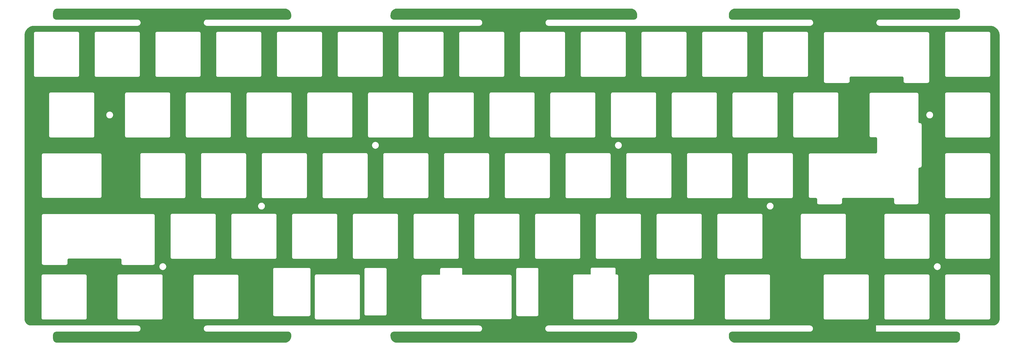
<source format=gbr>
G04 #@! TF.GenerationSoftware,KiCad,Pcbnew,(5.1.11)-1*
G04 #@! TF.CreationDate,2022-08-10T17:55:51+07:00*
G04 #@! TF.ProjectId,Plate,506c6174-652e-46b6-9963-61645f706362,rev?*
G04 #@! TF.SameCoordinates,Original*
G04 #@! TF.FileFunction,Copper,L2,Bot*
G04 #@! TF.FilePolarity,Positive*
%FSLAX45Y45*%
G04 Gerber Fmt 4.5, Leading zero omitted, Abs format (unit mm)*
G04 Created by KiCad (PCBNEW (5.1.11)-1) date 2022-08-10 17:55:51*
%MOMM*%
%LPD*%
G01*
G04 APERTURE LIST*
G04 #@! TA.AperFunction,NonConductor*
%ADD10C,0.025400*%
G04 #@! TD*
G04 #@! TA.AperFunction,NonConductor*
%ADD11C,0.100000*%
G04 #@! TD*
G04 APERTURE END LIST*
D10*
X7776977Y-5308715D02*
X7787067Y-5309482D01*
X7797012Y-5310746D01*
X7806793Y-5312492D01*
X7816406Y-5314711D01*
X7825834Y-5317388D01*
X7835066Y-5320512D01*
X7844088Y-5324069D01*
X7852889Y-5328048D01*
X7861456Y-5332436D01*
X7869776Y-5337220D01*
X7877837Y-5342388D01*
X7885626Y-5347927D01*
X7893133Y-5353826D01*
X7900341Y-5360070D01*
X7907242Y-5366650D01*
X7913822Y-5373551D01*
X7920066Y-5380759D01*
X7925965Y-5388265D01*
X7931505Y-5396056D01*
X7936673Y-5404117D01*
X7941456Y-5412436D01*
X7945844Y-5421003D01*
X7949823Y-5429804D01*
X7953380Y-5438826D01*
X7956503Y-5448056D01*
X7959181Y-5457485D01*
X7961400Y-5467099D01*
X7963146Y-5476880D01*
X7964410Y-5486825D01*
X7965177Y-5496915D01*
X7965436Y-5507162D01*
X7965436Y-5548364D01*
X7965307Y-5553461D01*
X7964926Y-5558471D01*
X7964298Y-5563412D01*
X7963431Y-5568269D01*
X7962329Y-5573044D01*
X7961000Y-5577725D01*
X7959448Y-5582312D01*
X7957682Y-5586791D01*
X7955706Y-5591162D01*
X7953526Y-5595417D01*
X7951150Y-5599550D01*
X7948585Y-5603551D01*
X7945833Y-5607421D01*
X7942903Y-5611150D01*
X7939802Y-5614730D01*
X7936532Y-5618159D01*
X7933105Y-5621426D01*
X7929525Y-5624528D01*
X7925797Y-5627457D01*
X7921929Y-5630208D01*
X7917925Y-5632775D01*
X7913791Y-5635152D01*
X7909537Y-5637331D01*
X7905166Y-5639306D01*
X7900686Y-5641073D01*
X7896100Y-5642625D01*
X7891419Y-5643954D01*
X7886644Y-5645056D01*
X7881787Y-5645923D01*
X7876847Y-5646551D01*
X7871836Y-5646932D01*
X7866739Y-5647061D01*
X5324619Y-5647061D01*
X5324603Y-5647063D01*
X5319502Y-5647192D01*
X5319478Y-5647195D01*
X5319453Y-5647194D01*
X5319435Y-5647195D01*
X5314355Y-5647581D01*
X5314331Y-5647585D01*
X5314307Y-5647586D01*
X5314288Y-5647588D01*
X5309282Y-5648224D01*
X5309258Y-5648230D01*
X5309234Y-5648231D01*
X5309216Y-5648234D01*
X5304289Y-5649114D01*
X5304267Y-5649120D01*
X5304243Y-5649123D01*
X5304225Y-5649127D01*
X5299384Y-5650244D01*
X5299362Y-5650252D01*
X5299339Y-5650256D01*
X5299321Y-5650261D01*
X5294573Y-5651609D01*
X5294552Y-5651617D01*
X5294528Y-5651622D01*
X5294511Y-5651628D01*
X5289863Y-5653201D01*
X5289842Y-5653211D01*
X5289819Y-5653217D01*
X5289802Y-5653224D01*
X5285258Y-5655015D01*
X5285238Y-5655025D01*
X5285216Y-5655032D01*
X5285199Y-5655040D01*
X5280767Y-5657043D01*
X5280747Y-5657055D01*
X5280726Y-5657063D01*
X5280709Y-5657071D01*
X5276396Y-5659281D01*
X5276377Y-5659293D01*
X5276355Y-5659302D01*
X5276339Y-5659311D01*
X5272150Y-5661720D01*
X5272132Y-5661733D01*
X5272111Y-5661743D01*
X5272096Y-5661753D01*
X5268037Y-5664355D01*
X5268019Y-5664369D01*
X5267999Y-5664380D01*
X5267984Y-5664391D01*
X5264062Y-5667180D01*
X5264045Y-5667194D01*
X5264026Y-5667207D01*
X5264011Y-5667218D01*
X5260232Y-5670188D01*
X5260216Y-5670203D01*
X5260197Y-5670216D01*
X5260183Y-5670228D01*
X5256553Y-5673372D01*
X5256538Y-5673388D01*
X5256520Y-5673402D01*
X5256507Y-5673415D01*
X5253032Y-5676727D01*
X5253018Y-5676744D01*
X5253001Y-5676758D01*
X5252988Y-5676772D01*
X5249675Y-5680246D01*
X5249661Y-5680264D01*
X5249645Y-5680279D01*
X5249633Y-5680293D01*
X5246489Y-5683923D01*
X5246476Y-5683941D01*
X5246460Y-5683957D01*
X5246448Y-5683971D01*
X5243478Y-5687751D01*
X5243466Y-5687769D01*
X5243451Y-5687786D01*
X5243441Y-5687801D01*
X5240651Y-5691723D01*
X5240640Y-5691743D01*
X5240626Y-5691761D01*
X5240616Y-5691776D01*
X5238014Y-5695835D01*
X5238004Y-5695855D01*
X5237990Y-5695874D01*
X5237981Y-5695889D01*
X5235572Y-5700079D01*
X5235563Y-5700099D01*
X5235550Y-5700119D01*
X5235541Y-5700135D01*
X5233332Y-5704449D01*
X5233323Y-5704470D01*
X5233312Y-5704490D01*
X5233304Y-5704507D01*
X5231301Y-5708938D01*
X5231293Y-5708960D01*
X5231282Y-5708981D01*
X5231275Y-5708998D01*
X5229484Y-5713541D01*
X5229478Y-5713563D01*
X5229468Y-5713585D01*
X5229462Y-5713602D01*
X5227889Y-5718250D01*
X5227884Y-5718273D01*
X5227875Y-5718295D01*
X5227869Y-5718313D01*
X5226521Y-5723060D01*
X5226517Y-5723083D01*
X5226509Y-5723106D01*
X5226505Y-5723124D01*
X5225388Y-5727964D01*
X5225385Y-5727988D01*
X5225378Y-5728011D01*
X5225375Y-5728029D01*
X5224495Y-5732955D01*
X5224493Y-5732979D01*
X5224487Y-5733003D01*
X5224485Y-5733021D01*
X5223849Y-5738028D01*
X5223848Y-5738052D01*
X5223843Y-5738076D01*
X5223842Y-5738094D01*
X5223456Y-5743174D01*
X5223456Y-5743199D01*
X5223453Y-5743223D01*
X5223452Y-5743241D01*
X5223322Y-5748389D01*
X5223324Y-5748414D01*
X5223322Y-5748438D01*
X5223322Y-5748456D01*
X5223452Y-5753605D01*
X5223455Y-5753629D01*
X5223454Y-5753653D01*
X5223456Y-5753672D01*
X5223842Y-5758753D01*
X5223846Y-5758777D01*
X5223846Y-5758801D01*
X5223849Y-5758820D01*
X5224485Y-5763827D01*
X5224490Y-5763850D01*
X5224492Y-5763875D01*
X5224495Y-5763893D01*
X5225375Y-5768820D01*
X5225381Y-5768843D01*
X5225384Y-5768867D01*
X5225388Y-5768885D01*
X5226505Y-5773726D01*
X5226513Y-5773748D01*
X5226516Y-5773772D01*
X5226521Y-5773789D01*
X5227869Y-5778537D01*
X5227878Y-5778559D01*
X5227883Y-5778582D01*
X5227889Y-5778600D01*
X5229462Y-5783249D01*
X5229471Y-5783270D01*
X5229477Y-5783293D01*
X5229484Y-5783310D01*
X5231275Y-5787853D01*
X5231286Y-5787874D01*
X5231293Y-5787896D01*
X5231301Y-5787913D01*
X5233304Y-5792345D01*
X5233315Y-5792365D01*
X5233324Y-5792387D01*
X5233332Y-5792403D01*
X5235541Y-5796717D01*
X5235554Y-5796736D01*
X5235563Y-5796757D01*
X5235572Y-5796773D01*
X5237981Y-5800963D01*
X5237994Y-5800982D01*
X5238004Y-5801002D01*
X5238014Y-5801018D01*
X5240616Y-5805077D01*
X5240630Y-5805095D01*
X5240641Y-5805115D01*
X5240651Y-5805130D01*
X5243441Y-5809052D01*
X5243455Y-5809069D01*
X5243467Y-5809088D01*
X5243478Y-5809103D01*
X5246448Y-5812882D01*
X5246464Y-5812899D01*
X5246477Y-5812917D01*
X5246488Y-5812931D01*
X5249633Y-5816561D01*
X5249649Y-5816577D01*
X5249663Y-5816595D01*
X5249675Y-5816608D01*
X5252988Y-5820083D01*
X5253005Y-5820097D01*
X5253019Y-5820114D01*
X5253032Y-5820127D01*
X5256507Y-5823440D01*
X5256524Y-5823454D01*
X5256539Y-5823470D01*
X5256553Y-5823482D01*
X5260183Y-5826627D01*
X5260201Y-5826640D01*
X5260217Y-5826656D01*
X5260232Y-5826667D01*
X5264011Y-5829637D01*
X5264030Y-5829649D01*
X5264047Y-5829664D01*
X5264062Y-5829675D01*
X5267984Y-5832464D01*
X5268003Y-5832475D01*
X5268021Y-5832490D01*
X5268037Y-5832500D01*
X5272096Y-5835102D01*
X5272116Y-5835112D01*
X5272134Y-5835126D01*
X5272150Y-5835135D01*
X5276339Y-5837544D01*
X5276360Y-5837553D01*
X5276379Y-5837566D01*
X5276396Y-5837575D01*
X5280709Y-5839784D01*
X5280731Y-5839793D01*
X5280751Y-5839804D01*
X5280767Y-5839812D01*
X5285199Y-5841816D01*
X5285221Y-5841823D01*
X5285241Y-5841834D01*
X5285258Y-5841841D01*
X5289801Y-5843632D01*
X5289824Y-5843638D01*
X5289845Y-5843648D01*
X5289863Y-5843654D01*
X5294511Y-5845227D01*
X5294534Y-5845233D01*
X5294556Y-5845242D01*
X5294573Y-5845247D01*
X5299321Y-5846595D01*
X5299344Y-5846599D01*
X5299367Y-5846607D01*
X5299384Y-5846611D01*
X5304225Y-5847728D01*
X5304248Y-5847731D01*
X5304271Y-5847738D01*
X5304289Y-5847742D01*
X5309216Y-5848621D01*
X5309239Y-5848623D01*
X5309263Y-5848629D01*
X5309282Y-5848631D01*
X5314288Y-5849268D01*
X5314313Y-5849268D01*
X5314336Y-5849273D01*
X5314355Y-5849274D01*
X5319435Y-5849661D01*
X5319459Y-5849660D01*
X5319483Y-5849664D01*
X5319502Y-5849664D01*
X5324603Y-5849793D01*
X5324619Y-5849795D01*
X13865058Y-5849795D01*
X13865074Y-5849793D01*
X13870175Y-5849664D01*
X13870199Y-5849661D01*
X13870224Y-5849662D01*
X13870242Y-5849661D01*
X13875323Y-5849274D01*
X13875346Y-5849270D01*
X13875371Y-5849270D01*
X13875389Y-5849268D01*
X13880396Y-5848631D01*
X13880419Y-5848626D01*
X13880443Y-5848625D01*
X13880461Y-5848621D01*
X13885388Y-5847742D01*
X13885411Y-5847735D01*
X13885435Y-5847732D01*
X13885453Y-5847728D01*
X13890293Y-5846611D01*
X13890315Y-5846604D01*
X13890339Y-5846600D01*
X13890356Y-5846595D01*
X13895104Y-5845247D01*
X13895126Y-5845238D01*
X13895149Y-5845233D01*
X13895166Y-5845227D01*
X13899815Y-5843655D01*
X13899836Y-5843645D01*
X13899859Y-5843639D01*
X13899876Y-5843632D01*
X13904419Y-5841841D01*
X13904439Y-5841830D01*
X13904462Y-5841823D01*
X13904478Y-5841816D01*
X13908910Y-5839812D01*
X13908930Y-5839801D01*
X13908951Y-5839793D01*
X13908968Y-5839784D01*
X13913282Y-5837575D01*
X13913300Y-5837563D01*
X13913322Y-5837554D01*
X13913338Y-5837545D01*
X13917527Y-5835136D01*
X13917545Y-5835123D01*
X13917566Y-5835112D01*
X13917582Y-5835103D01*
X13921641Y-5832500D01*
X13921658Y-5832487D01*
X13921678Y-5832475D01*
X13921693Y-5832465D01*
X13925615Y-5829676D01*
X13925632Y-5829661D01*
X13925652Y-5829649D01*
X13925666Y-5829638D01*
X13929445Y-5826668D01*
X13929461Y-5826653D01*
X13929480Y-5826640D01*
X13929494Y-5826628D01*
X13933124Y-5823483D01*
X13933139Y-5823468D01*
X13933157Y-5823454D01*
X13933171Y-5823441D01*
X13936645Y-5820129D01*
X13936659Y-5820112D01*
X13936677Y-5820097D01*
X13936689Y-5820084D01*
X13940002Y-5816610D01*
X13940016Y-5816592D01*
X13940032Y-5816577D01*
X13940044Y-5816563D01*
X13943189Y-5812933D01*
X13943202Y-5812915D01*
X13943217Y-5812899D01*
X13943229Y-5812884D01*
X13946199Y-5809105D01*
X13946211Y-5809086D01*
X13946226Y-5809069D01*
X13946237Y-5809055D01*
X13949026Y-5805132D01*
X13949037Y-5805113D01*
X13949051Y-5805095D01*
X13949061Y-5805080D01*
X13951663Y-5801021D01*
X13951673Y-5801001D01*
X13951687Y-5800982D01*
X13951697Y-5800966D01*
X13954105Y-5796777D01*
X13954115Y-5796756D01*
X13954128Y-5796737D01*
X13954136Y-5796721D01*
X13956345Y-5792407D01*
X13956354Y-5792386D01*
X13956366Y-5792366D01*
X13956373Y-5792349D01*
X13958377Y-5787918D01*
X13958384Y-5787895D01*
X13958395Y-5787875D01*
X13958402Y-5787858D01*
X13960193Y-5783315D01*
X13960199Y-5783293D01*
X13960209Y-5783271D01*
X13960215Y-5783254D01*
X13961788Y-5778605D01*
X13961794Y-5778582D01*
X13961803Y-5778561D01*
X13961808Y-5778543D01*
X13963156Y-5773796D01*
X13963160Y-5773773D01*
X13963168Y-5773750D01*
X13963172Y-5773732D01*
X13964289Y-5768892D01*
X13964292Y-5768868D01*
X13964299Y-5768845D01*
X13964303Y-5768827D01*
X13965182Y-5763900D01*
X13965184Y-5763877D01*
X13965190Y-5763853D01*
X13965192Y-5763835D01*
X13965829Y-5758828D01*
X13965829Y-5758804D01*
X13965834Y-5758780D01*
X13965835Y-5758762D01*
X13966222Y-5753681D01*
X13966221Y-5753657D01*
X13966224Y-5753633D01*
X13966225Y-5753615D01*
X13966355Y-5748466D01*
X13966353Y-5748442D01*
X13966356Y-5748418D01*
X13966355Y-5748400D01*
X13966225Y-5743251D01*
X13966222Y-5743227D01*
X13966223Y-5743203D01*
X13966222Y-5743185D01*
X13965835Y-5738104D01*
X13965831Y-5738080D01*
X13965831Y-5738056D01*
X13965829Y-5738038D01*
X13965192Y-5733031D01*
X13965187Y-5733008D01*
X13965185Y-5732983D01*
X13965182Y-5732965D01*
X13964302Y-5728039D01*
X13964296Y-5728016D01*
X13964293Y-5727992D01*
X13964289Y-5727974D01*
X13963172Y-5723134D01*
X13963165Y-5723111D01*
X13963161Y-5723088D01*
X13963156Y-5723070D01*
X13961808Y-5718323D01*
X13961799Y-5718301D01*
X13961794Y-5718278D01*
X13961788Y-5718260D01*
X13960215Y-5713612D01*
X13960206Y-5713590D01*
X13960200Y-5713568D01*
X13960193Y-5713551D01*
X13958402Y-5709007D01*
X13958391Y-5708987D01*
X13958384Y-5708965D01*
X13958376Y-5708948D01*
X13956373Y-5704516D01*
X13956362Y-5704496D01*
X13956353Y-5704475D01*
X13956345Y-5704458D01*
X13954136Y-5700145D01*
X13954123Y-5700125D01*
X13954114Y-5700105D01*
X13954105Y-5700089D01*
X13951696Y-5695899D01*
X13951683Y-5695881D01*
X13951673Y-5695860D01*
X13951663Y-5695844D01*
X13949061Y-5691785D01*
X13949047Y-5691768D01*
X13949036Y-5691748D01*
X13949025Y-5691733D01*
X13946236Y-5687811D01*
X13946222Y-5687794D01*
X13946210Y-5687774D01*
X13946198Y-5687760D01*
X13943228Y-5683981D01*
X13943213Y-5683965D01*
X13943200Y-5683946D01*
X13943188Y-5683932D01*
X13940044Y-5680302D01*
X13940028Y-5680287D01*
X13940014Y-5680269D01*
X13940001Y-5680255D01*
X13936689Y-5676781D01*
X13936672Y-5676766D01*
X13936658Y-5676749D01*
X13936644Y-5676737D01*
X13933170Y-5673424D01*
X13933152Y-5673410D01*
X13933137Y-5673394D01*
X13933123Y-5673382D01*
X13929493Y-5670237D01*
X13929475Y-5670225D01*
X13929459Y-5670209D01*
X13929445Y-5670197D01*
X13925665Y-5667227D01*
X13925646Y-5667215D01*
X13925630Y-5667200D01*
X13925615Y-5667189D01*
X13921692Y-5664400D01*
X13921673Y-5664389D01*
X13921655Y-5664375D01*
X13921640Y-5664365D01*
X13917581Y-5661762D01*
X13917560Y-5661752D01*
X13917542Y-5661739D01*
X13917526Y-5661729D01*
X13913337Y-5659321D01*
X13913316Y-5659311D01*
X13913297Y-5659299D01*
X13913280Y-5659290D01*
X13908967Y-5657081D01*
X13908945Y-5657072D01*
X13908926Y-5657061D01*
X13908909Y-5657053D01*
X13904477Y-5655049D01*
X13904455Y-5655042D01*
X13904435Y-5655031D01*
X13904418Y-5655024D01*
X13899875Y-5653233D01*
X13899852Y-5653227D01*
X13899831Y-5653217D01*
X13899813Y-5653211D01*
X13895165Y-5651638D01*
X13895142Y-5651633D01*
X13895120Y-5651624D01*
X13895103Y-5651618D01*
X13890355Y-5650270D01*
X13890332Y-5650266D01*
X13890309Y-5650258D01*
X13890291Y-5650254D01*
X13885451Y-5649137D01*
X13885427Y-5649134D01*
X13885404Y-5649127D01*
X13885386Y-5649124D01*
X13880460Y-5648244D01*
X13880436Y-5648242D01*
X13880412Y-5648236D01*
X13880394Y-5648234D01*
X13875387Y-5647598D01*
X13875363Y-5647597D01*
X13875339Y-5647593D01*
X13875321Y-5647591D01*
X13870240Y-5647205D01*
X13870216Y-5647205D01*
X13870192Y-5647202D01*
X13870174Y-5647202D01*
X13865072Y-5647073D01*
X13865056Y-5647071D01*
X11186141Y-5647125D01*
X11181040Y-5646996D01*
X11176029Y-5646616D01*
X11171089Y-5645988D01*
X11166232Y-5645121D01*
X11161457Y-5644019D01*
X11156775Y-5642689D01*
X11152189Y-5641137D01*
X11147709Y-5639371D01*
X11143339Y-5637396D01*
X11139084Y-5635216D01*
X11134951Y-5632840D01*
X11130948Y-5630274D01*
X11127078Y-5627522D01*
X11123350Y-5624592D01*
X11119769Y-5621490D01*
X11116343Y-5618224D01*
X11113073Y-5614795D01*
X11109972Y-5611215D01*
X11107042Y-5607486D01*
X11104292Y-5603619D01*
X11101724Y-5599613D01*
X11099349Y-5595483D01*
X11097169Y-5591226D01*
X11095193Y-5586855D01*
X11093426Y-5582376D01*
X11091875Y-5577790D01*
X11090545Y-5573108D01*
X11089443Y-5568334D01*
X11088576Y-5563476D01*
X11087948Y-5558536D01*
X11087567Y-5553525D01*
X11087438Y-5548426D01*
X11087438Y-5507150D01*
X11087697Y-5496907D01*
X11088464Y-5486818D01*
X11089728Y-5476873D01*
X11091475Y-5467091D01*
X11093693Y-5457479D01*
X11096370Y-5448052D01*
X11099493Y-5438822D01*
X11103051Y-5429799D01*
X11107029Y-5420999D01*
X11111417Y-5412432D01*
X11116201Y-5404112D01*
X11121368Y-5396052D01*
X11126908Y-5388261D01*
X11132806Y-5380756D01*
X11139049Y-5373549D01*
X11145628Y-5366648D01*
X11152530Y-5360068D01*
X11159738Y-5353824D01*
X11167245Y-5347925D01*
X11175034Y-5342386D01*
X11183095Y-5337218D01*
X11191414Y-5332435D01*
X11199981Y-5328047D01*
X11208781Y-5324069D01*
X11217802Y-5320512D01*
X11227034Y-5317388D01*
X11236461Y-5314711D01*
X11246074Y-5312492D01*
X11255855Y-5310746D01*
X11265800Y-5309482D01*
X11275889Y-5308715D01*
X11286132Y-5308456D01*
X18616735Y-5308456D01*
X18626978Y-5308715D01*
X18637067Y-5309482D01*
X18647012Y-5310746D01*
X18656793Y-5312492D01*
X18666405Y-5314711D01*
X18675832Y-5317388D01*
X18685063Y-5320511D01*
X18694085Y-5324069D01*
X18702885Y-5328047D01*
X18711453Y-5332435D01*
X18719773Y-5337219D01*
X18727833Y-5342386D01*
X18735622Y-5347925D01*
X18743128Y-5353824D01*
X18750336Y-5360067D01*
X18757237Y-5366647D01*
X18763816Y-5373547D01*
X18770061Y-5380756D01*
X18775959Y-5388262D01*
X18781499Y-5396052D01*
X18786667Y-5404113D01*
X18791450Y-5412432D01*
X18795837Y-5420998D01*
X18799816Y-5429799D01*
X18803373Y-5438820D01*
X18806496Y-5448051D01*
X18809174Y-5457479D01*
X18811392Y-5467092D01*
X18813139Y-5476872D01*
X18814403Y-5486818D01*
X18815170Y-5496907D01*
X18815429Y-5507154D01*
X18815429Y-5548375D01*
X18815300Y-5553472D01*
X18814919Y-5558483D01*
X18814291Y-5563424D01*
X18813424Y-5568280D01*
X18812322Y-5573055D01*
X18810992Y-5577737D01*
X18809441Y-5582322D01*
X18807674Y-5586803D01*
X18805698Y-5591174D01*
X18803519Y-5595428D01*
X18801142Y-5599561D01*
X18798577Y-5603562D01*
X18795825Y-5607433D01*
X18792894Y-5611162D01*
X18789794Y-5614741D01*
X18786526Y-5618169D01*
X18783097Y-5621439D01*
X18779518Y-5624539D01*
X18775789Y-5627469D01*
X18771921Y-5630219D01*
X18767917Y-5632786D01*
X18763784Y-5635163D01*
X18759529Y-5637342D01*
X18755159Y-5639318D01*
X18750679Y-5641084D01*
X18746093Y-5642636D01*
X18741411Y-5643965D01*
X18736637Y-5645067D01*
X18731780Y-5645935D01*
X18726839Y-5646562D01*
X18721828Y-5646943D01*
X18716727Y-5647072D01*
X16041334Y-5647070D01*
X16041318Y-5647071D01*
X16036216Y-5647200D01*
X16036192Y-5647203D01*
X16036168Y-5647202D01*
X16036150Y-5647204D01*
X16031069Y-5647590D01*
X16031045Y-5647594D01*
X16031021Y-5647594D01*
X16031003Y-5647597D01*
X16025996Y-5648233D01*
X16025973Y-5648238D01*
X16025948Y-5648240D01*
X16025930Y-5648243D01*
X16021004Y-5649123D01*
X16020981Y-5649129D01*
X16020957Y-5649132D01*
X16020939Y-5649136D01*
X16016099Y-5650253D01*
X16016076Y-5650261D01*
X16016053Y-5650264D01*
X16016035Y-5650269D01*
X16011288Y-5651617D01*
X16011266Y-5651626D01*
X16011243Y-5651631D01*
X16011225Y-5651637D01*
X16006577Y-5653210D01*
X16006555Y-5653219D01*
X16006533Y-5653225D01*
X16006516Y-5653232D01*
X16001973Y-5655023D01*
X16001952Y-5655034D01*
X16001930Y-5655041D01*
X16001913Y-5655049D01*
X15997482Y-5657052D01*
X15997462Y-5657063D01*
X15997440Y-5657072D01*
X15997424Y-5657080D01*
X15993110Y-5659289D01*
X15993091Y-5659301D01*
X15993070Y-5659311D01*
X15993054Y-5659320D01*
X15988865Y-5661729D01*
X15988846Y-5661742D01*
X15988826Y-5661752D01*
X15988810Y-5661762D01*
X15984751Y-5664364D01*
X15984733Y-5664378D01*
X15984714Y-5664389D01*
X15984699Y-5664399D01*
X15980776Y-5667189D01*
X15980760Y-5667203D01*
X15980740Y-5667215D01*
X15980726Y-5667226D01*
X15976946Y-5670196D01*
X15976930Y-5670212D01*
X15976912Y-5670224D01*
X15976898Y-5670236D01*
X15973268Y-5673381D01*
X15973252Y-5673397D01*
X15973234Y-5673411D01*
X15973221Y-5673423D01*
X15969747Y-5676736D01*
X15969732Y-5676753D01*
X15969715Y-5676767D01*
X15969702Y-5676780D01*
X15966390Y-5680255D01*
X15966376Y-5680272D01*
X15966359Y-5680287D01*
X15966347Y-5680301D01*
X15963203Y-5683931D01*
X15963190Y-5683949D01*
X15963174Y-5683965D01*
X15963163Y-5683980D01*
X15960193Y-5687759D01*
X15960181Y-5687778D01*
X15960166Y-5687795D01*
X15960155Y-5687810D01*
X15957366Y-5691732D01*
X15957355Y-5691751D01*
X15957340Y-5691769D01*
X15957330Y-5691785D01*
X15954728Y-5695844D01*
X15954718Y-5695864D01*
X15954704Y-5695882D01*
X15954695Y-5695898D01*
X15952286Y-5700087D01*
X15952277Y-5700108D01*
X15952264Y-5700127D01*
X15952256Y-5700144D01*
X15950046Y-5704457D01*
X15950038Y-5704478D01*
X15950026Y-5704498D01*
X15950018Y-5704515D01*
X15948015Y-5708947D01*
X15948007Y-5708969D01*
X15947997Y-5708989D01*
X15947990Y-5709006D01*
X15946199Y-5713549D01*
X15946192Y-5713572D01*
X15946182Y-5713593D01*
X15946176Y-5713610D01*
X15944603Y-5718259D01*
X15944598Y-5718282D01*
X15944589Y-5718304D01*
X15944584Y-5718321D01*
X15943236Y-5723069D01*
X15943232Y-5723092D01*
X15943224Y-5723115D01*
X15943219Y-5723132D01*
X15942102Y-5727972D01*
X15942099Y-5727996D01*
X15942092Y-5728019D01*
X15942089Y-5728037D01*
X15941209Y-5732964D01*
X15941207Y-5732988D01*
X15941202Y-5733011D01*
X15941199Y-5733030D01*
X15940563Y-5738036D01*
X15940562Y-5738060D01*
X15940558Y-5738084D01*
X15940556Y-5738103D01*
X15940170Y-5743183D01*
X15940170Y-5743207D01*
X15940167Y-5743231D01*
X15940167Y-5743250D01*
X15940036Y-5748398D01*
X15940038Y-5748422D01*
X15940036Y-5748446D01*
X15940036Y-5748465D01*
X15940167Y-5753613D01*
X15940170Y-5753637D01*
X15940169Y-5753661D01*
X15940170Y-5753680D01*
X15940556Y-5758760D01*
X15940560Y-5758784D01*
X15940561Y-5758808D01*
X15940563Y-5758827D01*
X15941199Y-5763833D01*
X15941205Y-5763857D01*
X15941206Y-5763881D01*
X15941209Y-5763899D01*
X15942089Y-5768826D01*
X15942096Y-5768849D01*
X15942098Y-5768873D01*
X15942102Y-5768891D01*
X15943219Y-5773731D01*
X15943227Y-5773753D01*
X15943231Y-5773777D01*
X15943236Y-5773795D01*
X15944584Y-5778542D01*
X15944592Y-5778564D01*
X15944597Y-5778587D01*
X15944603Y-5778605D01*
X15946176Y-5783253D01*
X15946186Y-5783274D01*
X15946192Y-5783297D01*
X15946199Y-5783314D01*
X15947990Y-5787857D01*
X15948000Y-5787878D01*
X15948007Y-5787900D01*
X15948015Y-5787917D01*
X15950018Y-5792348D01*
X15950030Y-5792368D01*
X15950038Y-5792390D01*
X15950046Y-5792406D01*
X15952256Y-5796720D01*
X15952268Y-5796739D01*
X15952277Y-5796760D01*
X15952286Y-5796776D01*
X15954695Y-5800966D01*
X15954708Y-5800984D01*
X15954718Y-5801005D01*
X15954728Y-5801020D01*
X15957330Y-5805079D01*
X15957344Y-5805097D01*
X15957355Y-5805117D01*
X15957366Y-5805132D01*
X15960155Y-5809054D01*
X15960169Y-5809071D01*
X15960182Y-5809090D01*
X15960193Y-5809105D01*
X15963163Y-5812884D01*
X15963178Y-5812900D01*
X15963191Y-5812919D01*
X15963203Y-5812933D01*
X15966347Y-5816563D01*
X15966363Y-5816578D01*
X15966377Y-5816596D01*
X15966390Y-5816609D01*
X15969702Y-5820084D01*
X15969719Y-5820098D01*
X15969733Y-5820116D01*
X15969747Y-5820128D01*
X15973221Y-5823441D01*
X15973239Y-5823455D01*
X15973254Y-5823471D01*
X15973268Y-5823483D01*
X15976898Y-5826628D01*
X15976916Y-5826640D01*
X15976932Y-5826656D01*
X15976946Y-5826668D01*
X15980726Y-5829638D01*
X15980744Y-5829650D01*
X15980761Y-5829665D01*
X15980776Y-5829676D01*
X15984698Y-5832465D01*
X15984718Y-5832476D01*
X15984736Y-5832490D01*
X15984751Y-5832500D01*
X15988810Y-5835102D01*
X15988830Y-5835112D01*
X15988849Y-5835126D01*
X15988864Y-5835136D01*
X15993054Y-5837544D01*
X15993074Y-5837554D01*
X15993094Y-5837567D01*
X15993110Y-5837575D01*
X15997424Y-5839784D01*
X15997445Y-5839793D01*
X15997465Y-5839805D01*
X15997482Y-5839812D01*
X16001913Y-5841816D01*
X16001935Y-5841823D01*
X16001956Y-5841834D01*
X16001973Y-5841841D01*
X16006516Y-5843632D01*
X16006538Y-5843638D01*
X16006560Y-5843649D01*
X16006577Y-5843655D01*
X16011225Y-5845227D01*
X16011248Y-5845233D01*
X16011270Y-5845242D01*
X16011288Y-5845247D01*
X16016035Y-5846595D01*
X16016058Y-5846599D01*
X16016081Y-5846607D01*
X16016099Y-5846611D01*
X16020939Y-5847728D01*
X16020963Y-5847732D01*
X16020986Y-5847738D01*
X16021004Y-5847742D01*
X16025930Y-5848621D01*
X16025954Y-5848623D01*
X16025978Y-5848629D01*
X16025996Y-5848631D01*
X16031003Y-5849268D01*
X16031027Y-5849268D01*
X16031051Y-5849273D01*
X16031069Y-5849274D01*
X16036149Y-5849661D01*
X16036174Y-5849660D01*
X16036198Y-5849664D01*
X16036216Y-5849664D01*
X16041318Y-5849793D01*
X16041334Y-5849795D01*
X24241833Y-5849795D01*
X24241849Y-5849793D01*
X24246950Y-5849664D01*
X24246974Y-5849661D01*
X24246999Y-5849662D01*
X24247017Y-5849661D01*
X24252098Y-5849274D01*
X24252121Y-5849270D01*
X24252146Y-5849270D01*
X24252164Y-5849268D01*
X24257171Y-5848631D01*
X24257194Y-5848626D01*
X24257218Y-5848625D01*
X24257237Y-5848621D01*
X24262163Y-5847742D01*
X24262186Y-5847735D01*
X24262210Y-5847732D01*
X24262228Y-5847728D01*
X24267068Y-5846611D01*
X24267091Y-5846604D01*
X24267114Y-5846600D01*
X24267132Y-5846595D01*
X24271879Y-5845247D01*
X24271901Y-5845238D01*
X24271924Y-5845233D01*
X24271942Y-5845227D01*
X24276590Y-5843654D01*
X24276612Y-5843645D01*
X24276634Y-5843639D01*
X24276651Y-5843632D01*
X24281194Y-5841841D01*
X24281215Y-5841830D01*
X24281237Y-5841823D01*
X24281254Y-5841816D01*
X24285686Y-5839812D01*
X24285705Y-5839801D01*
X24285727Y-5839793D01*
X24285744Y-5839784D01*
X24290057Y-5837575D01*
X24290077Y-5837562D01*
X24290097Y-5837553D01*
X24290113Y-5837544D01*
X24294303Y-5835135D01*
X24294321Y-5835122D01*
X24294342Y-5835112D01*
X24294357Y-5835102D01*
X24298417Y-5832500D01*
X24298434Y-5832486D01*
X24298454Y-5832475D01*
X24298469Y-5832465D01*
X24302391Y-5829675D01*
X24302408Y-5829661D01*
X24302428Y-5829649D01*
X24302442Y-5829637D01*
X24306221Y-5826668D01*
X24306237Y-5826652D01*
X24306256Y-5826639D01*
X24306270Y-5826627D01*
X24309900Y-5823483D01*
X24309915Y-5823467D01*
X24309933Y-5823453D01*
X24309947Y-5823441D01*
X24313421Y-5820128D01*
X24313436Y-5820111D01*
X24313453Y-5820097D01*
X24313466Y-5820084D01*
X24316778Y-5816609D01*
X24316792Y-5816592D01*
X24316808Y-5816576D01*
X24316821Y-5816562D01*
X24319965Y-5812932D01*
X24319978Y-5812914D01*
X24319994Y-5812898D01*
X24320005Y-5812884D01*
X24322975Y-5809104D01*
X24322987Y-5809086D01*
X24323002Y-5809069D01*
X24323013Y-5809054D01*
X24325802Y-5805131D01*
X24325814Y-5805112D01*
X24325828Y-5805094D01*
X24325838Y-5805079D01*
X24328440Y-5801020D01*
X24328450Y-5801000D01*
X24328464Y-5800981D01*
X24328473Y-5800965D01*
X24330882Y-5796776D01*
X24330891Y-5796755D01*
X24330904Y-5796736D01*
X24330913Y-5796720D01*
X24333122Y-5792406D01*
X24333130Y-5792384D01*
X24333142Y-5792365D01*
X24333150Y-5792348D01*
X24335153Y-5787916D01*
X24335161Y-5787895D01*
X24335172Y-5787874D01*
X24335178Y-5787857D01*
X24336970Y-5783314D01*
X24336976Y-5783291D01*
X24336986Y-5783270D01*
X24336992Y-5783253D01*
X24338565Y-5778604D01*
X24338570Y-5778581D01*
X24338579Y-5778559D01*
X24338584Y-5778542D01*
X24339933Y-5773794D01*
X24339937Y-5773771D01*
X24339945Y-5773748D01*
X24339949Y-5773730D01*
X24341066Y-5768890D01*
X24341069Y-5768867D01*
X24341076Y-5768844D01*
X24341079Y-5768825D01*
X24341959Y-5763899D01*
X24341961Y-5763875D01*
X24341967Y-5763851D01*
X24341969Y-5763833D01*
X24342605Y-5758826D01*
X24342606Y-5758802D01*
X24342611Y-5758778D01*
X24342612Y-5758760D01*
X24342998Y-5753679D01*
X24342998Y-5753655D01*
X24343001Y-5753631D01*
X24343002Y-5753613D01*
X24343132Y-5748465D01*
X24343130Y-5748440D01*
X24343132Y-5748416D01*
X24343132Y-5748398D01*
X24343002Y-5743249D01*
X24342999Y-5743225D01*
X24343000Y-5743201D01*
X24342998Y-5743183D01*
X24342612Y-5738102D01*
X24342608Y-5738078D01*
X24342608Y-5738054D01*
X24342605Y-5738035D01*
X24341969Y-5733028D01*
X24341964Y-5733004D01*
X24341962Y-5732981D01*
X24341959Y-5732963D01*
X24341079Y-5728036D01*
X24341073Y-5728013D01*
X24341070Y-5727989D01*
X24341066Y-5727971D01*
X24339949Y-5723131D01*
X24339941Y-5723108D01*
X24339937Y-5723085D01*
X24339932Y-5723067D01*
X24338584Y-5718319D01*
X24338576Y-5718298D01*
X24338571Y-5718274D01*
X24338565Y-5718257D01*
X24336992Y-5713608D01*
X24336982Y-5713587D01*
X24336976Y-5713564D01*
X24336969Y-5713547D01*
X24335178Y-5709004D01*
X24335167Y-5708983D01*
X24335160Y-5708961D01*
X24335153Y-5708944D01*
X24333149Y-5704512D01*
X24333138Y-5704492D01*
X24333130Y-5704471D01*
X24333121Y-5704454D01*
X24330912Y-5700141D01*
X24330899Y-5700121D01*
X24330890Y-5700100D01*
X24330881Y-5700084D01*
X24328472Y-5695895D01*
X24328459Y-5695877D01*
X24328449Y-5695856D01*
X24328439Y-5695840D01*
X24325837Y-5691781D01*
X24325823Y-5691764D01*
X24325812Y-5691744D01*
X24325801Y-5691729D01*
X24323012Y-5687806D01*
X24322997Y-5687790D01*
X24322985Y-5687770D01*
X24322974Y-5687756D01*
X24320004Y-5683976D01*
X24319988Y-5683960D01*
X24319976Y-5683941D01*
X24319964Y-5683927D01*
X24316819Y-5680297D01*
X24316803Y-5680282D01*
X24316789Y-5680264D01*
X24316777Y-5680251D01*
X24313464Y-5676776D01*
X24313447Y-5676762D01*
X24313433Y-5676745D01*
X24313419Y-5676732D01*
X24309945Y-5673419D01*
X24309927Y-5673406D01*
X24309912Y-5673389D01*
X24309898Y-5673377D01*
X24306268Y-5670232D01*
X24306250Y-5670220D01*
X24306234Y-5670204D01*
X24306219Y-5670192D01*
X24302440Y-5667222D01*
X24302421Y-5667210D01*
X24302404Y-5667195D01*
X24302389Y-5667184D01*
X24298467Y-5664395D01*
X24298447Y-5664384D01*
X24298430Y-5664370D01*
X24298414Y-5664360D01*
X24294355Y-5661758D01*
X24294335Y-5661747D01*
X24294316Y-5661734D01*
X24294300Y-5661725D01*
X24290111Y-5659316D01*
X24290090Y-5659307D01*
X24290071Y-5659294D01*
X24290054Y-5659285D01*
X24285741Y-5657076D01*
X24285719Y-5657068D01*
X24285699Y-5657056D01*
X24285683Y-5657048D01*
X24281251Y-5655045D01*
X24281229Y-5655037D01*
X24281208Y-5655026D01*
X24281191Y-5655020D01*
X24276648Y-5653228D01*
X24276626Y-5653222D01*
X24276604Y-5653212D01*
X24276587Y-5653206D01*
X24271938Y-5651633D01*
X24271915Y-5651628D01*
X24271893Y-5651619D01*
X24271876Y-5651614D01*
X24267128Y-5650266D01*
X24267105Y-5650262D01*
X24267082Y-5650254D01*
X24267064Y-5650250D01*
X24262224Y-5649133D01*
X24262200Y-5649130D01*
X24262177Y-5649123D01*
X24262159Y-5649119D01*
X24257232Y-5648240D01*
X24257208Y-5648238D01*
X24257185Y-5648232D01*
X24257167Y-5648230D01*
X24252160Y-5647594D01*
X24252135Y-5647593D01*
X24252112Y-5647589D01*
X24252093Y-5647587D01*
X24247013Y-5647201D01*
X24246988Y-5647201D01*
X24246964Y-5647198D01*
X24246946Y-5647198D01*
X24241844Y-5647069D01*
X24241828Y-5647067D01*
X21796143Y-5647207D01*
X21791042Y-5647078D01*
X21786031Y-5646698D01*
X21781090Y-5646070D01*
X21776231Y-5645203D01*
X21771458Y-5644101D01*
X21766776Y-5642772D01*
X21762190Y-5641220D01*
X21757710Y-5639454D01*
X21753339Y-5637478D01*
X21749084Y-5635299D01*
X21744952Y-5632924D01*
X21740946Y-5630356D01*
X21737078Y-5627605D01*
X21733349Y-5624675D01*
X21729768Y-5621573D01*
X21726342Y-5618307D01*
X21723074Y-5614879D01*
X21719972Y-5611298D01*
X21717041Y-5607569D01*
X21714290Y-5603700D01*
X21711724Y-5599697D01*
X21709347Y-5595565D01*
X21707168Y-5591310D01*
X21705192Y-5586939D01*
X21703425Y-5582458D01*
X21701873Y-5577872D01*
X21700544Y-5573191D01*
X21699441Y-5568415D01*
X21698574Y-5563559D01*
X21697946Y-5558618D01*
X21697565Y-5553607D01*
X21697436Y-5548509D01*
X21697436Y-5507150D01*
X21697695Y-5496907D01*
X21698463Y-5486818D01*
X21699726Y-5476873D01*
X21701473Y-5467091D01*
X21703692Y-5457479D01*
X21706369Y-5448052D01*
X21709492Y-5438822D01*
X21713049Y-5429799D01*
X21717027Y-5420999D01*
X21721415Y-5412432D01*
X21726199Y-5404112D01*
X21731366Y-5396052D01*
X21736907Y-5388261D01*
X21742804Y-5380756D01*
X21749047Y-5373549D01*
X21755627Y-5366648D01*
X21762528Y-5360068D01*
X21769737Y-5353824D01*
X21777243Y-5347925D01*
X21785033Y-5342386D01*
X21793094Y-5337218D01*
X21801413Y-5332435D01*
X21809979Y-5328047D01*
X21818780Y-5324069D01*
X21827801Y-5320512D01*
X21837032Y-5317388D01*
X21846459Y-5314711D01*
X21856072Y-5312492D01*
X21865853Y-5310746D01*
X21875798Y-5309482D01*
X21885887Y-5308715D01*
X21896130Y-5308456D01*
X28840738Y-5308456D01*
X28845816Y-5308585D01*
X28850808Y-5308968D01*
X28855730Y-5309598D01*
X28860578Y-5310470D01*
X28865342Y-5311577D01*
X28870013Y-5312911D01*
X28874592Y-5314468D01*
X28879069Y-5316242D01*
X28883435Y-5318224D01*
X28887688Y-5320410D01*
X28891820Y-5322793D01*
X28895826Y-5325368D01*
X28899698Y-5328127D01*
X28903430Y-5331063D01*
X28907016Y-5334172D01*
X28910448Y-5337445D01*
X28913721Y-5340877D01*
X28916829Y-5344462D01*
X28919765Y-5348194D01*
X28922523Y-5352064D01*
X28925097Y-5356070D01*
X28927482Y-5360204D01*
X28929668Y-5364457D01*
X28931650Y-5368824D01*
X28933423Y-5373299D01*
X28934981Y-5377879D01*
X28936315Y-5382549D01*
X28937421Y-5387314D01*
X28938293Y-5392161D01*
X28938924Y-5397084D01*
X28939306Y-5402076D01*
X28939436Y-5407158D01*
X28939436Y-5548364D01*
X28939307Y-5553461D01*
X28938926Y-5558472D01*
X28938298Y-5563413D01*
X28937431Y-5568269D01*
X28936329Y-5573044D01*
X28934999Y-5577726D01*
X28933448Y-5582312D01*
X28931681Y-5586791D01*
X28929705Y-5591162D01*
X28927526Y-5595417D01*
X28925150Y-5599550D01*
X28922585Y-5603551D01*
X28919832Y-5607422D01*
X28916902Y-5611150D01*
X28913801Y-5614730D01*
X28910532Y-5618159D01*
X28907105Y-5621426D01*
X28903525Y-5624528D01*
X28899796Y-5627458D01*
X28895929Y-5630208D01*
X28891925Y-5632775D01*
X28887791Y-5635152D01*
X28883536Y-5637331D01*
X28879166Y-5639307D01*
X28874686Y-5641073D01*
X28870100Y-5642625D01*
X28865418Y-5643954D01*
X28860644Y-5645056D01*
X28855787Y-5645923D01*
X28850846Y-5646551D01*
X28845836Y-5646932D01*
X28840738Y-5647061D01*
X26418113Y-5647061D01*
X26418097Y-5647063D01*
X26412995Y-5647192D01*
X26412971Y-5647195D01*
X26412946Y-5647194D01*
X26412928Y-5647195D01*
X26407847Y-5647582D01*
X26407824Y-5647586D01*
X26407799Y-5647586D01*
X26407781Y-5647588D01*
X26402774Y-5648224D01*
X26402751Y-5648230D01*
X26402727Y-5648231D01*
X26402709Y-5648235D01*
X26397782Y-5649114D01*
X26397759Y-5649121D01*
X26397735Y-5649124D01*
X26397717Y-5649128D01*
X26392877Y-5650245D01*
X26392855Y-5650252D01*
X26392831Y-5650256D01*
X26392813Y-5650261D01*
X26388066Y-5651609D01*
X26388044Y-5651618D01*
X26388021Y-5651623D01*
X26388003Y-5651629D01*
X26383355Y-5653201D01*
X26383334Y-5653211D01*
X26383311Y-5653217D01*
X26383294Y-5653224D01*
X26378751Y-5655015D01*
X26378730Y-5655026D01*
X26378708Y-5655033D01*
X26378691Y-5655040D01*
X26374260Y-5657044D01*
X26374240Y-5657055D01*
X26374218Y-5657063D01*
X26374202Y-5657072D01*
X26369888Y-5659281D01*
X26369869Y-5659293D01*
X26369848Y-5659303D01*
X26369832Y-5659312D01*
X26365642Y-5661721D01*
X26365624Y-5661734D01*
X26365603Y-5661744D01*
X26365588Y-5661754D01*
X26361529Y-5664356D01*
X26361511Y-5664370D01*
X26361491Y-5664381D01*
X26361476Y-5664391D01*
X26357554Y-5667181D01*
X26357537Y-5667195D01*
X26357518Y-5667207D01*
X26357503Y-5667218D01*
X26353724Y-5670188D01*
X26353708Y-5670204D01*
X26353689Y-5670217D01*
X26353675Y-5670229D01*
X26350045Y-5673373D01*
X26350030Y-5673389D01*
X26350012Y-5673403D01*
X26349999Y-5673415D01*
X26346524Y-5676728D01*
X26346509Y-5676745D01*
X26346492Y-5676759D01*
X26346479Y-5676772D01*
X26343167Y-5680247D01*
X26343153Y-5680265D01*
X26343137Y-5680280D01*
X26343125Y-5680294D01*
X26339980Y-5683923D01*
X26339967Y-5683941D01*
X26339951Y-5683958D01*
X26339940Y-5683972D01*
X26336970Y-5687751D01*
X26336958Y-5687770D01*
X26336943Y-5687787D01*
X26336932Y-5687802D01*
X26334143Y-5691724D01*
X26334132Y-5691744D01*
X26334117Y-5691762D01*
X26334107Y-5691777D01*
X26331505Y-5695836D01*
X26331495Y-5695856D01*
X26331481Y-5695875D01*
X26331472Y-5695891D01*
X26329063Y-5700080D01*
X26329054Y-5700101D01*
X26329041Y-5700120D01*
X26329033Y-5700136D01*
X26326823Y-5704450D01*
X26326815Y-5704471D01*
X26326803Y-5704491D01*
X26326795Y-5704508D01*
X26324792Y-5708939D01*
X26324784Y-5708962D01*
X26324774Y-5708982D01*
X26324767Y-5708999D01*
X26322975Y-5713542D01*
X26322969Y-5713564D01*
X26322959Y-5713586D01*
X26322953Y-5713603D01*
X26321380Y-5718252D01*
X26321375Y-5718274D01*
X26321366Y-5718297D01*
X26321361Y-5718314D01*
X26320013Y-5723062D01*
X26320009Y-5723085D01*
X26320000Y-5723108D01*
X26319996Y-5723126D01*
X26318879Y-5727966D01*
X26318876Y-5727989D01*
X26318869Y-5728012D01*
X26318866Y-5728031D01*
X26317986Y-5732957D01*
X26317984Y-5732981D01*
X26317979Y-5733004D01*
X26317976Y-5733023D01*
X26317340Y-5738030D01*
X26317339Y-5738054D01*
X26317335Y-5738077D01*
X26317333Y-5738096D01*
X26316947Y-5743176D01*
X26316947Y-5743201D01*
X26316944Y-5743225D01*
X26316943Y-5743243D01*
X26316813Y-5748392D01*
X26316815Y-5748416D01*
X26316813Y-5748440D01*
X26316813Y-5748458D01*
X26316943Y-5753607D01*
X26316946Y-5753631D01*
X26316945Y-5753655D01*
X26316947Y-5753674D01*
X26317333Y-5758755D01*
X26317337Y-5758778D01*
X26317338Y-5758803D01*
X26317340Y-5758821D01*
X26317976Y-5763828D01*
X26317981Y-5763852D01*
X26317983Y-5763876D01*
X26317986Y-5763894D01*
X26318866Y-5768821D01*
X26318872Y-5768845D01*
X26318875Y-5768868D01*
X26318879Y-5768886D01*
X26319996Y-5773727D01*
X26320004Y-5773749D01*
X26320008Y-5773773D01*
X26320013Y-5773790D01*
X26321361Y-5778538D01*
X26321369Y-5778560D01*
X26321374Y-5778583D01*
X26321380Y-5778601D01*
X26322953Y-5783250D01*
X26322963Y-5783271D01*
X26322969Y-5783293D01*
X26322975Y-5783311D01*
X26324767Y-5787854D01*
X26324777Y-5787875D01*
X26324784Y-5787897D01*
X26324792Y-5787914D01*
X26326795Y-5792346D01*
X26326807Y-5792365D01*
X26326815Y-5792387D01*
X26326823Y-5792404D01*
X26329033Y-5796717D01*
X26329045Y-5796737D01*
X26329054Y-5796758D01*
X26329063Y-5796774D01*
X26331472Y-5800963D01*
X26331485Y-5800982D01*
X26331495Y-5801002D01*
X26331505Y-5801018D01*
X26334107Y-5805077D01*
X26334121Y-5805095D01*
X26334132Y-5805115D01*
X26334143Y-5805130D01*
X26336932Y-5809052D01*
X26336947Y-5809069D01*
X26336959Y-5809088D01*
X26336970Y-5809103D01*
X26339940Y-5812883D01*
X26339955Y-5812898D01*
X26339968Y-5812917D01*
X26339980Y-5812931D01*
X26343125Y-5816562D01*
X26343141Y-5816577D01*
X26343154Y-5816595D01*
X26343167Y-5816608D01*
X26346479Y-5820083D01*
X26346496Y-5820097D01*
X26346511Y-5820114D01*
X26346524Y-5820127D01*
X26349998Y-5823440D01*
X26350016Y-5823453D01*
X26350031Y-5823470D01*
X26350045Y-5823482D01*
X26353675Y-5826627D01*
X26353693Y-5826640D01*
X26353709Y-5826655D01*
X26353724Y-5826667D01*
X26357503Y-5829637D01*
X26357522Y-5829649D01*
X26357539Y-5829664D01*
X26357554Y-5829675D01*
X26361476Y-5832464D01*
X26361495Y-5832475D01*
X26361513Y-5832490D01*
X26361529Y-5832500D01*
X26365588Y-5835102D01*
X26365607Y-5835112D01*
X26365626Y-5835126D01*
X26365642Y-5835135D01*
X26369832Y-5837544D01*
X26369852Y-5837553D01*
X26369872Y-5837566D01*
X26369888Y-5837575D01*
X26374202Y-5839784D01*
X26374223Y-5839792D01*
X26374243Y-5839804D01*
X26374260Y-5839812D01*
X26378691Y-5841815D01*
X26378713Y-5841823D01*
X26378734Y-5841834D01*
X26378751Y-5841841D01*
X26383294Y-5843632D01*
X26383316Y-5843638D01*
X26383338Y-5843648D01*
X26383355Y-5843654D01*
X26388003Y-5845227D01*
X26388026Y-5845233D01*
X26388048Y-5845242D01*
X26388066Y-5845247D01*
X26392813Y-5846595D01*
X26392836Y-5846599D01*
X26392859Y-5846607D01*
X26392877Y-5846611D01*
X26397717Y-5847728D01*
X26397741Y-5847731D01*
X26397764Y-5847738D01*
X26397782Y-5847742D01*
X26402709Y-5848621D01*
X26402732Y-5848623D01*
X26402756Y-5848629D01*
X26402774Y-5848631D01*
X26407781Y-5849268D01*
X26407805Y-5849268D01*
X26407829Y-5849273D01*
X26407847Y-5849274D01*
X26412928Y-5849661D01*
X26412952Y-5849660D01*
X26412976Y-5849664D01*
X26412995Y-5849664D01*
X26418097Y-5849793D01*
X26418113Y-5849795D01*
X29883919Y-5849795D01*
X29899308Y-5850184D01*
X29914476Y-5851337D01*
X29929425Y-5853237D01*
X29944131Y-5855863D01*
X29958582Y-5859198D01*
X29972753Y-5863223D01*
X29986633Y-5867919D01*
X30000195Y-5873266D01*
X30013425Y-5879247D01*
X30026304Y-5885843D01*
X30038812Y-5893035D01*
X30050929Y-5900804D01*
X30062640Y-5909131D01*
X30073923Y-5917998D01*
X30084760Y-5927386D01*
X30095133Y-5937275D01*
X30105024Y-5947650D01*
X30114411Y-5958486D01*
X30123279Y-5969771D01*
X30131606Y-5981481D01*
X30139375Y-5993600D01*
X30146566Y-6006106D01*
X30153162Y-6018985D01*
X30159144Y-6032215D01*
X30164491Y-6045777D01*
X30169187Y-6059656D01*
X30173212Y-6073828D01*
X30176547Y-6088279D01*
X30179173Y-6102985D01*
X30181073Y-6117934D01*
X30182226Y-6133102D01*
X30182615Y-6148495D01*
X30182615Y-15048027D01*
X30182346Y-15058672D01*
X30181549Y-15069159D01*
X30180235Y-15079495D01*
X30178420Y-15089662D01*
X30176114Y-15099652D01*
X30173331Y-15109450D01*
X30170085Y-15119046D01*
X30166388Y-15128422D01*
X30162252Y-15137569D01*
X30157692Y-15146474D01*
X30152720Y-15155121D01*
X30147349Y-15163498D01*
X30141592Y-15171594D01*
X30135461Y-15179396D01*
X30128970Y-15186889D01*
X30122132Y-15194062D01*
X30114960Y-15200899D01*
X30107468Y-15207389D01*
X30099666Y-15213520D01*
X30091572Y-15219276D01*
X30083193Y-15224648D01*
X30074545Y-15229620D01*
X30065640Y-15234181D01*
X30056494Y-15238316D01*
X30047118Y-15242013D01*
X30037522Y-15245259D01*
X30027725Y-15248042D01*
X30017734Y-15250348D01*
X30007567Y-15252163D01*
X29997230Y-15253477D01*
X29986744Y-15254274D01*
X29976098Y-15254543D01*
X26310713Y-15254543D01*
X26310649Y-15254537D01*
X26310585Y-15254543D01*
X26310390Y-15254563D01*
X26310141Y-15254638D01*
X26309912Y-15254761D01*
X26309711Y-15254926D01*
X26309546Y-15255126D01*
X26309424Y-15255356D01*
X26309348Y-15255605D01*
X26309323Y-15255863D01*
X26309329Y-15255928D01*
X26309329Y-15455823D01*
X26309323Y-15455887D01*
X26309348Y-15456146D01*
X26309424Y-15456395D01*
X26309546Y-15456624D01*
X26309695Y-15456806D01*
X26309711Y-15456825D01*
X26309912Y-15456990D01*
X26310141Y-15457113D01*
X26310390Y-15457188D01*
X26310649Y-15457214D01*
X26310713Y-15457207D01*
X28842382Y-15457207D01*
X28847535Y-15457339D01*
X28852598Y-15457728D01*
X28857590Y-15458369D01*
X28862496Y-15459254D01*
X28867316Y-15460379D01*
X28872041Y-15461735D01*
X28876666Y-15463318D01*
X28881185Y-15465119D01*
X28885589Y-15467134D01*
X28889873Y-15469354D01*
X28894034Y-15471777D01*
X28898060Y-15474391D01*
X28901950Y-15477194D01*
X28905692Y-15480176D01*
X28909286Y-15483333D01*
X28912719Y-15486657D01*
X28915992Y-15490146D01*
X28919091Y-15493786D01*
X28922017Y-15497577D01*
X28924757Y-15501509D01*
X28927309Y-15505577D01*
X28929664Y-15509773D01*
X28931818Y-15514093D01*
X28933763Y-15518527D01*
X28935494Y-15523072D01*
X28937004Y-15527723D01*
X28938286Y-15532468D01*
X28939335Y-15537304D01*
X28940144Y-15542225D01*
X28940707Y-15547225D01*
X28941016Y-15552295D01*
X28941067Y-15557444D01*
X28939438Y-15661574D01*
X28939251Y-15668480D01*
X28938724Y-15675270D01*
X28937864Y-15681963D01*
X28936679Y-15688555D01*
X28935179Y-15695033D01*
X28933372Y-15701387D01*
X28931264Y-15707613D01*
X28928867Y-15713699D01*
X28926186Y-15719641D01*
X28923231Y-15725425D01*
X28920010Y-15731046D01*
X28916533Y-15736491D01*
X28912804Y-15741759D01*
X28908836Y-15746833D01*
X28904635Y-15751711D01*
X28900211Y-15756378D01*
X28895569Y-15760832D01*
X28890721Y-15765059D01*
X28885674Y-15769053D01*
X28880438Y-15772805D01*
X28875016Y-15776307D01*
X28869426Y-15779547D01*
X28863666Y-15782522D01*
X28857749Y-15785219D01*
X28851685Y-15787631D01*
X28845479Y-15789750D01*
X28839142Y-15791567D01*
X28832680Y-15793072D01*
X28826103Y-15794258D01*
X28819417Y-15795116D01*
X28812636Y-15795636D01*
X28805742Y-15795813D01*
X21896139Y-15795813D01*
X21885895Y-15795554D01*
X21875806Y-15794786D01*
X21865860Y-15793523D01*
X21856080Y-15791776D01*
X21846466Y-15789557D01*
X21837037Y-15786880D01*
X21827806Y-15783756D01*
X21818785Y-15780199D01*
X21809984Y-15776220D01*
X21801417Y-15771833D01*
X21793098Y-15767049D01*
X21785036Y-15761881D01*
X21777247Y-15756342D01*
X21769740Y-15750443D01*
X21762531Y-15744198D01*
X21755630Y-15737619D01*
X21749051Y-15730718D01*
X21742806Y-15723509D01*
X21736907Y-15716002D01*
X21731369Y-15708214D01*
X21726201Y-15700153D01*
X21721417Y-15691833D01*
X21717029Y-15683265D01*
X21713050Y-15674464D01*
X21709493Y-15665442D01*
X21706369Y-15656210D01*
X21703692Y-15646783D01*
X21701473Y-15637170D01*
X21699726Y-15627389D01*
X21698463Y-15617443D01*
X21697695Y-15607353D01*
X21697436Y-15597110D01*
X21697436Y-15555757D01*
X21697565Y-15550660D01*
X21697946Y-15545649D01*
X21698574Y-15540708D01*
X21699442Y-15535851D01*
X21700544Y-15531075D01*
X21701873Y-15526394D01*
X21703426Y-15521807D01*
X21705192Y-15517328D01*
X21707168Y-15512957D01*
X21709347Y-15508702D01*
X21711724Y-15504569D01*
X21714290Y-15500567D01*
X21717042Y-15496696D01*
X21719971Y-15492969D01*
X21723073Y-15489389D01*
X21726342Y-15485960D01*
X21729768Y-15482694D01*
X21733349Y-15479592D01*
X21737078Y-15476661D01*
X21740947Y-15473911D01*
X21744950Y-15471344D01*
X21749084Y-15468967D01*
X21753340Y-15466788D01*
X21757710Y-15464813D01*
X21762190Y-15463046D01*
X21766776Y-15461495D01*
X21771459Y-15460166D01*
X21776232Y-15459064D01*
X21781090Y-15458197D01*
X21786031Y-15457569D01*
X21791042Y-15457188D01*
X21796143Y-15457060D01*
X24235867Y-15457201D01*
X24235883Y-15457199D01*
X24240907Y-15457072D01*
X24240931Y-15457069D01*
X24240955Y-15457070D01*
X24240973Y-15457069D01*
X24245977Y-15456689D01*
X24246000Y-15456685D01*
X24246025Y-15456684D01*
X24246043Y-15456682D01*
X24250974Y-15456056D01*
X24250997Y-15456051D01*
X24251021Y-15456049D01*
X24251039Y-15456046D01*
X24255891Y-15455180D01*
X24255915Y-15455173D01*
X24255938Y-15455170D01*
X24255956Y-15455166D01*
X24260723Y-15454066D01*
X24260745Y-15454059D01*
X24260769Y-15454055D01*
X24260786Y-15454050D01*
X24265462Y-15452723D01*
X24265483Y-15452714D01*
X24265507Y-15452709D01*
X24265524Y-15452703D01*
X24270102Y-15451155D01*
X24270123Y-15451145D01*
X24270146Y-15451139D01*
X24270163Y-15451132D01*
X24274637Y-15449368D01*
X24274658Y-15449358D01*
X24274680Y-15449351D01*
X24274697Y-15449343D01*
X24279061Y-15447370D01*
X24279081Y-15447359D01*
X24279103Y-15447351D01*
X24279119Y-15447342D01*
X24283367Y-15445167D01*
X24283386Y-15445155D01*
X24283408Y-15445145D01*
X24283424Y-15445136D01*
X24287549Y-15442764D01*
X24287568Y-15442751D01*
X24287588Y-15442741D01*
X24287604Y-15442731D01*
X24291601Y-15440169D01*
X24291619Y-15440155D01*
X24291639Y-15440144D01*
X24291654Y-15440133D01*
X24295517Y-15437386D01*
X24295534Y-15437372D01*
X24295553Y-15437360D01*
X24295567Y-15437349D01*
X24299289Y-15434424D01*
X24299306Y-15434408D01*
X24299324Y-15434396D01*
X24299338Y-15434384D01*
X24302913Y-15431287D01*
X24302929Y-15431271D01*
X24302946Y-15431257D01*
X24302960Y-15431245D01*
X24306381Y-15427983D01*
X24306396Y-15427966D01*
X24306413Y-15427951D01*
X24306426Y-15427938D01*
X24309688Y-15424517D01*
X24309702Y-15424499D01*
X24309718Y-15424484D01*
X24309731Y-15424470D01*
X24312827Y-15420895D01*
X24312840Y-15420877D01*
X24312856Y-15420861D01*
X24312867Y-15420847D01*
X24315792Y-15417125D01*
X24315804Y-15417106D01*
X24315819Y-15417089D01*
X24315830Y-15417074D01*
X24318577Y-15413212D01*
X24318588Y-15413192D01*
X24318603Y-15413175D01*
X24318613Y-15413159D01*
X24321175Y-15409162D01*
X24321186Y-15409142D01*
X24321199Y-15409123D01*
X24321208Y-15409107D01*
X24323581Y-15404982D01*
X24323590Y-15404961D01*
X24323603Y-15404942D01*
X24323611Y-15404926D01*
X24325787Y-15400677D01*
X24325796Y-15400656D01*
X24325808Y-15400636D01*
X24325815Y-15400619D01*
X24327788Y-15396255D01*
X24327796Y-15396233D01*
X24327807Y-15396213D01*
X24327814Y-15396196D01*
X24329578Y-15391722D01*
X24329584Y-15391700D01*
X24329594Y-15391678D01*
X24329600Y-15391661D01*
X24331149Y-15387083D01*
X24331154Y-15387060D01*
X24331163Y-15387038D01*
X24331169Y-15387020D01*
X24332496Y-15382345D01*
X24332501Y-15382322D01*
X24332508Y-15382299D01*
X24332513Y-15382281D01*
X24333613Y-15377515D01*
X24333616Y-15377491D01*
X24333623Y-15377468D01*
X24333626Y-15377450D01*
X24334493Y-15372598D01*
X24334494Y-15372575D01*
X24334500Y-15372551D01*
X24334503Y-15372533D01*
X24335129Y-15367602D01*
X24335130Y-15367578D01*
X24335135Y-15367554D01*
X24335136Y-15367536D01*
X24335517Y-15362532D01*
X24335516Y-15362508D01*
X24335519Y-15362484D01*
X24335520Y-15362466D01*
X24335647Y-15357442D01*
X24335649Y-15357426D01*
X24335649Y-15354320D01*
X24335647Y-15354304D01*
X24335520Y-15349281D01*
X24335517Y-15349257D01*
X24335518Y-15349232D01*
X24335517Y-15349214D01*
X24335136Y-15344211D01*
X24335132Y-15344187D01*
X24335132Y-15344162D01*
X24335130Y-15344144D01*
X24334503Y-15339214D01*
X24334498Y-15339190D01*
X24334496Y-15339166D01*
X24334493Y-15339148D01*
X24333627Y-15334297D01*
X24333620Y-15334274D01*
X24333617Y-15334250D01*
X24333613Y-15334232D01*
X24332513Y-15329465D01*
X24332506Y-15329442D01*
X24332502Y-15329419D01*
X24332497Y-15329401D01*
X24331169Y-15324726D01*
X24331161Y-15324704D01*
X24331156Y-15324681D01*
X24331150Y-15324664D01*
X24329601Y-15320086D01*
X24329592Y-15320065D01*
X24329585Y-15320042D01*
X24329579Y-15320025D01*
X24327815Y-15315551D01*
X24327804Y-15315531D01*
X24327797Y-15315508D01*
X24327790Y-15315491D01*
X24325817Y-15311127D01*
X24325805Y-15311108D01*
X24325797Y-15311086D01*
X24325789Y-15311069D01*
X24323613Y-15306821D01*
X24323601Y-15306802D01*
X24323592Y-15306781D01*
X24323582Y-15306765D01*
X24321210Y-15302639D01*
X24321197Y-15302621D01*
X24321187Y-15302601D01*
X24321177Y-15302585D01*
X24318615Y-15298588D01*
X24318601Y-15298570D01*
X24318590Y-15298550D01*
X24318579Y-15298535D01*
X24315832Y-15294672D01*
X24315817Y-15294655D01*
X24315806Y-15294636D01*
X24315795Y-15294622D01*
X24312870Y-15290900D01*
X24312854Y-15290884D01*
X24312842Y-15290865D01*
X24312830Y-15290851D01*
X24309733Y-15287277D01*
X24309717Y-15287261D01*
X24309703Y-15287243D01*
X24309691Y-15287230D01*
X24306429Y-15283809D01*
X24306412Y-15283794D01*
X24306397Y-15283777D01*
X24306384Y-15283764D01*
X24302963Y-15280502D01*
X24302945Y-15280488D01*
X24302930Y-15280472D01*
X24302916Y-15280459D01*
X24299341Y-15277363D01*
X24299323Y-15277350D01*
X24299307Y-15277334D01*
X24299293Y-15277323D01*
X24295571Y-15274398D01*
X24295552Y-15274386D01*
X24295535Y-15274371D01*
X24295520Y-15274360D01*
X24291658Y-15271613D01*
X24291638Y-15271602D01*
X24291620Y-15271588D01*
X24291605Y-15271578D01*
X24287608Y-15269015D01*
X24287588Y-15269005D01*
X24287569Y-15268991D01*
X24287553Y-15268982D01*
X24283428Y-15266610D01*
X24283407Y-15266601D01*
X24283388Y-15266588D01*
X24283371Y-15266579D01*
X24279123Y-15264404D01*
X24279102Y-15264395D01*
X24279082Y-15264383D01*
X24279065Y-15264376D01*
X24274701Y-15262403D01*
X24274680Y-15262395D01*
X24274659Y-15262384D01*
X24274642Y-15262378D01*
X24270168Y-15260614D01*
X24270145Y-15260607D01*
X24270124Y-15260597D01*
X24270107Y-15260591D01*
X24265529Y-15259042D01*
X24265506Y-15259037D01*
X24265484Y-15259028D01*
X24265467Y-15259023D01*
X24260791Y-15257695D01*
X24260768Y-15257691D01*
X24260746Y-15257683D01*
X24260728Y-15257679D01*
X24255961Y-15256579D01*
X24255938Y-15256576D01*
X24255915Y-15256569D01*
X24255896Y-15256565D01*
X24251045Y-15255699D01*
X24251021Y-15255697D01*
X24250997Y-15255691D01*
X24250979Y-15255689D01*
X24246049Y-15255062D01*
X24246024Y-15255062D01*
X24246001Y-15255057D01*
X24245982Y-15255056D01*
X24240979Y-15254675D01*
X24240955Y-15254676D01*
X24240931Y-15254672D01*
X24240912Y-15254672D01*
X24235889Y-15254545D01*
X24235873Y-15254543D01*
X16032967Y-15254543D01*
X16032951Y-15254545D01*
X16027928Y-15254672D01*
X16027904Y-15254675D01*
X16027880Y-15254674D01*
X16027861Y-15254675D01*
X16022858Y-15255056D01*
X16022834Y-15255060D01*
X16022810Y-15255060D01*
X16022792Y-15255062D01*
X16017861Y-15255689D01*
X16017838Y-15255694D01*
X16017814Y-15255696D01*
X16017796Y-15255699D01*
X16012944Y-15256565D01*
X16012921Y-15256572D01*
X16012897Y-15256575D01*
X16012879Y-15256579D01*
X16008113Y-15257679D01*
X16008090Y-15257686D01*
X16008067Y-15257690D01*
X16008049Y-15257695D01*
X16003374Y-15259023D01*
X16003352Y-15259031D01*
X16003329Y-15259036D01*
X16003311Y-15259042D01*
X15998734Y-15260591D01*
X15998712Y-15260601D01*
X15998690Y-15260607D01*
X15998673Y-15260613D01*
X15994199Y-15262377D01*
X15994178Y-15262388D01*
X15994156Y-15262395D01*
X15994139Y-15262403D01*
X15989775Y-15264376D01*
X15989755Y-15264387D01*
X15989734Y-15264395D01*
X15989717Y-15264403D01*
X15985469Y-15266579D01*
X15985450Y-15266592D01*
X15985429Y-15266601D01*
X15985413Y-15266610D01*
X15981287Y-15268982D01*
X15981269Y-15268995D01*
X15981248Y-15269005D01*
X15981233Y-15269015D01*
X15977236Y-15271578D01*
X15977218Y-15271591D01*
X15977198Y-15271603D01*
X15977183Y-15271613D01*
X15973320Y-15274360D01*
X15973304Y-15274375D01*
X15973284Y-15274386D01*
X15973270Y-15274398D01*
X15969548Y-15277322D01*
X15969532Y-15277338D01*
X15969513Y-15277351D01*
X15969499Y-15277363D01*
X15965925Y-15280459D01*
X15965909Y-15280475D01*
X15965891Y-15280489D01*
X15965878Y-15280501D01*
X15962456Y-15283764D01*
X15962442Y-15283781D01*
X15962425Y-15283795D01*
X15962412Y-15283808D01*
X15959150Y-15287230D01*
X15959136Y-15287247D01*
X15959120Y-15287262D01*
X15959107Y-15287276D01*
X15956011Y-15290851D01*
X15955998Y-15290869D01*
X15955982Y-15290885D01*
X15955971Y-15290900D01*
X15953046Y-15294621D01*
X15953034Y-15294640D01*
X15953019Y-15294657D01*
X15953008Y-15294672D01*
X15950261Y-15298535D01*
X15950250Y-15298554D01*
X15950236Y-15298572D01*
X15950226Y-15298587D01*
X15947663Y-15302584D01*
X15947653Y-15302604D01*
X15947640Y-15302623D01*
X15947630Y-15302639D01*
X15945258Y-15306764D01*
X15945249Y-15306785D01*
X15945236Y-15306804D01*
X15945228Y-15306821D01*
X15943052Y-15311069D01*
X15943043Y-15311090D01*
X15943032Y-15311110D01*
X15943024Y-15311127D01*
X15941051Y-15315491D01*
X15941044Y-15315512D01*
X15941033Y-15315533D01*
X15941026Y-15315550D01*
X15939262Y-15320024D01*
X15939255Y-15320047D01*
X15939245Y-15320068D01*
X15939239Y-15320085D01*
X15937690Y-15324663D01*
X15937685Y-15324686D01*
X15937676Y-15324708D01*
X15937671Y-15324726D01*
X15936343Y-15329401D01*
X15936339Y-15329424D01*
X15936331Y-15329446D01*
X15936327Y-15329464D01*
X15935227Y-15334231D01*
X15935224Y-15334254D01*
X15935217Y-15334277D01*
X15935214Y-15334295D01*
X15934347Y-15339147D01*
X15934345Y-15339171D01*
X15934340Y-15339195D01*
X15934337Y-15339213D01*
X15933711Y-15344143D01*
X15933710Y-15344168D01*
X15933706Y-15344191D01*
X15933704Y-15344210D01*
X15933324Y-15349213D01*
X15933324Y-15349237D01*
X15933321Y-15349261D01*
X15933320Y-15349280D01*
X15933193Y-15354304D01*
X15933192Y-15354319D01*
X15933192Y-15357432D01*
X15933193Y-15357448D01*
X15933320Y-15362471D01*
X15933323Y-15362495D01*
X15933322Y-15362519D01*
X15933324Y-15362538D01*
X15933704Y-15367541D01*
X15933708Y-15367565D01*
X15933709Y-15367589D01*
X15933711Y-15367607D01*
X15934337Y-15372538D01*
X15934343Y-15372561D01*
X15934344Y-15372585D01*
X15934347Y-15372604D01*
X15935214Y-15377455D01*
X15935220Y-15377478D01*
X15935223Y-15377502D01*
X15935227Y-15377520D01*
X15936327Y-15382286D01*
X15936335Y-15382309D01*
X15936339Y-15382332D01*
X15936343Y-15382350D01*
X15937671Y-15387025D01*
X15937680Y-15387047D01*
X15937685Y-15387070D01*
X15937690Y-15387088D01*
X15939239Y-15391665D01*
X15939249Y-15391686D01*
X15939255Y-15391709D01*
X15939262Y-15391726D01*
X15941026Y-15396200D01*
X15941036Y-15396221D01*
X15941043Y-15396243D01*
X15941051Y-15396260D01*
X15943024Y-15400624D01*
X15943035Y-15400643D01*
X15943043Y-15400665D01*
X15943052Y-15400682D01*
X15945228Y-15404930D01*
X15945240Y-15404949D01*
X15945249Y-15404970D01*
X15945258Y-15404986D01*
X15947630Y-15409112D01*
X15947643Y-15409130D01*
X15947654Y-15409151D01*
X15947663Y-15409166D01*
X15950226Y-15413163D01*
X15950240Y-15413181D01*
X15950251Y-15413201D01*
X15950261Y-15413216D01*
X15953008Y-15417079D01*
X15953023Y-15417095D01*
X15953035Y-15417115D01*
X15953046Y-15417129D01*
X15955971Y-15420851D01*
X15955986Y-15420867D01*
X15955999Y-15420886D01*
X15956011Y-15420900D01*
X15959107Y-15424474D01*
X15959123Y-15424490D01*
X15959137Y-15424508D01*
X15959150Y-15424521D01*
X15962412Y-15427943D01*
X15962429Y-15427957D01*
X15962443Y-15427974D01*
X15962456Y-15427987D01*
X15965878Y-15431249D01*
X15965895Y-15431263D01*
X15965911Y-15431279D01*
X15965925Y-15431291D01*
X15969499Y-15434388D01*
X15969518Y-15434401D01*
X15969534Y-15434417D01*
X15969548Y-15434428D01*
X15973270Y-15437353D01*
X15973289Y-15437365D01*
X15973305Y-15437380D01*
X15973320Y-15437391D01*
X15977183Y-15440137D01*
X15977202Y-15440149D01*
X15977220Y-15440163D01*
X15977236Y-15440173D01*
X15981233Y-15442736D01*
X15981252Y-15442745D01*
X15981271Y-15442759D01*
X15981287Y-15442769D01*
X15985413Y-15445141D01*
X15985433Y-15445150D01*
X15985453Y-15445163D01*
X15985469Y-15445171D01*
X15989717Y-15447347D01*
X15989739Y-15447356D01*
X15989758Y-15447367D01*
X15989775Y-15447375D01*
X15994139Y-15449348D01*
X15994161Y-15449355D01*
X15994182Y-15449366D01*
X15994199Y-15449373D01*
X15998673Y-15451137D01*
X15998695Y-15451143D01*
X15998716Y-15451154D01*
X15998734Y-15451160D01*
X16003311Y-15452708D01*
X16003334Y-15452714D01*
X16003356Y-15452723D01*
X16003374Y-15452728D01*
X16008049Y-15454055D01*
X16008072Y-15454060D01*
X16008095Y-15454068D01*
X16008113Y-15454072D01*
X16012879Y-15455172D01*
X16012903Y-15455175D01*
X16012926Y-15455182D01*
X16012944Y-15455185D01*
X16017796Y-15456052D01*
X16017819Y-15456054D01*
X16017843Y-15456059D01*
X16017861Y-15456062D01*
X16022792Y-15456688D01*
X16022816Y-15456689D01*
X16022840Y-15456693D01*
X16022858Y-15456695D01*
X16027861Y-15457075D01*
X16027885Y-15457075D01*
X16027910Y-15457078D01*
X16027928Y-15457079D01*
X16032951Y-15457206D01*
X16032967Y-15457207D01*
X18716731Y-15457207D01*
X18721828Y-15457336D01*
X18726839Y-15457717D01*
X18731780Y-15458345D01*
X18736637Y-15459212D01*
X18741411Y-15460314D01*
X18746093Y-15461644D01*
X18750679Y-15463195D01*
X18755159Y-15464962D01*
X18759529Y-15466938D01*
X18763784Y-15469117D01*
X18767917Y-15471493D01*
X18771921Y-15474061D01*
X18775789Y-15476811D01*
X18779517Y-15479741D01*
X18783098Y-15482842D01*
X18786525Y-15486109D01*
X18789794Y-15489538D01*
X18792895Y-15493118D01*
X18795825Y-15496847D01*
X18798577Y-15500717D01*
X18801142Y-15504719D01*
X18803519Y-15508851D01*
X18805698Y-15513106D01*
X18807674Y-15517477D01*
X18809440Y-15521957D01*
X18810992Y-15526543D01*
X18812322Y-15531225D01*
X18813424Y-15536000D01*
X18814291Y-15540856D01*
X18814919Y-15545797D01*
X18815300Y-15550808D01*
X18815429Y-15555909D01*
X18815429Y-15597119D01*
X18815170Y-15607362D01*
X18814403Y-15617451D01*
X18813139Y-15627396D01*
X18811392Y-15637177D01*
X18809174Y-15646789D01*
X18806496Y-15656217D01*
X18803373Y-15665448D01*
X18799816Y-15674469D01*
X18795837Y-15683270D01*
X18791450Y-15691836D01*
X18786667Y-15700155D01*
X18781499Y-15708217D01*
X18775959Y-15716006D01*
X18770061Y-15723512D01*
X18763816Y-15730722D01*
X18757237Y-15737621D01*
X18750336Y-15744202D01*
X18743128Y-15750445D01*
X18735622Y-15756343D01*
X18727833Y-15761883D01*
X18719773Y-15767050D01*
X18711453Y-15771834D01*
X18702885Y-15776222D01*
X18694085Y-15780200D01*
X18685063Y-15783757D01*
X18675832Y-15786880D01*
X18666405Y-15789557D01*
X18656793Y-15791776D01*
X18647012Y-15793523D01*
X18637067Y-15794786D01*
X18626978Y-15795554D01*
X18616735Y-15795813D01*
X11286132Y-15795813D01*
X11275889Y-15795554D01*
X11265800Y-15794786D01*
X11255855Y-15793523D01*
X11246074Y-15791776D01*
X11236461Y-15789557D01*
X11227034Y-15786880D01*
X11217802Y-15783757D01*
X11208781Y-15780200D01*
X11199981Y-15776221D01*
X11191414Y-15771834D01*
X11183095Y-15767050D01*
X11175034Y-15761883D01*
X11167245Y-15756343D01*
X11159738Y-15750445D01*
X11152530Y-15744201D01*
X11145628Y-15737620D01*
X11139049Y-15730720D01*
X11132806Y-15723512D01*
X11126908Y-15716007D01*
X11121368Y-15708217D01*
X11116201Y-15700157D01*
X11111417Y-15691836D01*
X11107029Y-15683269D01*
X11103051Y-15674469D01*
X11099493Y-15665447D01*
X11096370Y-15656216D01*
X11093693Y-15646789D01*
X11091475Y-15637177D01*
X11089728Y-15627396D01*
X11088464Y-15617451D01*
X11087697Y-15607362D01*
X11087438Y-15597119D01*
X11087438Y-15555895D01*
X11087567Y-15550797D01*
X11087948Y-15545786D01*
X11088576Y-15540846D01*
X11089443Y-15535989D01*
X11090545Y-15531214D01*
X11091875Y-15526533D01*
X11093426Y-15521947D01*
X11095193Y-15517467D01*
X11097169Y-15513096D01*
X11099348Y-15508842D01*
X11101724Y-15504708D01*
X11104291Y-15500704D01*
X11107042Y-15496836D01*
X11109972Y-15493108D01*
X11113072Y-15489529D01*
X11116340Y-15486101D01*
X11119768Y-15482832D01*
X11123349Y-15479730D01*
X11127078Y-15476800D01*
X11130948Y-15474048D01*
X11134949Y-15471483D01*
X11139082Y-15469107D01*
X11143337Y-15466927D01*
X11147708Y-15464951D01*
X11152188Y-15463185D01*
X11156774Y-15461633D01*
X11161456Y-15460304D01*
X11166231Y-15459202D01*
X11171087Y-15458335D01*
X11176028Y-15457707D01*
X11181039Y-15457326D01*
X11186140Y-15457197D01*
X13860069Y-15457207D01*
X13860087Y-15457205D01*
X13865304Y-15457068D01*
X13865329Y-15457065D01*
X13865355Y-15457066D01*
X13865373Y-15457065D01*
X13870562Y-15456654D01*
X13870588Y-15456650D01*
X13870613Y-15456649D01*
X13870631Y-15456647D01*
X13875739Y-15455972D01*
X13875763Y-15455966D01*
X13875789Y-15455965D01*
X13875807Y-15455961D01*
X13880826Y-15455029D01*
X13880850Y-15455022D01*
X13880875Y-15455019D01*
X13880893Y-15455014D01*
X13885816Y-15453831D01*
X13885840Y-15453823D01*
X13885865Y-15453819D01*
X13885882Y-15453814D01*
X13890704Y-15452387D01*
X13890727Y-15452378D01*
X13890751Y-15452372D01*
X13890769Y-15452366D01*
X13895482Y-15450703D01*
X13895504Y-15450693D01*
X13895528Y-15450686D01*
X13895545Y-15450679D01*
X13900143Y-15448787D01*
X13900165Y-15448775D01*
X13900188Y-15448767D01*
X13900204Y-15448759D01*
X13904680Y-15446645D01*
X13904701Y-15446633D01*
X13904724Y-15446624D01*
X13904740Y-15446615D01*
X13909087Y-15444286D01*
X13909107Y-15444272D01*
X13909129Y-15444262D01*
X13909145Y-15444253D01*
X13913357Y-15441716D01*
X13913376Y-15441701D01*
X13913397Y-15441690D01*
X13913413Y-15441680D01*
X13917482Y-15438942D01*
X13917500Y-15438927D01*
X13917521Y-15438915D01*
X13917536Y-15438904D01*
X13921457Y-15435972D01*
X13921475Y-15435956D01*
X13921495Y-15435943D01*
X13921509Y-15435931D01*
X13925275Y-15432813D01*
X13925291Y-15432796D01*
X13925310Y-15432782D01*
X13925324Y-15432770D01*
X13928927Y-15429472D01*
X13928943Y-15429455D01*
X13928962Y-15429440D01*
X13928975Y-15429427D01*
X13932409Y-15425956D01*
X13932424Y-15425938D01*
X13932442Y-15425923D01*
X13932454Y-15425909D01*
X13935713Y-15422273D01*
X13935727Y-15422254D01*
X13935744Y-15422238D01*
X13935756Y-15422224D01*
X13938833Y-15418430D01*
X13938846Y-15418410D01*
X13938862Y-15418393D01*
X13938873Y-15418378D01*
X13941761Y-15414433D01*
X13941773Y-15414413D01*
X13941788Y-15414394D01*
X13941799Y-15414379D01*
X13944491Y-15410290D01*
X13944502Y-15410269D01*
X13944517Y-15410250D01*
X13944526Y-15410234D01*
X13947017Y-15406008D01*
X13947027Y-15405987D01*
X13947040Y-15405967D01*
X13947049Y-15405950D01*
X13949330Y-15401595D01*
X13949339Y-15401572D01*
X13949352Y-15401552D01*
X13949360Y-15401535D01*
X13951426Y-15397056D01*
X13951434Y-15397034D01*
X13951445Y-15397012D01*
X13951452Y-15396995D01*
X13953296Y-15392401D01*
X13953303Y-15392378D01*
X13953313Y-15392356D01*
X13953319Y-15392338D01*
X13954934Y-15387636D01*
X13954940Y-15387612D01*
X13954949Y-15387589D01*
X13954954Y-15387571D01*
X13956333Y-15382767D01*
X13956338Y-15382743D01*
X13956346Y-15382719D01*
X13956350Y-15382701D01*
X13957487Y-15377803D01*
X13957490Y-15377778D01*
X13957497Y-15377754D01*
X13957500Y-15377736D01*
X13958388Y-15372751D01*
X13958390Y-15372726D01*
X13958396Y-15372701D01*
X13958398Y-15372683D01*
X13959030Y-15367617D01*
X13959030Y-15367592D01*
X13959035Y-15367567D01*
X13959036Y-15367549D01*
X13959405Y-15362410D01*
X13959405Y-15362385D01*
X13959408Y-15362359D01*
X13959409Y-15362341D01*
X13959509Y-15357137D01*
X13959507Y-15357111D01*
X13959509Y-15357086D01*
X13959508Y-15357067D01*
X13959334Y-15351849D01*
X13959334Y-15351833D01*
X13959124Y-15348323D01*
X13959122Y-15348308D01*
X13958718Y-15343513D01*
X13958714Y-15343491D01*
X13958714Y-15343467D01*
X13958711Y-15343449D01*
X13958075Y-15338680D01*
X13958070Y-15338657D01*
X13958068Y-15338635D01*
X13958065Y-15338616D01*
X13957206Y-15333925D01*
X13957200Y-15333903D01*
X13957197Y-15333880D01*
X13957193Y-15333862D01*
X13956117Y-15329253D01*
X13956110Y-15329232D01*
X13956106Y-15329209D01*
X13956101Y-15329192D01*
X13954813Y-15324671D01*
X13954805Y-15324650D01*
X13954800Y-15324628D01*
X13954794Y-15324611D01*
X13953301Y-15320183D01*
X13953292Y-15320163D01*
X13953286Y-15320141D01*
X13953279Y-15320124D01*
X13951585Y-15315796D01*
X13951575Y-15315776D01*
X13951568Y-15315755D01*
X13951561Y-15315739D01*
X13949672Y-15311515D01*
X13949661Y-15311496D01*
X13949654Y-15311475D01*
X13949645Y-15311459D01*
X13947568Y-15307344D01*
X13947556Y-15307326D01*
X13947548Y-15307306D01*
X13947539Y-15307290D01*
X13945278Y-15303291D01*
X13945266Y-15303273D01*
X13945256Y-15303253D01*
X13945246Y-15303238D01*
X13942808Y-15299359D01*
X13942795Y-15299342D01*
X13942785Y-15299323D01*
X13942774Y-15299308D01*
X13940164Y-15295555D01*
X13940150Y-15295538D01*
X13940139Y-15295520D01*
X13940128Y-15295505D01*
X13937352Y-15291883D01*
X13937337Y-15291868D01*
X13937325Y-15291850D01*
X13937314Y-15291836D01*
X13934376Y-15288350D01*
X13934361Y-15288335D01*
X13934349Y-15288318D01*
X13934336Y-15288305D01*
X13931244Y-15284961D01*
X13931229Y-15284947D01*
X13931215Y-15284930D01*
X13931202Y-15284917D01*
X13927961Y-15281720D01*
X13927945Y-15281706D01*
X13927931Y-15281691D01*
X13927917Y-15281678D01*
X13924532Y-15278634D01*
X13924515Y-15278621D01*
X13924500Y-15278606D01*
X13924486Y-15278594D01*
X13920964Y-15275707D01*
X13920946Y-15275696D01*
X13920931Y-15275681D01*
X13920916Y-15275670D01*
X13917261Y-15272946D01*
X13917243Y-15272935D01*
X13917227Y-15272921D01*
X13917211Y-15272911D01*
X13913430Y-15270355D01*
X13913411Y-15270345D01*
X13913394Y-15270332D01*
X13913379Y-15270322D01*
X13909477Y-15267941D01*
X13909457Y-15267931D01*
X13909440Y-15267919D01*
X13909424Y-15267910D01*
X13905406Y-15265707D01*
X13905386Y-15265699D01*
X13905368Y-15265687D01*
X13905352Y-15265679D01*
X13901225Y-15263661D01*
X13901204Y-15263653D01*
X13901185Y-15263642D01*
X13901168Y-15263635D01*
X13896938Y-15261806D01*
X13896917Y-15261800D01*
X13896897Y-15261790D01*
X13896880Y-15261783D01*
X13892551Y-15260150D01*
X13892530Y-15260144D01*
X13892510Y-15260135D01*
X13892492Y-15260129D01*
X13888071Y-15258696D01*
X13888049Y-15258691D01*
X13888028Y-15258683D01*
X13888010Y-15258678D01*
X13883502Y-15257451D01*
X13883480Y-15257447D01*
X13883459Y-15257440D01*
X13883441Y-15257436D01*
X13878851Y-15256420D01*
X13878829Y-15256417D01*
X13878807Y-15256411D01*
X13878789Y-15256408D01*
X13874124Y-15255608D01*
X13874102Y-15255607D01*
X13874079Y-15255601D01*
X13874061Y-15255599D01*
X13869326Y-15255022D01*
X13869303Y-15255021D01*
X13869281Y-15255017D01*
X13869262Y-15255015D01*
X13864463Y-15254665D01*
X13864441Y-15254665D01*
X13864417Y-15254662D01*
X13864399Y-15254662D01*
X13859589Y-15254545D01*
X13859573Y-15254543D01*
X5321347Y-15254543D01*
X5321331Y-15254545D01*
X5316307Y-15254672D01*
X5316283Y-15254675D01*
X5316258Y-15254674D01*
X5316240Y-15254675D01*
X5311236Y-15255056D01*
X5311212Y-15255060D01*
X5311188Y-15255060D01*
X5311169Y-15255063D01*
X5306238Y-15255689D01*
X5306215Y-15255695D01*
X5306191Y-15255696D01*
X5306172Y-15255699D01*
X5301320Y-15256566D01*
X5301297Y-15256573D01*
X5301273Y-15256575D01*
X5301255Y-15256579D01*
X5296488Y-15257680D01*
X5296466Y-15257687D01*
X5296442Y-15257691D01*
X5296424Y-15257696D01*
X5291749Y-15259024D01*
X5291727Y-15259033D01*
X5291704Y-15259038D01*
X5291686Y-15259044D01*
X5287108Y-15260593D01*
X5287087Y-15260603D01*
X5287064Y-15260609D01*
X5287047Y-15260615D01*
X5282572Y-15262380D01*
X5282551Y-15262391D01*
X5282529Y-15262398D01*
X5282513Y-15262405D01*
X5278148Y-15264379D01*
X5278128Y-15264390D01*
X5278107Y-15264398D01*
X5278090Y-15264407D01*
X5273842Y-15266583D01*
X5273823Y-15266595D01*
X5273801Y-15266604D01*
X5273785Y-15266613D01*
X5269659Y-15268986D01*
X5269641Y-15269000D01*
X5269620Y-15269010D01*
X5269605Y-15269020D01*
X5265607Y-15271583D01*
X5265589Y-15271597D01*
X5265570Y-15271608D01*
X5265555Y-15271618D01*
X5261692Y-15274366D01*
X5261675Y-15274381D01*
X5261656Y-15274393D01*
X5261641Y-15274404D01*
X5257919Y-15277329D01*
X5257903Y-15277345D01*
X5257884Y-15277358D01*
X5257870Y-15277370D01*
X5254295Y-15280467D01*
X5254280Y-15280483D01*
X5254262Y-15280497D01*
X5254249Y-15280509D01*
X5250827Y-15283772D01*
X5250813Y-15283789D01*
X5250796Y-15283804D01*
X5250783Y-15283817D01*
X5247521Y-15287239D01*
X5247507Y-15287257D01*
X5247490Y-15287272D01*
X5247478Y-15287286D01*
X5244382Y-15290862D01*
X5244369Y-15290879D01*
X5244353Y-15290896D01*
X5244342Y-15290910D01*
X5241417Y-15294633D01*
X5241405Y-15294652D01*
X5241390Y-15294669D01*
X5241379Y-15294684D01*
X5238632Y-15298547D01*
X5238621Y-15298567D01*
X5238607Y-15298584D01*
X5238597Y-15298600D01*
X5236035Y-15302598D01*
X5236024Y-15302618D01*
X5236011Y-15302637D01*
X5236002Y-15302653D01*
X5233630Y-15306779D01*
X5233620Y-15306800D01*
X5233608Y-15306819D01*
X5233599Y-15306835D01*
X5231424Y-15311085D01*
X5231415Y-15311106D01*
X5231404Y-15311126D01*
X5231396Y-15311143D01*
X5229423Y-15315508D01*
X5229416Y-15315529D01*
X5229405Y-15315550D01*
X5229398Y-15315567D01*
X5227635Y-15320042D01*
X5227628Y-15320065D01*
X5227618Y-15320086D01*
X5227612Y-15320103D01*
X5226064Y-15324682D01*
X5226059Y-15324704D01*
X5226050Y-15324727D01*
X5226045Y-15324744D01*
X5224718Y-15329420D01*
X5224714Y-15329444D01*
X5224706Y-15329466D01*
X5224702Y-15329484D01*
X5223602Y-15334252D01*
X5223599Y-15334275D01*
X5223592Y-15334298D01*
X5223589Y-15334316D01*
X5222724Y-15339169D01*
X5222722Y-15339193D01*
X5222716Y-15339216D01*
X5222714Y-15339235D01*
X5222088Y-15344166D01*
X5222087Y-15344190D01*
X5222083Y-15344214D01*
X5222081Y-15344232D01*
X5221702Y-15349237D01*
X5221702Y-15349261D01*
X5221699Y-15349285D01*
X5221699Y-15349303D01*
X5221573Y-15354328D01*
X5221571Y-15354344D01*
X5221572Y-15357303D01*
X5221574Y-15357317D01*
X5221702Y-15362345D01*
X5221705Y-15362369D01*
X5221704Y-15362393D01*
X5221705Y-15362412D01*
X5222087Y-15367417D01*
X5222092Y-15367442D01*
X5222092Y-15367465D01*
X5222094Y-15367484D01*
X5222723Y-15372417D01*
X5222728Y-15372440D01*
X5222729Y-15372464D01*
X5222733Y-15372482D01*
X5223601Y-15377336D01*
X5223608Y-15377360D01*
X5223610Y-15377383D01*
X5223614Y-15377401D01*
X5224717Y-15382170D01*
X5224724Y-15382192D01*
X5224728Y-15382216D01*
X5224733Y-15382233D01*
X5226063Y-15386910D01*
X5226072Y-15386932D01*
X5226077Y-15386955D01*
X5226083Y-15386973D01*
X5227634Y-15391552D01*
X5227644Y-15391574D01*
X5227650Y-15391596D01*
X5227657Y-15391613D01*
X5229424Y-15396089D01*
X5229435Y-15396110D01*
X5229442Y-15396132D01*
X5229449Y-15396148D01*
X5231425Y-15400514D01*
X5231436Y-15400533D01*
X5231445Y-15400555D01*
X5231453Y-15400572D01*
X5233632Y-15404821D01*
X5233644Y-15404840D01*
X5233653Y-15404861D01*
X5233662Y-15404877D01*
X5236038Y-15409004D01*
X5236051Y-15409022D01*
X5236061Y-15409042D01*
X5236071Y-15409058D01*
X5238637Y-15413056D01*
X5238651Y-15413074D01*
X5238662Y-15413093D01*
X5238673Y-15413108D01*
X5241423Y-15416971D01*
X5241438Y-15416988D01*
X5241450Y-15417007D01*
X5241461Y-15417022D01*
X5244389Y-15420744D01*
X5244405Y-15420760D01*
X5244418Y-15420778D01*
X5244430Y-15420792D01*
X5247530Y-15424367D01*
X5247546Y-15424382D01*
X5247560Y-15424400D01*
X5247572Y-15424414D01*
X5250838Y-15427835D01*
X5250855Y-15427849D01*
X5250870Y-15427867D01*
X5250883Y-15427879D01*
X5254308Y-15431141D01*
X5254326Y-15431154D01*
X5254341Y-15431171D01*
X5254355Y-15431183D01*
X5257933Y-15434279D01*
X5257952Y-15434292D01*
X5257968Y-15434307D01*
X5257982Y-15434319D01*
X5261708Y-15437242D01*
X5261727Y-15437254D01*
X5261744Y-15437269D01*
X5261759Y-15437280D01*
X5265625Y-15440025D01*
X5265645Y-15440037D01*
X5265662Y-15440051D01*
X5265678Y-15440061D01*
X5269679Y-15442622D01*
X5269699Y-15442632D01*
X5269717Y-15442646D01*
X5269733Y-15442655D01*
X5273863Y-15445025D01*
X5273884Y-15445034D01*
X5273903Y-15445047D01*
X5273919Y-15445056D01*
X5278171Y-15447229D01*
X5278193Y-15447237D01*
X5278212Y-15447249D01*
X5278229Y-15447257D01*
X5282597Y-15449227D01*
X5282619Y-15449234D01*
X5282640Y-15449245D01*
X5282657Y-15449252D01*
X5287134Y-15451013D01*
X5287156Y-15451020D01*
X5287178Y-15451030D01*
X5287196Y-15451036D01*
X5291777Y-15452581D01*
X5291800Y-15452587D01*
X5291822Y-15452596D01*
X5291839Y-15452601D01*
X5296518Y-15453925D01*
X5296542Y-15453929D01*
X5296564Y-15453937D01*
X5296582Y-15453941D01*
X5301352Y-15455037D01*
X5301376Y-15455040D01*
X5301399Y-15455047D01*
X5301417Y-15455050D01*
X5306272Y-15455913D01*
X5306296Y-15455915D01*
X5306319Y-15455920D01*
X5306337Y-15455923D01*
X5311271Y-15456545D01*
X5311295Y-15456545D01*
X5311319Y-15456550D01*
X5311338Y-15456551D01*
X5316344Y-15456927D01*
X5316368Y-15456926D01*
X5316392Y-15456930D01*
X5316411Y-15456930D01*
X5321438Y-15457052D01*
X5321454Y-15457054D01*
X7866639Y-15453681D01*
X7871735Y-15453805D01*
X7876751Y-15454181D01*
X7881692Y-15454804D01*
X7886557Y-15455668D01*
X7891335Y-15456766D01*
X7896022Y-15458093D01*
X7900610Y-15459641D01*
X7905096Y-15461406D01*
X7909471Y-15463380D01*
X7913729Y-15465557D01*
X7917866Y-15467931D01*
X7921875Y-15470497D01*
X7925747Y-15473247D01*
X7929480Y-15476177D01*
X7933065Y-15479279D01*
X7936496Y-15482546D01*
X7939769Y-15485976D01*
X7942874Y-15489557D01*
X7945807Y-15493286D01*
X7948561Y-15497155D01*
X7951131Y-15501161D01*
X7953510Y-15505295D01*
X7955693Y-15509553D01*
X7957670Y-15513924D01*
X7959440Y-15518408D01*
X7960994Y-15522997D01*
X7962325Y-15527681D01*
X7963428Y-15532458D01*
X7964297Y-15537319D01*
X7964926Y-15542263D01*
X7965307Y-15547278D01*
X7965436Y-15552383D01*
X7965436Y-15597119D01*
X7965177Y-15607362D01*
X7964410Y-15617451D01*
X7963146Y-15627396D01*
X7961400Y-15637177D01*
X7959181Y-15646789D01*
X7956504Y-15656217D01*
X7953380Y-15665448D01*
X7949823Y-15674469D01*
X7945845Y-15683270D01*
X7941457Y-15691836D01*
X7936674Y-15700155D01*
X7931506Y-15708217D01*
X7925967Y-15716006D01*
X7920068Y-15723512D01*
X7913824Y-15730721D01*
X7907244Y-15737622D01*
X7900343Y-15744202D01*
X7893136Y-15750445D01*
X7885630Y-15756343D01*
X7877840Y-15761883D01*
X7869780Y-15767050D01*
X7861460Y-15771834D01*
X7852893Y-15776222D01*
X7844093Y-15780200D01*
X7835070Y-15783757D01*
X7825840Y-15786880D01*
X7816413Y-15789557D01*
X7806801Y-15791776D01*
X7797019Y-15793523D01*
X7787074Y-15794786D01*
X7776985Y-15795554D01*
X7766742Y-15795813D01*
X630590Y-15795813D01*
X624057Y-15795647D01*
X617630Y-15795159D01*
X611293Y-15794354D01*
X605063Y-15793241D01*
X598939Y-15791827D01*
X592933Y-15790122D01*
X587051Y-15788132D01*
X581305Y-15785866D01*
X575699Y-15783332D01*
X570241Y-15780536D01*
X564942Y-15777489D01*
X559805Y-15774196D01*
X554844Y-15770668D01*
X550061Y-15766909D01*
X545469Y-15762931D01*
X541072Y-15758740D01*
X536882Y-15754344D01*
X532904Y-15749752D01*
X529146Y-15744970D01*
X525618Y-15740009D01*
X522324Y-15734872D01*
X519277Y-15729572D01*
X516482Y-15724115D01*
X513948Y-15718508D01*
X511682Y-15712762D01*
X509692Y-15706880D01*
X507986Y-15700875D01*
X506573Y-15694751D01*
X505460Y-15688520D01*
X504655Y-15682184D01*
X504167Y-15675757D01*
X504001Y-15669225D01*
X504001Y-15555905D01*
X504130Y-15550808D01*
X504511Y-15545797D01*
X505139Y-15540855D01*
X506006Y-15535999D01*
X507108Y-15531225D01*
X508438Y-15526543D01*
X509989Y-15521957D01*
X511756Y-15517477D01*
X513732Y-15513106D01*
X515911Y-15508852D01*
X518287Y-15504719D01*
X520855Y-15500715D01*
X523605Y-15496847D01*
X526536Y-15493117D01*
X529636Y-15489538D01*
X532903Y-15486111D01*
X536332Y-15482842D01*
X539912Y-15479741D01*
X543641Y-15476811D01*
X547511Y-15474059D01*
X551513Y-15471494D01*
X555645Y-15469117D01*
X559900Y-15466938D01*
X564270Y-15464962D01*
X568751Y-15463195D01*
X573337Y-15461644D01*
X578019Y-15460314D01*
X582794Y-15459212D01*
X587650Y-15458345D01*
X592591Y-15457717D01*
X597602Y-15457336D01*
X602699Y-15457207D01*
X3148115Y-15457206D01*
X3148130Y-15457205D01*
X3153154Y-15457078D01*
X3153178Y-15457075D01*
X3153203Y-15457076D01*
X3153221Y-15457075D01*
X3158224Y-15456694D01*
X3158248Y-15456690D01*
X3158272Y-15456690D01*
X3158291Y-15456687D01*
X3163221Y-15456061D01*
X3163244Y-15456056D01*
X3163269Y-15456054D01*
X3163287Y-15456051D01*
X3168138Y-15455184D01*
X3168161Y-15455178D01*
X3168185Y-15455175D01*
X3168203Y-15455171D01*
X3172970Y-15454071D01*
X3172992Y-15454063D01*
X3173016Y-15454060D01*
X3173033Y-15454055D01*
X3177708Y-15452727D01*
X3177730Y-15452719D01*
X3177753Y-15452713D01*
X3177771Y-15452708D01*
X3182348Y-15451159D01*
X3182369Y-15451149D01*
X3182392Y-15451143D01*
X3182410Y-15451136D01*
X3186884Y-15449372D01*
X3186904Y-15449362D01*
X3186926Y-15449355D01*
X3186943Y-15449347D01*
X3191307Y-15447374D01*
X3191327Y-15447363D01*
X3191349Y-15447355D01*
X3191365Y-15447346D01*
X3195613Y-15445171D01*
X3195632Y-15445158D01*
X3195653Y-15445149D01*
X3195669Y-15445140D01*
X3199795Y-15442768D01*
X3199813Y-15442755D01*
X3199834Y-15442745D01*
X3199850Y-15442735D01*
X3203847Y-15440172D01*
X3203864Y-15440158D01*
X3203884Y-15440147D01*
X3203899Y-15440137D01*
X3207762Y-15437390D01*
X3207779Y-15437375D01*
X3207798Y-15437363D01*
X3207813Y-15437352D01*
X3211534Y-15434427D01*
X3211550Y-15434412D01*
X3211569Y-15434399D01*
X3211583Y-15434387D01*
X3215158Y-15431291D01*
X3215173Y-15431275D01*
X3215191Y-15431261D01*
X3215204Y-15431248D01*
X3218626Y-15427986D01*
X3218640Y-15427969D01*
X3218658Y-15427955D01*
X3218670Y-15427942D01*
X3221932Y-15424520D01*
X3221946Y-15424502D01*
X3221963Y-15424487D01*
X3221975Y-15424474D01*
X3225071Y-15420899D01*
X3225084Y-15420880D01*
X3225100Y-15420865D01*
X3225111Y-15420850D01*
X3228036Y-15417128D01*
X3228048Y-15417109D01*
X3228063Y-15417093D01*
X3228074Y-15417078D01*
X3230821Y-15413215D01*
X3230832Y-15413196D01*
X3230846Y-15413178D01*
X3230856Y-15413163D01*
X3233419Y-15409165D01*
X3233429Y-15409146D01*
X3233443Y-15409127D01*
X3233452Y-15409111D01*
X3235824Y-15404985D01*
X3235833Y-15404965D01*
X3235846Y-15404945D01*
X3235855Y-15404929D01*
X3238030Y-15400681D01*
X3238039Y-15400660D01*
X3238051Y-15400640D01*
X3238058Y-15400623D01*
X3240031Y-15396259D01*
X3240039Y-15396237D01*
X3240050Y-15396217D01*
X3240056Y-15396199D01*
X3241820Y-15391726D01*
X3241827Y-15391703D01*
X3241837Y-15391682D01*
X3241843Y-15391664D01*
X3243392Y-15387087D01*
X3243397Y-15387064D01*
X3243406Y-15387042D01*
X3243411Y-15387024D01*
X3244739Y-15382349D01*
X3244743Y-15382326D01*
X3244751Y-15382303D01*
X3244755Y-15382285D01*
X3245855Y-15377519D01*
X3245858Y-15377495D01*
X3245865Y-15377472D01*
X3245868Y-15377454D01*
X3246735Y-15372603D01*
X3246737Y-15372579D01*
X3246743Y-15372555D01*
X3246745Y-15372537D01*
X3247371Y-15367606D01*
X3247372Y-15367582D01*
X3247377Y-15367558D01*
X3247378Y-15367540D01*
X3247759Y-15362537D01*
X3247758Y-15362513D01*
X3247761Y-15362489D01*
X3247762Y-15362470D01*
X3247889Y-15357447D01*
X3247891Y-15357431D01*
X3247891Y-15354319D01*
X3247889Y-15354303D01*
X3247762Y-15349280D01*
X3247759Y-15349256D01*
X3247760Y-15349231D01*
X3247759Y-15349213D01*
X3247378Y-15344210D01*
X3247374Y-15344186D01*
X3247374Y-15344161D01*
X3247371Y-15344143D01*
X3246745Y-15339213D01*
X3246740Y-15339189D01*
X3246738Y-15339165D01*
X3246735Y-15339147D01*
X3245868Y-15334295D01*
X3245862Y-15334273D01*
X3245859Y-15334249D01*
X3245855Y-15334231D01*
X3244755Y-15329464D01*
X3244748Y-15329442D01*
X3244744Y-15329418D01*
X3244739Y-15329401D01*
X3243411Y-15324725D01*
X3243402Y-15324703D01*
X3243397Y-15324680D01*
X3243392Y-15324663D01*
X3241843Y-15320085D01*
X3241833Y-15320064D01*
X3241827Y-15320041D01*
X3241820Y-15320024D01*
X3240056Y-15315550D01*
X3240046Y-15315530D01*
X3240039Y-15315507D01*
X3240031Y-15315491D01*
X3238058Y-15311127D01*
X3238047Y-15311107D01*
X3238039Y-15311085D01*
X3238030Y-15311069D01*
X3235855Y-15306821D01*
X3235842Y-15306801D01*
X3235833Y-15306781D01*
X3235824Y-15306765D01*
X3233452Y-15302639D01*
X3233439Y-15302621D01*
X3233429Y-15302600D01*
X3233419Y-15302584D01*
X3230856Y-15298587D01*
X3230842Y-15298570D01*
X3230831Y-15298550D01*
X3230821Y-15298535D01*
X3228074Y-15294672D01*
X3228059Y-15294655D01*
X3228047Y-15294636D01*
X3228036Y-15294621D01*
X3225111Y-15290900D01*
X3225096Y-15290883D01*
X3225083Y-15290865D01*
X3225071Y-15290851D01*
X3221975Y-15287276D01*
X3221958Y-15287261D01*
X3221945Y-15287243D01*
X3221932Y-15287230D01*
X3218670Y-15283808D01*
X3218653Y-15283793D01*
X3218639Y-15283776D01*
X3218626Y-15283764D01*
X3215204Y-15280501D01*
X3215187Y-15280488D01*
X3215172Y-15280471D01*
X3215158Y-15280459D01*
X3211583Y-15277363D01*
X3211565Y-15277350D01*
X3211549Y-15277334D01*
X3211534Y-15277322D01*
X3207813Y-15274398D01*
X3207794Y-15274386D01*
X3207777Y-15274371D01*
X3207762Y-15274360D01*
X3203899Y-15271613D01*
X3203880Y-15271602D01*
X3203862Y-15271588D01*
X3203847Y-15271578D01*
X3199850Y-15269015D01*
X3199830Y-15269005D01*
X3199811Y-15268991D01*
X3199795Y-15268982D01*
X3195669Y-15266610D01*
X3195649Y-15266600D01*
X3195630Y-15266588D01*
X3195613Y-15266579D01*
X3191365Y-15264403D01*
X3191344Y-15264395D01*
X3191324Y-15264383D01*
X3191307Y-15264376D01*
X3186943Y-15262403D01*
X3186922Y-15262395D01*
X3186901Y-15262384D01*
X3186884Y-15262377D01*
X3182410Y-15260613D01*
X3182387Y-15260607D01*
X3182366Y-15260597D01*
X3182348Y-15260591D01*
X3177771Y-15259042D01*
X3177748Y-15259037D01*
X3177726Y-15259028D01*
X3177708Y-15259023D01*
X3173033Y-15257695D01*
X3173010Y-15257691D01*
X3172988Y-15257683D01*
X3172970Y-15257679D01*
X3168203Y-15256579D01*
X3168180Y-15256576D01*
X3168157Y-15256569D01*
X3168138Y-15256565D01*
X3163287Y-15255699D01*
X3163263Y-15255697D01*
X3163239Y-15255691D01*
X3163221Y-15255689D01*
X3158291Y-15255062D01*
X3158266Y-15255062D01*
X3158243Y-15255057D01*
X3158224Y-15255056D01*
X3153221Y-15254675D01*
X3153197Y-15254676D01*
X3153173Y-15254672D01*
X3153154Y-15254672D01*
X3148131Y-15254545D01*
X3148115Y-15254543D01*
X-191048Y-15254543D01*
X-201291Y-15254284D01*
X-211380Y-15253517D01*
X-221326Y-15252253D01*
X-231106Y-15250507D01*
X-240719Y-15248288D01*
X-250147Y-15245611D01*
X-259378Y-15242487D01*
X-268399Y-15238930D01*
X-277200Y-15234952D01*
X-285766Y-15230564D01*
X-294085Y-15225781D01*
X-302146Y-15220613D01*
X-309936Y-15215074D01*
X-317442Y-15209175D01*
X-324651Y-15202930D01*
X-331551Y-15196352D01*
X-338131Y-15189450D01*
X-344374Y-15182243D01*
X-350273Y-15174737D01*
X-355812Y-15166947D01*
X-360979Y-15158887D01*
X-365763Y-15150567D01*
X-370151Y-15142000D01*
X-374129Y-15133200D01*
X-377687Y-15124177D01*
X-380810Y-15114947D01*
X-383487Y-15105520D01*
X-385706Y-15095907D01*
X-387452Y-15086126D01*
X-388716Y-15076181D01*
X-389483Y-15066091D01*
X-389742Y-15055849D01*
X-389742Y-15021484D01*
X135741Y-15021484D01*
X135742Y-15021500D01*
X135807Y-15024063D01*
X135810Y-15024087D01*
X135809Y-15024111D01*
X135810Y-15024130D01*
X136006Y-15026705D01*
X136010Y-15026729D01*
X136011Y-15026753D01*
X136013Y-15026772D01*
X136335Y-15029310D01*
X136341Y-15029333D01*
X136342Y-15029357D01*
X136345Y-15029375D01*
X136791Y-15031873D01*
X136798Y-15031895D01*
X136801Y-15031920D01*
X136805Y-15031938D01*
X137371Y-15034391D01*
X137379Y-15034414D01*
X137382Y-15034437D01*
X137387Y-15034455D01*
X138071Y-15036861D01*
X138079Y-15036883D01*
X138084Y-15036906D01*
X138090Y-15036924D01*
X138887Y-15039280D01*
X138897Y-15039302D01*
X138903Y-15039324D01*
X138910Y-15039341D01*
X139818Y-15041644D01*
X139828Y-15041665D01*
X139836Y-15041687D01*
X139843Y-15041704D01*
X140859Y-15043950D01*
X140870Y-15043970D01*
X140878Y-15043992D01*
X140886Y-15044008D01*
X142006Y-15046195D01*
X142019Y-15046214D01*
X142028Y-15046235D01*
X142037Y-15046251D01*
X143258Y-15048375D01*
X143271Y-15048393D01*
X143281Y-15048414D01*
X143291Y-15048429D01*
X144610Y-15050487D01*
X144624Y-15050505D01*
X144635Y-15050525D01*
X144646Y-15050540D01*
X146060Y-15052528D01*
X146074Y-15052545D01*
X146086Y-15052564D01*
X146097Y-15052579D01*
X147603Y-15054494D01*
X147618Y-15054510D01*
X147631Y-15054529D01*
X147643Y-15054543D01*
X149237Y-15056383D01*
X149253Y-15056398D01*
X149267Y-15056416D01*
X149279Y-15056430D01*
X150959Y-15058191D01*
X150976Y-15058206D01*
X150990Y-15058223D01*
X151003Y-15058235D01*
X152764Y-15059915D01*
X152782Y-15059928D01*
X152797Y-15059945D01*
X152811Y-15059957D01*
X154651Y-15061551D01*
X154669Y-15061564D01*
X154685Y-15061580D01*
X154700Y-15061591D01*
X156615Y-15063097D01*
X156634Y-15063109D01*
X156651Y-15063124D01*
X156666Y-15063134D01*
X158654Y-15064548D01*
X158674Y-15064560D01*
X158692Y-15064574D01*
X158707Y-15064584D01*
X160765Y-15065903D01*
X160784Y-15065913D01*
X160803Y-15065927D01*
X160819Y-15065936D01*
X162943Y-15067157D01*
X162963Y-15067166D01*
X162983Y-15067179D01*
X162999Y-15067188D01*
X165186Y-15068308D01*
X165207Y-15068316D01*
X165227Y-15068328D01*
X165244Y-15068335D01*
X167490Y-15069351D01*
X167512Y-15069358D01*
X167532Y-15069369D01*
X167550Y-15069376D01*
X169853Y-15070284D01*
X169875Y-15070291D01*
X169896Y-15070301D01*
X169914Y-15070307D01*
X172270Y-15071104D01*
X172293Y-15071109D01*
X172315Y-15071118D01*
X172333Y-15071123D01*
X174739Y-15071807D01*
X174762Y-15071811D01*
X174785Y-15071819D01*
X174803Y-15071823D01*
X177256Y-15072389D01*
X177280Y-15072392D01*
X177303Y-15072399D01*
X177321Y-15072403D01*
X179819Y-15072849D01*
X179843Y-15072850D01*
X179866Y-15072856D01*
X179884Y-15072859D01*
X182422Y-15073181D01*
X182446Y-15073182D01*
X182470Y-15073186D01*
X182489Y-15073188D01*
X185064Y-15073384D01*
X185088Y-15073383D01*
X185112Y-15073386D01*
X185131Y-15073387D01*
X187694Y-15073452D01*
X187710Y-15073453D01*
X1506411Y-15073453D01*
X1506427Y-15073452D01*
X1508990Y-15073387D01*
X1509014Y-15073384D01*
X1509039Y-15073385D01*
X1509057Y-15073384D01*
X1511632Y-15073188D01*
X1511656Y-15073184D01*
X1511680Y-15073183D01*
X1511699Y-15073181D01*
X1514237Y-15072859D01*
X1514260Y-15072853D01*
X1514284Y-15072852D01*
X1514302Y-15072849D01*
X1516800Y-15072403D01*
X1516823Y-15072396D01*
X1516847Y-15072393D01*
X1516865Y-15072389D01*
X1519318Y-15071823D01*
X1519341Y-15071815D01*
X1519364Y-15071812D01*
X1519382Y-15071807D01*
X1521789Y-15071123D01*
X1521810Y-15071115D01*
X1521834Y-15071110D01*
X1521851Y-15071104D01*
X1524207Y-15070307D01*
X1524229Y-15070297D01*
X1524252Y-15070291D01*
X1524269Y-15070284D01*
X1526572Y-15069376D01*
X1526592Y-15069366D01*
X1526614Y-15069358D01*
X1526631Y-15069351D01*
X1528878Y-15068335D01*
X1528897Y-15068324D01*
X1528919Y-15068316D01*
X1528936Y-15068308D01*
X1531122Y-15067188D01*
X1531141Y-15067175D01*
X1531163Y-15067166D01*
X1531179Y-15067157D01*
X1533302Y-15065936D01*
X1533320Y-15065923D01*
X1533341Y-15065913D01*
X1533357Y-15065903D01*
X1535414Y-15064584D01*
X1535432Y-15064570D01*
X1535452Y-15064559D01*
X1535467Y-15064548D01*
X1537455Y-15063134D01*
X1537472Y-15063120D01*
X1537491Y-15063108D01*
X1537506Y-15063097D01*
X1539421Y-15061591D01*
X1539437Y-15061576D01*
X1539456Y-15061563D01*
X1539470Y-15061551D01*
X1541310Y-15059957D01*
X1541325Y-15059941D01*
X1541343Y-15059927D01*
X1541357Y-15059915D01*
X1543118Y-15058235D01*
X1543133Y-15058218D01*
X1543150Y-15058204D01*
X1543163Y-15058191D01*
X1544842Y-15056430D01*
X1544855Y-15056412D01*
X1544872Y-15056397D01*
X1544884Y-15056383D01*
X1546478Y-15054543D01*
X1546491Y-15054525D01*
X1546507Y-15054509D01*
X1546518Y-15054494D01*
X1548024Y-15052579D01*
X1548036Y-15052560D01*
X1548051Y-15052543D01*
X1548061Y-15052528D01*
X1549475Y-15050540D01*
X1549487Y-15050520D01*
X1549501Y-15050502D01*
X1549511Y-15050487D01*
X1550830Y-15048429D01*
X1550840Y-15048410D01*
X1550854Y-15048391D01*
X1550863Y-15048375D01*
X1552084Y-15046251D01*
X1552094Y-15046231D01*
X1552106Y-15046211D01*
X1552115Y-15046195D01*
X1553235Y-15044008D01*
X1553243Y-15043987D01*
X1553255Y-15043967D01*
X1553263Y-15043950D01*
X1554278Y-15041704D01*
X1554286Y-15041682D01*
X1554297Y-15041661D01*
X1554303Y-15041644D01*
X1555211Y-15039341D01*
X1555218Y-15039319D01*
X1555228Y-15039298D01*
X1555234Y-15039280D01*
X1556031Y-15036924D01*
X1556036Y-15036901D01*
X1556045Y-15036879D01*
X1556050Y-15036861D01*
X1556734Y-15034455D01*
X1556738Y-15034432D01*
X1556746Y-15034409D01*
X1556750Y-15034391D01*
X1557316Y-15031938D01*
X1557320Y-15031914D01*
X1557326Y-15031891D01*
X1557330Y-15031873D01*
X1557776Y-15029375D01*
X1557778Y-15029351D01*
X1557783Y-15029328D01*
X1557786Y-15029310D01*
X1558108Y-15026772D01*
X1558109Y-15026747D01*
X1558113Y-15026724D01*
X1558115Y-15026705D01*
X1558311Y-15024130D01*
X1558310Y-15024106D01*
X1558314Y-15024081D01*
X1558314Y-15024063D01*
X1558379Y-15021500D01*
X1558381Y-15021484D01*
X1558381Y-15021484D01*
X2517040Y-15021484D01*
X2517042Y-15021500D01*
X2517107Y-15024063D01*
X2517110Y-15024087D01*
X2517109Y-15024111D01*
X2517110Y-15024130D01*
X2517306Y-15026705D01*
X2517310Y-15026729D01*
X2517310Y-15026753D01*
X2517313Y-15026772D01*
X2517635Y-15029310D01*
X2517640Y-15029333D01*
X2517642Y-15029357D01*
X2517645Y-15029375D01*
X2518091Y-15031873D01*
X2518097Y-15031895D01*
X2518100Y-15031920D01*
X2518104Y-15031938D01*
X2518671Y-15034391D01*
X2518678Y-15034414D01*
X2518682Y-15034437D01*
X2518687Y-15034455D01*
X2519370Y-15036861D01*
X2519379Y-15036883D01*
X2519384Y-15036906D01*
X2519390Y-15036924D01*
X2520187Y-15039280D01*
X2520196Y-15039301D01*
X2520203Y-15039324D01*
X2520209Y-15039341D01*
X2521117Y-15041644D01*
X2521128Y-15041665D01*
X2521135Y-15041687D01*
X2521143Y-15041704D01*
X2522158Y-15043950D01*
X2522170Y-15043970D01*
X2522178Y-15043992D01*
X2522186Y-15044008D01*
X2523306Y-15046195D01*
X2523318Y-15046214D01*
X2523327Y-15046235D01*
X2523337Y-15046251D01*
X2524558Y-15048375D01*
X2524571Y-15048393D01*
X2524581Y-15048414D01*
X2524591Y-15048429D01*
X2525910Y-15050487D01*
X2525924Y-15050505D01*
X2525935Y-15050525D01*
X2525945Y-15050540D01*
X2527359Y-15052528D01*
X2527374Y-15052545D01*
X2527386Y-15052564D01*
X2527397Y-15052579D01*
X2528902Y-15054494D01*
X2528918Y-15054510D01*
X2528931Y-15054529D01*
X2528943Y-15054543D01*
X2530537Y-15056383D01*
X2530553Y-15056398D01*
X2530566Y-15056416D01*
X2530579Y-15056430D01*
X2532258Y-15058191D01*
X2532275Y-15058206D01*
X2532289Y-15058223D01*
X2532303Y-15058235D01*
X2534064Y-15059915D01*
X2534081Y-15059928D01*
X2534097Y-15059945D01*
X2534111Y-15059957D01*
X2535951Y-15061551D01*
X2535969Y-15061564D01*
X2535985Y-15061580D01*
X2535999Y-15061591D01*
X2537915Y-15063097D01*
X2537934Y-15063109D01*
X2537951Y-15063124D01*
X2537966Y-15063134D01*
X2539954Y-15064548D01*
X2539974Y-15064560D01*
X2539991Y-15064574D01*
X2540006Y-15064584D01*
X2542064Y-15065903D01*
X2542083Y-15065913D01*
X2542103Y-15065927D01*
X2542118Y-15065936D01*
X2544242Y-15067157D01*
X2544263Y-15067166D01*
X2544282Y-15067179D01*
X2544298Y-15067188D01*
X2546485Y-15068308D01*
X2546507Y-15068316D01*
X2546526Y-15068328D01*
X2546543Y-15068335D01*
X2548790Y-15069351D01*
X2548811Y-15069358D01*
X2548832Y-15069369D01*
X2548849Y-15069376D01*
X2551152Y-15070284D01*
X2551174Y-15070291D01*
X2551196Y-15070301D01*
X2551213Y-15070307D01*
X2553570Y-15071104D01*
X2553592Y-15071109D01*
X2553614Y-15071118D01*
X2553632Y-15071123D01*
X2556039Y-15071807D01*
X2556062Y-15071811D01*
X2556084Y-15071819D01*
X2556102Y-15071823D01*
X2558556Y-15072389D01*
X2558580Y-15072392D01*
X2558603Y-15072399D01*
X2558621Y-15072403D01*
X2561118Y-15072849D01*
X2561142Y-15072850D01*
X2561166Y-15072856D01*
X2561184Y-15072859D01*
X2563722Y-15073181D01*
X2563746Y-15073182D01*
X2563770Y-15073186D01*
X2563788Y-15073188D01*
X2566364Y-15073384D01*
X2566388Y-15073383D01*
X2566412Y-15073386D01*
X2566430Y-15073387D01*
X2568994Y-15073452D01*
X2569010Y-15073453D01*
X3887711Y-15073453D01*
X3887727Y-15073452D01*
X3890290Y-15073387D01*
X3890314Y-15073384D01*
X3890338Y-15073385D01*
X3890356Y-15073384D01*
X3892932Y-15073188D01*
X3892956Y-15073184D01*
X3892980Y-15073183D01*
X3892998Y-15073181D01*
X3895536Y-15072859D01*
X3895560Y-15072853D01*
X3895584Y-15072852D01*
X3895602Y-15072849D01*
X3898099Y-15072403D01*
X3898122Y-15072396D01*
X3898146Y-15072393D01*
X3898164Y-15072389D01*
X3900618Y-15071823D01*
X3900640Y-15071815D01*
X3900664Y-15071812D01*
X3900682Y-15071807D01*
X3903088Y-15071123D01*
X3903110Y-15071115D01*
X3903133Y-15071110D01*
X3903151Y-15071104D01*
X3905507Y-15070307D01*
X3905529Y-15070297D01*
X3905551Y-15070291D01*
X3905568Y-15070284D01*
X3907871Y-15069376D01*
X3907892Y-15069366D01*
X3907914Y-15069358D01*
X3907931Y-15069351D01*
X3910178Y-15068335D01*
X3910197Y-15068324D01*
X3910219Y-15068316D01*
X3910235Y-15068308D01*
X3912422Y-15067188D01*
X3912442Y-15067175D01*
X3912462Y-15067166D01*
X3912478Y-15067157D01*
X3914602Y-15065936D01*
X3914621Y-15065923D01*
X3914641Y-15065913D01*
X3914657Y-15065903D01*
X3916714Y-15064584D01*
X3916732Y-15064570D01*
X3916752Y-15064559D01*
X3916767Y-15064548D01*
X3918755Y-15063134D01*
X3918772Y-15063120D01*
X3918792Y-15063108D01*
X3918806Y-15063097D01*
X3920722Y-15061591D01*
X3920738Y-15061575D01*
X3920756Y-15061563D01*
X3920770Y-15061551D01*
X3922611Y-15059957D01*
X3922626Y-15059941D01*
X3922644Y-15059927D01*
X3922657Y-15059915D01*
X3924419Y-15058235D01*
X3924433Y-15058219D01*
X3924450Y-15058204D01*
X3924463Y-15058191D01*
X3926142Y-15056430D01*
X3926156Y-15056412D01*
X3926173Y-15056397D01*
X3926185Y-15056383D01*
X3927779Y-15054543D01*
X3927792Y-15054525D01*
X3927808Y-15054509D01*
X3927819Y-15054494D01*
X3929325Y-15052579D01*
X3929337Y-15052560D01*
X3929352Y-15052543D01*
X3929362Y-15052528D01*
X3930776Y-15050540D01*
X3930788Y-15050520D01*
X3930802Y-15050503D01*
X3930812Y-15050487D01*
X3932131Y-15048429D01*
X3932141Y-15048409D01*
X3932155Y-15048391D01*
X3932164Y-15048375D01*
X3933385Y-15046251D01*
X3933395Y-15046231D01*
X3933407Y-15046211D01*
X3933416Y-15046195D01*
X3934536Y-15044008D01*
X3934544Y-15043987D01*
X3934556Y-15043967D01*
X3934564Y-15043950D01*
X3935579Y-15041704D01*
X3935587Y-15041682D01*
X3935598Y-15041662D01*
X3935605Y-15041644D01*
X3936513Y-15039341D01*
X3936519Y-15039319D01*
X3936529Y-15039298D01*
X3936535Y-15039280D01*
X3937332Y-15036924D01*
X3937338Y-15036901D01*
X3937347Y-15036879D01*
X3937352Y-15036861D01*
X3938035Y-15034455D01*
X3938040Y-15034432D01*
X3938048Y-15034409D01*
X3938052Y-15034391D01*
X3938618Y-15031938D01*
X3938621Y-15031914D01*
X3938628Y-15031891D01*
X3938631Y-15031873D01*
X3939077Y-15029375D01*
X3939079Y-15029352D01*
X3939085Y-15029328D01*
X3939087Y-15029310D01*
X3939410Y-15026772D01*
X3939411Y-15026747D01*
X3939415Y-15026724D01*
X3939417Y-15026705D01*
X3939612Y-15024130D01*
X3939612Y-15024106D01*
X3939615Y-15024081D01*
X3939616Y-15024063D01*
X3939681Y-15021500D01*
X3939682Y-15021484D01*
X3939682Y-15016841D01*
X4903241Y-15016841D01*
X4903242Y-15016857D01*
X4903307Y-15019402D01*
X4903310Y-15019426D01*
X4903309Y-15019450D01*
X4903310Y-15019469D01*
X4903504Y-15022026D01*
X4903508Y-15022050D01*
X4903509Y-15022074D01*
X4903511Y-15022092D01*
X4903831Y-15024612D01*
X4903837Y-15024636D01*
X4903838Y-15024660D01*
X4903841Y-15024678D01*
X4904284Y-15027158D01*
X4904291Y-15027181D01*
X4904293Y-15027205D01*
X4904297Y-15027223D01*
X4904860Y-15029659D01*
X4904867Y-15029682D01*
X4904871Y-15029705D01*
X4904876Y-15029723D01*
X4905555Y-15032112D01*
X4905563Y-15032134D01*
X4905568Y-15032157D01*
X4905574Y-15032175D01*
X4906366Y-15034515D01*
X4906375Y-15034536D01*
X4906381Y-15034559D01*
X4906388Y-15034576D01*
X4907290Y-15036862D01*
X4907300Y-15036883D01*
X4907307Y-15036905D01*
X4907315Y-15036922D01*
X4908323Y-15039153D01*
X4908335Y-15039172D01*
X4908343Y-15039194D01*
X4908351Y-15039211D01*
X4909463Y-15041382D01*
X4909476Y-15041401D01*
X4909485Y-15041422D01*
X4909494Y-15041438D01*
X4910706Y-15043547D01*
X4910719Y-15043565D01*
X4910730Y-15043586D01*
X4910739Y-15043601D01*
X4912049Y-15045645D01*
X4912063Y-15045662D01*
X4912074Y-15045682D01*
X4912085Y-15045697D01*
X4913489Y-15047671D01*
X4913503Y-15047688D01*
X4913515Y-15047708D01*
X4913526Y-15047722D01*
X4915021Y-15049624D01*
X4915037Y-15049640D01*
X4915050Y-15049659D01*
X4915062Y-15049673D01*
X4916644Y-15051500D01*
X4916660Y-15051515D01*
X4916674Y-15051533D01*
X4916687Y-15051547D01*
X4918354Y-15053296D01*
X4918371Y-15053310D01*
X4918385Y-15053327D01*
X4918398Y-15053340D01*
X4920147Y-15055007D01*
X4920165Y-15055021D01*
X4920180Y-15055038D01*
X4920194Y-15055050D01*
X4922021Y-15056632D01*
X4922039Y-15056645D01*
X4922055Y-15056661D01*
X4922070Y-15056673D01*
X4923972Y-15058168D01*
X4923991Y-15058180D01*
X4924008Y-15058195D01*
X4924023Y-15058205D01*
X4925997Y-15059609D01*
X4926017Y-15059621D01*
X4926034Y-15059635D01*
X4926049Y-15059645D01*
X4928093Y-15060955D01*
X4928113Y-15060965D01*
X4928131Y-15060978D01*
X4928147Y-15060988D01*
X4930256Y-15062200D01*
X4930277Y-15062210D01*
X4930296Y-15062222D01*
X4930312Y-15062231D01*
X4932483Y-15063343D01*
X4932505Y-15063351D01*
X4932525Y-15063363D01*
X4932541Y-15063371D01*
X4934772Y-15064379D01*
X4934794Y-15064386D01*
X4934814Y-15064397D01*
X4934831Y-15064404D01*
X4937118Y-15065306D01*
X4937140Y-15065312D01*
X4937162Y-15065322D01*
X4937179Y-15065328D01*
X4939519Y-15066120D01*
X4939542Y-15066125D01*
X4939564Y-15066134D01*
X4939582Y-15066139D01*
X4941971Y-15066818D01*
X4941994Y-15066822D01*
X4942017Y-15066830D01*
X4942035Y-15066834D01*
X4944471Y-15067397D01*
X4944495Y-15067400D01*
X4944518Y-15067406D01*
X4944536Y-15067410D01*
X4947016Y-15067853D01*
X4947039Y-15067855D01*
X4947063Y-15067860D01*
X4947082Y-15067863D01*
X4949602Y-15068183D01*
X4949626Y-15068184D01*
X4949650Y-15068188D01*
X4949668Y-15068190D01*
X4952226Y-15068384D01*
X4952250Y-15068384D01*
X4952274Y-15068387D01*
X4952292Y-15068387D01*
X4954837Y-15068452D01*
X4954853Y-15068453D01*
X6264268Y-15068453D01*
X6264284Y-15068452D01*
X6266829Y-15068387D01*
X6266853Y-15068384D01*
X6266877Y-15068385D01*
X6266896Y-15068384D01*
X6269453Y-15068190D01*
X6269477Y-15068186D01*
X6269501Y-15068185D01*
X6269519Y-15068183D01*
X6272040Y-15067863D01*
X6272063Y-15067857D01*
X6272087Y-15067856D01*
X6272105Y-15067853D01*
X6274585Y-15067410D01*
X6274608Y-15067403D01*
X6274632Y-15067401D01*
X6274650Y-15067397D01*
X6277086Y-15066834D01*
X6277109Y-15066827D01*
X6277132Y-15066823D01*
X6277150Y-15066818D01*
X6279540Y-15066139D01*
X6279561Y-15066131D01*
X6279585Y-15066126D01*
X6279602Y-15066120D01*
X6281942Y-15065328D01*
X6281963Y-15065319D01*
X6281986Y-15065313D01*
X6282003Y-15065306D01*
X6284290Y-15064404D01*
X6284310Y-15064394D01*
X6284332Y-15064387D01*
X6284349Y-15064379D01*
X6286580Y-15063371D01*
X6286599Y-15063359D01*
X6286621Y-15063351D01*
X6286638Y-15063343D01*
X6288809Y-15062231D01*
X6288828Y-15062218D01*
X6288849Y-15062209D01*
X6288865Y-15062200D01*
X6290974Y-15060988D01*
X6290992Y-15060975D01*
X6291013Y-15060964D01*
X6291029Y-15060955D01*
X6293072Y-15059645D01*
X6293089Y-15059631D01*
X6293109Y-15059620D01*
X6293124Y-15059609D01*
X6295099Y-15058205D01*
X6295115Y-15058191D01*
X6295135Y-15058179D01*
X6295149Y-15058168D01*
X6297051Y-15056673D01*
X6297068Y-15056657D01*
X6297086Y-15056644D01*
X6297100Y-15056632D01*
X6298927Y-15055050D01*
X6298943Y-15055034D01*
X6298961Y-15055020D01*
X6298974Y-15055007D01*
X6300723Y-15053340D01*
X6300737Y-15053323D01*
X6300754Y-15053309D01*
X6300767Y-15053296D01*
X6302435Y-15051547D01*
X6302448Y-15051529D01*
X6302465Y-15051514D01*
X6302477Y-15051500D01*
X6304060Y-15049673D01*
X6304072Y-15049655D01*
X6304088Y-15049639D01*
X6304100Y-15049624D01*
X6305595Y-15047722D01*
X6305607Y-15047703D01*
X6305622Y-15047686D01*
X6305633Y-15047671D01*
X6307036Y-15045697D01*
X6307048Y-15045677D01*
X6307062Y-15045660D01*
X6307072Y-15045645D01*
X6308382Y-15043601D01*
X6308392Y-15043581D01*
X6308406Y-15043563D01*
X6308415Y-15043547D01*
X6309627Y-15041438D01*
X6309637Y-15041417D01*
X6309649Y-15041398D01*
X6309658Y-15041382D01*
X6310770Y-15039211D01*
X6310778Y-15039189D01*
X6310790Y-15039169D01*
X6310798Y-15039153D01*
X6311806Y-15036922D01*
X6311814Y-15036900D01*
X6311825Y-15036880D01*
X6311831Y-15036863D01*
X6312733Y-15034576D01*
X6312739Y-15034554D01*
X6312749Y-15034532D01*
X6312755Y-15034515D01*
X6313547Y-15032175D01*
X6313552Y-15032152D01*
X6313561Y-15032130D01*
X6313566Y-15032112D01*
X6314245Y-15029723D01*
X6314249Y-15029700D01*
X6314257Y-15029677D01*
X6314261Y-15029659D01*
X6314824Y-15027223D01*
X6314827Y-15027199D01*
X6314834Y-15027176D01*
X6314837Y-15027158D01*
X6315280Y-15024678D01*
X6315282Y-15024655D01*
X6315287Y-15024631D01*
X6315290Y-15024612D01*
X6315610Y-15022092D01*
X6315611Y-15022068D01*
X6315615Y-15022044D01*
X6315617Y-15022026D01*
X6315658Y-15021484D01*
X8708216Y-15021484D01*
X8708218Y-15021499D01*
X8708283Y-15024063D01*
X8708286Y-15024087D01*
X8708285Y-15024111D01*
X8708286Y-15024130D01*
X8708482Y-15026705D01*
X8708486Y-15026729D01*
X8708487Y-15026753D01*
X8708489Y-15026772D01*
X8708811Y-15029310D01*
X8708817Y-15029333D01*
X8708818Y-15029357D01*
X8708821Y-15029375D01*
X8709267Y-15031873D01*
X8709274Y-15031895D01*
X8709277Y-15031920D01*
X8709281Y-15031937D01*
X8709847Y-15034391D01*
X8709854Y-15034414D01*
X8709858Y-15034437D01*
X8709863Y-15034455D01*
X8710547Y-15036861D01*
X8710555Y-15036883D01*
X8710560Y-15036906D01*
X8710566Y-15036924D01*
X8711363Y-15039280D01*
X8711373Y-15039302D01*
X8711379Y-15039324D01*
X8711386Y-15039341D01*
X8712294Y-15041644D01*
X8712304Y-15041665D01*
X8712311Y-15041687D01*
X8712319Y-15041704D01*
X8713335Y-15043951D01*
X8713346Y-15043970D01*
X8713354Y-15043992D01*
X8713362Y-15044008D01*
X8714482Y-15046195D01*
X8714495Y-15046214D01*
X8714504Y-15046235D01*
X8714513Y-15046251D01*
X8715734Y-15048375D01*
X8715747Y-15048393D01*
X8715757Y-15048414D01*
X8715767Y-15048430D01*
X8717086Y-15050487D01*
X8717100Y-15050505D01*
X8717111Y-15050525D01*
X8717122Y-15050540D01*
X8718536Y-15052528D01*
X8718550Y-15052545D01*
X8718562Y-15052564D01*
X8718574Y-15052579D01*
X8720079Y-15054495D01*
X8720094Y-15054511D01*
X8720107Y-15054529D01*
X8720119Y-15054543D01*
X8721713Y-15056383D01*
X8721729Y-15056399D01*
X8721743Y-15056417D01*
X8721756Y-15056430D01*
X8723435Y-15058191D01*
X8723452Y-15058206D01*
X8723466Y-15058223D01*
X8723479Y-15058236D01*
X8725241Y-15059915D01*
X8725258Y-15059929D01*
X8725273Y-15059945D01*
X8725287Y-15059957D01*
X8727127Y-15061551D01*
X8727146Y-15061564D01*
X8727162Y-15061580D01*
X8727176Y-15061591D01*
X8729092Y-15063097D01*
X8729111Y-15063109D01*
X8729127Y-15063124D01*
X8729142Y-15063135D01*
X8731131Y-15064549D01*
X8731150Y-15064560D01*
X8731168Y-15064574D01*
X8731183Y-15064584D01*
X8733241Y-15065903D01*
X8733261Y-15065914D01*
X8733279Y-15065927D01*
X8733295Y-15065936D01*
X8735419Y-15067158D01*
X8735440Y-15067167D01*
X8735459Y-15067180D01*
X8735475Y-15067188D01*
X8737662Y-15068308D01*
X8737683Y-15068316D01*
X8737703Y-15068328D01*
X8737720Y-15068336D01*
X8739966Y-15069352D01*
X8739989Y-15069359D01*
X8740009Y-15069370D01*
X8740026Y-15069377D01*
X8742329Y-15070285D01*
X8742351Y-15070291D01*
X8742373Y-15070301D01*
X8742390Y-15070307D01*
X8744747Y-15071105D01*
X8744769Y-15071110D01*
X8744791Y-15071119D01*
X8744809Y-15071124D01*
X8747216Y-15071807D01*
X8747239Y-15071812D01*
X8747262Y-15071820D01*
X8747279Y-15071824D01*
X8749733Y-15072390D01*
X8749757Y-15072393D01*
X8749780Y-15072400D01*
X8749798Y-15072403D01*
X8752295Y-15072849D01*
X8752319Y-15072851D01*
X8752343Y-15072857D01*
X8752361Y-15072859D01*
X8754899Y-15073182D01*
X8754923Y-15073182D01*
X8754947Y-15073187D01*
X8754965Y-15073188D01*
X8757541Y-15073384D01*
X8757565Y-15073384D01*
X8757589Y-15073387D01*
X8757608Y-15073388D01*
X8760171Y-15073453D01*
X8760187Y-15073454D01*
X10078886Y-15073454D01*
X10078902Y-15073453D01*
X10081465Y-15073388D01*
X10081489Y-15073385D01*
X10081514Y-15073386D01*
X10081532Y-15073384D01*
X10084108Y-15073188D01*
X10084131Y-15073184D01*
X10084156Y-15073184D01*
X10084174Y-15073182D01*
X10086712Y-15072859D01*
X10086735Y-15072854D01*
X10086759Y-15072852D01*
X10086778Y-15072849D01*
X10089275Y-15072403D01*
X10089298Y-15072397D01*
X10089322Y-15072394D01*
X10089340Y-15072390D01*
X10091793Y-15071824D01*
X10091816Y-15071816D01*
X10091839Y-15071812D01*
X10091857Y-15071807D01*
X10094264Y-15071124D01*
X10094285Y-15071115D01*
X10094309Y-15071110D01*
X10094326Y-15071105D01*
X10096683Y-15070307D01*
X10096704Y-15070298D01*
X10096727Y-15070291D01*
X10096744Y-15070285D01*
X10099047Y-15069377D01*
X10099067Y-15069366D01*
X10099090Y-15069359D01*
X10099106Y-15069352D01*
X10101353Y-15068336D01*
X10101373Y-15068325D01*
X10101394Y-15068316D01*
X10101411Y-15068308D01*
X10103597Y-15067188D01*
X10103617Y-15067176D01*
X10103638Y-15067167D01*
X10103654Y-15067158D01*
X10105777Y-15065936D01*
X10105795Y-15065924D01*
X10105816Y-15065913D01*
X10105832Y-15065903D01*
X10107890Y-15064584D01*
X10107907Y-15064570D01*
X10107927Y-15064559D01*
X10107942Y-15064549D01*
X10109930Y-15063135D01*
X10109947Y-15063120D01*
X10109967Y-15063108D01*
X10109981Y-15063097D01*
X10111897Y-15061591D01*
X10111913Y-15061576D01*
X10111932Y-15061563D01*
X10111946Y-15061551D01*
X10113786Y-15059957D01*
X10113801Y-15059941D01*
X10113819Y-15059928D01*
X10113832Y-15059915D01*
X10115594Y-15058236D01*
X10115608Y-15058219D01*
X10115625Y-15058204D01*
X10115638Y-15058191D01*
X10117317Y-15056430D01*
X10117331Y-15056412D01*
X10117347Y-15056397D01*
X10117360Y-15056383D01*
X10118954Y-15054543D01*
X10118967Y-15054525D01*
X10118982Y-15054509D01*
X10118994Y-15054495D01*
X10120499Y-15052579D01*
X10120511Y-15052560D01*
X10120526Y-15052543D01*
X10120537Y-15052528D01*
X10121951Y-15050540D01*
X10121962Y-15050520D01*
X10121976Y-15050503D01*
X10121986Y-15050487D01*
X10123306Y-15048430D01*
X10123316Y-15048410D01*
X10123330Y-15048391D01*
X10123339Y-15048375D01*
X10124560Y-15046251D01*
X10124569Y-15046231D01*
X10124582Y-15046211D01*
X10124590Y-15046195D01*
X10125710Y-15044008D01*
X10125719Y-15043987D01*
X10125731Y-15043967D01*
X10125738Y-15043951D01*
X10126754Y-15041704D01*
X10126761Y-15041682D01*
X10126772Y-15041662D01*
X10126779Y-15041644D01*
X10127687Y-15039341D01*
X10127693Y-15039319D01*
X10127704Y-15039298D01*
X10127710Y-15039280D01*
X10128507Y-15036924D01*
X10128512Y-15036901D01*
X10128521Y-15036879D01*
X10128526Y-15036861D01*
X10129210Y-15034455D01*
X10129214Y-15034432D01*
X10129222Y-15034409D01*
X10129226Y-15034391D01*
X10129792Y-15031937D01*
X10129795Y-15031914D01*
X10129802Y-15031891D01*
X10129805Y-15031873D01*
X10130251Y-15029375D01*
X10130253Y-15029352D01*
X10130259Y-15029328D01*
X10130262Y-15029310D01*
X10130584Y-15026772D01*
X10130585Y-15026747D01*
X10130589Y-15026724D01*
X10130591Y-15026705D01*
X10130787Y-15024130D01*
X10130786Y-15024105D01*
X10130789Y-15024081D01*
X10130790Y-15024063D01*
X10130855Y-15021500D01*
X10130856Y-15021484D01*
X10130856Y-15012198D01*
X12052017Y-15012198D01*
X12052019Y-15012214D01*
X12052083Y-15014740D01*
X12052086Y-15014764D01*
X12052085Y-15014789D01*
X12052086Y-15014807D01*
X12052279Y-15017346D01*
X12052283Y-15017370D01*
X12052284Y-15017394D01*
X12052286Y-15017412D01*
X12052604Y-15019915D01*
X12052609Y-15019938D01*
X12052611Y-15019962D01*
X12052614Y-15019980D01*
X12053054Y-15022443D01*
X12053060Y-15022466D01*
X12053063Y-15022490D01*
X12053067Y-15022507D01*
X12053625Y-15024927D01*
X12053633Y-15024949D01*
X12053637Y-15024972D01*
X12053641Y-15024990D01*
X12054315Y-15027363D01*
X12054324Y-15027385D01*
X12054329Y-15027408D01*
X12054335Y-15027425D01*
X12055121Y-15029749D01*
X12055130Y-15029770D01*
X12055136Y-15029793D01*
X12055143Y-15029810D01*
X12056038Y-15032080D01*
X12056049Y-15032101D01*
X12056056Y-15032123D01*
X12056063Y-15032140D01*
X12057065Y-15034355D01*
X12057076Y-15034374D01*
X12057084Y-15034396D01*
X12057093Y-15034413D01*
X12058197Y-15036568D01*
X12058209Y-15036588D01*
X12058218Y-15036609D01*
X12058227Y-15036625D01*
X12059431Y-15038718D01*
X12059444Y-15038736D01*
X12059454Y-15038757D01*
X12059464Y-15038773D01*
X12060765Y-15040802D01*
X12060779Y-15040819D01*
X12060790Y-15040839D01*
X12060800Y-15040854D01*
X12062194Y-15042814D01*
X12062209Y-15042831D01*
X12062221Y-15042851D01*
X12062232Y-15042865D01*
X12063716Y-15044754D01*
X12063732Y-15044770D01*
X12063745Y-15044789D01*
X12063757Y-15044803D01*
X12065328Y-15046617D01*
X12065344Y-15046632D01*
X12065358Y-15046650D01*
X12065370Y-15046663D01*
X12067026Y-15048400D01*
X12067042Y-15048414D01*
X12067057Y-15048431D01*
X12067070Y-15048444D01*
X12068807Y-15050100D01*
X12068824Y-15050114D01*
X12068840Y-15050130D01*
X12068853Y-15050142D01*
X12070668Y-15051714D01*
X12070686Y-15051727D01*
X12070702Y-15051742D01*
X12070716Y-15051754D01*
X12072605Y-15053238D01*
X12072624Y-15053250D01*
X12072641Y-15053265D01*
X12072656Y-15053276D01*
X12074616Y-15054670D01*
X12074636Y-15054681D01*
X12074653Y-15054695D01*
X12074669Y-15054705D01*
X12076697Y-15056006D01*
X12076717Y-15056016D01*
X12076736Y-15056030D01*
X12076752Y-15056039D01*
X12078845Y-15057243D01*
X12078866Y-15057252D01*
X12078885Y-15057265D01*
X12078902Y-15057273D01*
X12081058Y-15058377D01*
X12081079Y-15058386D01*
X12081099Y-15058398D01*
X12081115Y-15058405D01*
X12083330Y-15059407D01*
X12083352Y-15059414D01*
X12083373Y-15059425D01*
X12083390Y-15059432D01*
X12085660Y-15060327D01*
X12085683Y-15060333D01*
X12085704Y-15060343D01*
X12085721Y-15060349D01*
X12088045Y-15061136D01*
X12088068Y-15061141D01*
X12088090Y-15061150D01*
X12088107Y-15061155D01*
X12090480Y-15061829D01*
X12090503Y-15061833D01*
X12090526Y-15061841D01*
X12090544Y-15061845D01*
X12092963Y-15062403D01*
X12092986Y-15062406D01*
X12093009Y-15062413D01*
X12093027Y-15062417D01*
X12095490Y-15062856D01*
X12095514Y-15062858D01*
X12095537Y-15062864D01*
X12095555Y-15062866D01*
X12098058Y-15063184D01*
X12098082Y-15063185D01*
X12098106Y-15063189D01*
X12098124Y-15063191D01*
X12100663Y-15063384D01*
X12100687Y-15063384D01*
X12100711Y-15063387D01*
X12100730Y-15063387D01*
X12103256Y-15063451D01*
X12103272Y-15063453D01*
X14826964Y-15063453D01*
X14826978Y-15063452D01*
X14829767Y-15063388D01*
X14829788Y-15063385D01*
X14829809Y-15063386D01*
X14829828Y-15063385D01*
X14832628Y-15063192D01*
X14832649Y-15063188D01*
X14832670Y-15063188D01*
X14832688Y-15063186D01*
X14835447Y-15062868D01*
X14835467Y-15062864D01*
X14835489Y-15062863D01*
X14835507Y-15062860D01*
X14838222Y-15062420D01*
X14838242Y-15062415D01*
X14838264Y-15062413D01*
X14838282Y-15062409D01*
X14840949Y-15061851D01*
X14840969Y-15061845D01*
X14840990Y-15061842D01*
X14841008Y-15061837D01*
X14843624Y-15061163D01*
X14843644Y-15061156D01*
X14843665Y-15061152D01*
X14843682Y-15061147D01*
X14846244Y-15060361D01*
X14846264Y-15060353D01*
X14846284Y-15060348D01*
X14846302Y-15060342D01*
X14848805Y-15059447D01*
X14848825Y-15059438D01*
X14848845Y-15059432D01*
X14848862Y-15059425D01*
X14851304Y-15058424D01*
X14851322Y-15058414D01*
X14851343Y-15058407D01*
X14851359Y-15058400D01*
X14853737Y-15057296D01*
X14853755Y-15057285D01*
X14853775Y-15057277D01*
X14853791Y-15057269D01*
X14856100Y-15056065D01*
X14856118Y-15056053D01*
X14856137Y-15056045D01*
X14856153Y-15056036D01*
X14858390Y-15054735D01*
X14858407Y-15054723D01*
X14858426Y-15054713D01*
X14858442Y-15054703D01*
X14860604Y-15053310D01*
X14860620Y-15053296D01*
X14860639Y-15053286D01*
X14860654Y-15053275D01*
X14862737Y-15051791D01*
X14862754Y-15051777D01*
X14862772Y-15051765D01*
X14862787Y-15051754D01*
X14864787Y-15050182D01*
X14864803Y-15050167D01*
X14864821Y-15050155D01*
X14864835Y-15050143D01*
X14866750Y-15048487D01*
X14866765Y-15048471D01*
X14866783Y-15048458D01*
X14866797Y-15048445D01*
X14868622Y-15046709D01*
X14868637Y-15046692D01*
X14868654Y-15046677D01*
X14868667Y-15046664D01*
X14870400Y-15044850D01*
X14870414Y-15044832D01*
X14870431Y-15044817D01*
X14870443Y-15044803D01*
X14872080Y-15042914D01*
X14872093Y-15042895D01*
X14872110Y-15042878D01*
X14872121Y-15042864D01*
X14873658Y-15040904D01*
X14873671Y-15040884D01*
X14873687Y-15040866D01*
X14873697Y-15040851D01*
X14875132Y-15038823D01*
X14875143Y-15038802D01*
X14875159Y-15038783D01*
X14875169Y-15038767D01*
X14876496Y-15036674D01*
X14876507Y-15036651D01*
X14876522Y-15036632D01*
X14876531Y-15036616D01*
X14877748Y-15034460D01*
X14877759Y-15034437D01*
X14877772Y-15034416D01*
X14877780Y-15034400D01*
X14878884Y-15032185D01*
X14878893Y-15032162D01*
X14878906Y-15032139D01*
X14878914Y-15032122D01*
X14879901Y-15029852D01*
X14879909Y-15029828D01*
X14879921Y-15029804D01*
X14879927Y-15029787D01*
X14880794Y-15027464D01*
X14880801Y-15027439D01*
X14880811Y-15027414D01*
X14880817Y-15027397D01*
X14881560Y-15025024D01*
X14881565Y-15024998D01*
X14881575Y-15024973D01*
X14881580Y-15024955D01*
X14882195Y-15022536D01*
X14882199Y-15022510D01*
X14882207Y-15022484D01*
X14882211Y-15022466D01*
X14882404Y-15021484D01*
X16804515Y-15021484D01*
X16804517Y-15021499D01*
X16804582Y-15024064D01*
X16804585Y-15024088D01*
X16804584Y-15024112D01*
X16804585Y-15024130D01*
X16804781Y-15026706D01*
X16804785Y-15026730D01*
X16804785Y-15026754D01*
X16804788Y-15026772D01*
X16805110Y-15029310D01*
X16805115Y-15029334D01*
X16805117Y-15029358D01*
X16805120Y-15029376D01*
X16805566Y-15031873D01*
X16805573Y-15031896D01*
X16805576Y-15031920D01*
X16805580Y-15031938D01*
X16806146Y-15034392D01*
X16806153Y-15034414D01*
X16806157Y-15034438D01*
X16806162Y-15034455D01*
X16806846Y-15036862D01*
X16806854Y-15036884D01*
X16806859Y-15036907D01*
X16806865Y-15036925D01*
X16807663Y-15039281D01*
X16807672Y-15039302D01*
X16807678Y-15039325D01*
X16807685Y-15039342D01*
X16808593Y-15041645D01*
X16808603Y-15041665D01*
X16808611Y-15041688D01*
X16808618Y-15041705D01*
X16809634Y-15043951D01*
X16809645Y-15043971D01*
X16809653Y-15043993D01*
X16809662Y-15044009D01*
X16810782Y-15046196D01*
X16810794Y-15046215D01*
X16810803Y-15046236D01*
X16810812Y-15046252D01*
X16812034Y-15048376D01*
X16812047Y-15048394D01*
X16812057Y-15048415D01*
X16812067Y-15048430D01*
X16813386Y-15050488D01*
X16813400Y-15050505D01*
X16813411Y-15050525D01*
X16813421Y-15050540D01*
X16814835Y-15052529D01*
X16814850Y-15052546D01*
X16814862Y-15052565D01*
X16814873Y-15052579D01*
X16816379Y-15054495D01*
X16816394Y-15054511D01*
X16816407Y-15054530D01*
X16816419Y-15054544D01*
X16818013Y-15056384D01*
X16818029Y-15056399D01*
X16818043Y-15056417D01*
X16818055Y-15056430D01*
X16819735Y-15058192D01*
X16819752Y-15058206D01*
X16819766Y-15058223D01*
X16819779Y-15058236D01*
X16821541Y-15059915D01*
X16821558Y-15059929D01*
X16821573Y-15059946D01*
X16821587Y-15059958D01*
X16823428Y-15061552D01*
X16823446Y-15061565D01*
X16823462Y-15061580D01*
X16823476Y-15061592D01*
X16825392Y-15063097D01*
X16825411Y-15063110D01*
X16825428Y-15063125D01*
X16825443Y-15063135D01*
X16827431Y-15064549D01*
X16827450Y-15064560D01*
X16827468Y-15064575D01*
X16827484Y-15064585D01*
X16829541Y-15065904D01*
X16829561Y-15065914D01*
X16829580Y-15065928D01*
X16829596Y-15065937D01*
X16831720Y-15067158D01*
X16831740Y-15067167D01*
X16831760Y-15067180D01*
X16831776Y-15067189D01*
X16833963Y-15068309D01*
X16833984Y-15068317D01*
X16834004Y-15068329D01*
X16834021Y-15068336D01*
X16836267Y-15069352D01*
X16836289Y-15069359D01*
X16836310Y-15069370D01*
X16836327Y-15069377D01*
X16838630Y-15070285D01*
X16838652Y-15070292D01*
X16838673Y-15070302D01*
X16838691Y-15070308D01*
X16841047Y-15071105D01*
X16841070Y-15071110D01*
X16841092Y-15071119D01*
X16841110Y-15071124D01*
X16843516Y-15071808D01*
X16843539Y-15071812D01*
X16843562Y-15071820D01*
X16843580Y-15071824D01*
X16846034Y-15072390D01*
X16846057Y-15072394D01*
X16846080Y-15072400D01*
X16846099Y-15072404D01*
X16848596Y-15072850D01*
X16848619Y-15072852D01*
X16848643Y-15072857D01*
X16848662Y-15072860D01*
X16851200Y-15073182D01*
X16851224Y-15073183D01*
X16851248Y-15073187D01*
X16851266Y-15073189D01*
X16853841Y-15073385D01*
X16853866Y-15073384D01*
X16853890Y-15073388D01*
X16853908Y-15073388D01*
X16856472Y-15073453D01*
X16856488Y-15073455D01*
X18175187Y-15073455D01*
X18175203Y-15073453D01*
X18177766Y-15073388D01*
X18177790Y-15073385D01*
X18177814Y-15073386D01*
X18177833Y-15073385D01*
X18180408Y-15073189D01*
X18180432Y-15073185D01*
X18180456Y-15073184D01*
X18180474Y-15073182D01*
X18183012Y-15072860D01*
X18183036Y-15072854D01*
X18183060Y-15072853D01*
X18183078Y-15072850D01*
X18185575Y-15072404D01*
X18185598Y-15072397D01*
X18185622Y-15072394D01*
X18185640Y-15072390D01*
X18188093Y-15071824D01*
X18188116Y-15071817D01*
X18188139Y-15071813D01*
X18188157Y-15071808D01*
X18190564Y-15071124D01*
X18190586Y-15071116D01*
X18190609Y-15071111D01*
X18190626Y-15071105D01*
X18192983Y-15070308D01*
X18193003Y-15070298D01*
X18193026Y-15070292D01*
X18193044Y-15070285D01*
X18195346Y-15069377D01*
X18195367Y-15069367D01*
X18195389Y-15069360D01*
X18195406Y-15069352D01*
X18197652Y-15068336D01*
X18197672Y-15068325D01*
X18197694Y-15068317D01*
X18197710Y-15068309D01*
X18199897Y-15067189D01*
X18199916Y-15067176D01*
X18199937Y-15067167D01*
X18199953Y-15067158D01*
X18202077Y-15065937D01*
X18202095Y-15065924D01*
X18202116Y-15065914D01*
X18202132Y-15065904D01*
X18204189Y-15064585D01*
X18204207Y-15064571D01*
X18204227Y-15064560D01*
X18204242Y-15064549D01*
X18206230Y-15063135D01*
X18206247Y-15063121D01*
X18206266Y-15063109D01*
X18206281Y-15063097D01*
X18208197Y-15061592D01*
X18208213Y-15061576D01*
X18208231Y-15061564D01*
X18208245Y-15061552D01*
X18210085Y-15059958D01*
X18210101Y-15059942D01*
X18210119Y-15059928D01*
X18210132Y-15059915D01*
X18211893Y-15058236D01*
X18211908Y-15058219D01*
X18211925Y-15058205D01*
X18211938Y-15058192D01*
X18213617Y-15056430D01*
X18213631Y-15056413D01*
X18213647Y-15056398D01*
X18213659Y-15056384D01*
X18215253Y-15054544D01*
X18215266Y-15054525D01*
X18215282Y-15054509D01*
X18215294Y-15054495D01*
X18216799Y-15052579D01*
X18216811Y-15052560D01*
X18216826Y-15052544D01*
X18216837Y-15052529D01*
X18218251Y-15050540D01*
X18218262Y-15050521D01*
X18218276Y-15050503D01*
X18218286Y-15050488D01*
X18219606Y-15048430D01*
X18219616Y-15048410D01*
X18219629Y-15048392D01*
X18219639Y-15048376D01*
X18220860Y-15046252D01*
X18220869Y-15046231D01*
X18220882Y-15046212D01*
X18220891Y-15046196D01*
X18222010Y-15044009D01*
X18222019Y-15043988D01*
X18222031Y-15043968D01*
X18222038Y-15043951D01*
X18223054Y-15041705D01*
X18223062Y-15041682D01*
X18223072Y-15041662D01*
X18223079Y-15041645D01*
X18223987Y-15039342D01*
X18223994Y-15039320D01*
X18224004Y-15039298D01*
X18224010Y-15039281D01*
X18224807Y-15036925D01*
X18224812Y-15036902D01*
X18224821Y-15036880D01*
X18224827Y-15036862D01*
X18225510Y-15034455D01*
X18225514Y-15034433D01*
X18225522Y-15034410D01*
X18225526Y-15034392D01*
X18226093Y-15031938D01*
X18226096Y-15031914D01*
X18226103Y-15031891D01*
X18226106Y-15031873D01*
X18226552Y-15029376D01*
X18226554Y-15029352D01*
X18226560Y-15029328D01*
X18226562Y-15029310D01*
X18226885Y-15026772D01*
X18226885Y-15026748D01*
X18226890Y-15026724D01*
X18226891Y-15026706D01*
X18227087Y-15024131D01*
X18227087Y-15024106D01*
X18227090Y-15024082D01*
X18227091Y-15024064D01*
X18227155Y-15021499D01*
X18227157Y-15021485D01*
X18227157Y-15021484D01*
X19185741Y-15021484D01*
X19185742Y-15021500D01*
X19185807Y-15024063D01*
X19185810Y-15024087D01*
X19185809Y-15024111D01*
X19185810Y-15024130D01*
X19186006Y-15026705D01*
X19186010Y-15026729D01*
X19186011Y-15026753D01*
X19186013Y-15026772D01*
X19186335Y-15029310D01*
X19186341Y-15029333D01*
X19186342Y-15029357D01*
X19186346Y-15029375D01*
X19186792Y-15031873D01*
X19186798Y-15031895D01*
X19186801Y-15031920D01*
X19186805Y-15031938D01*
X19187371Y-15034391D01*
X19187379Y-15034414D01*
X19187383Y-15034437D01*
X19187387Y-15034455D01*
X19188071Y-15036861D01*
X19188079Y-15036883D01*
X19188084Y-15036907D01*
X19188090Y-15036924D01*
X19188888Y-15039280D01*
X19188897Y-15039302D01*
X19188903Y-15039324D01*
X19188910Y-15039341D01*
X19189818Y-15041644D01*
X19189829Y-15041665D01*
X19189836Y-15041687D01*
X19189843Y-15041704D01*
X19190859Y-15043950D01*
X19190870Y-15043970D01*
X19190879Y-15043992D01*
X19190887Y-15044008D01*
X19192007Y-15046195D01*
X19192019Y-15046214D01*
X19192028Y-15046235D01*
X19192037Y-15046251D01*
X19193259Y-15048375D01*
X19193271Y-15048393D01*
X19193282Y-15048414D01*
X19193292Y-15048429D01*
X19194611Y-15050487D01*
X19194625Y-15050505D01*
X19194636Y-15050525D01*
X19194646Y-15050540D01*
X19196060Y-15052528D01*
X19196075Y-15052545D01*
X19196087Y-15052564D01*
X19196098Y-15052579D01*
X19197604Y-15054494D01*
X19197619Y-15054510D01*
X19197632Y-15054529D01*
X19197644Y-15054543D01*
X19199238Y-15056383D01*
X19199254Y-15056398D01*
X19199268Y-15056416D01*
X19199280Y-15056430D01*
X19200959Y-15058191D01*
X19200976Y-15058206D01*
X19200991Y-15058223D01*
X19201004Y-15058235D01*
X19202765Y-15059915D01*
X19202783Y-15059928D01*
X19202798Y-15059945D01*
X19202812Y-15059957D01*
X19204652Y-15061551D01*
X19204670Y-15061564D01*
X19204686Y-15061580D01*
X19204701Y-15061591D01*
X19206616Y-15063097D01*
X19206635Y-15063109D01*
X19206652Y-15063124D01*
X19206667Y-15063134D01*
X19208655Y-15064548D01*
X19208675Y-15064560D01*
X19208692Y-15064574D01*
X19208708Y-15064584D01*
X19210765Y-15065903D01*
X19210785Y-15065913D01*
X19210804Y-15065927D01*
X19210820Y-15065936D01*
X19212944Y-15067157D01*
X19212964Y-15067166D01*
X19212984Y-15067179D01*
X19213000Y-15067188D01*
X19215187Y-15068308D01*
X19215208Y-15068316D01*
X19215228Y-15068328D01*
X19215245Y-15068335D01*
X19217491Y-15069351D01*
X19217513Y-15069358D01*
X19217533Y-15069369D01*
X19217550Y-15069376D01*
X19219853Y-15070284D01*
X19219876Y-15070291D01*
X19219897Y-15070301D01*
X19219915Y-15070307D01*
X19222271Y-15071104D01*
X19222294Y-15071109D01*
X19222316Y-15071118D01*
X19222333Y-15071123D01*
X19224740Y-15071807D01*
X19224763Y-15071811D01*
X19224786Y-15071819D01*
X19224804Y-15071823D01*
X19227257Y-15072389D01*
X19227281Y-15072392D01*
X19227304Y-15072399D01*
X19227322Y-15072403D01*
X19229819Y-15072848D01*
X19229843Y-15072850D01*
X19229867Y-15072856D01*
X19229885Y-15072859D01*
X19232423Y-15073181D01*
X19232447Y-15073182D01*
X19232471Y-15073186D01*
X19232489Y-15073188D01*
X19235064Y-15073384D01*
X19235089Y-15073383D01*
X19235113Y-15073386D01*
X19235131Y-15073387D01*
X19237694Y-15073452D01*
X19237710Y-15073453D01*
X20556411Y-15073453D01*
X20556427Y-15073452D01*
X20558990Y-15073387D01*
X20559014Y-15073384D01*
X20559039Y-15073385D01*
X20559057Y-15073384D01*
X20561633Y-15073188D01*
X20561656Y-15073184D01*
X20561681Y-15073183D01*
X20561699Y-15073181D01*
X20564237Y-15072859D01*
X20564260Y-15072853D01*
X20564285Y-15072852D01*
X20564303Y-15072849D01*
X20566800Y-15072403D01*
X20566823Y-15072396D01*
X20566847Y-15072393D01*
X20566865Y-15072389D01*
X20569319Y-15071823D01*
X20569341Y-15071815D01*
X20569365Y-15071812D01*
X20569382Y-15071807D01*
X20571789Y-15071123D01*
X20571811Y-15071115D01*
X20571834Y-15071110D01*
X20571851Y-15071104D01*
X20574208Y-15070307D01*
X20574229Y-15070297D01*
X20574252Y-15070291D01*
X20574269Y-15070284D01*
X20576572Y-15069376D01*
X20576593Y-15069366D01*
X20576615Y-15069358D01*
X20576632Y-15069351D01*
X20578878Y-15068335D01*
X20578898Y-15068324D01*
X20578920Y-15068316D01*
X20578936Y-15068308D01*
X20581123Y-15067188D01*
X20581142Y-15067175D01*
X20581163Y-15067166D01*
X20581179Y-15067157D01*
X20583303Y-15065936D01*
X20583321Y-15065923D01*
X20583342Y-15065913D01*
X20583357Y-15065903D01*
X20585415Y-15064584D01*
X20585433Y-15064570D01*
X20585453Y-15064559D01*
X20585468Y-15064548D01*
X20587456Y-15063134D01*
X20587473Y-15063120D01*
X20587492Y-15063108D01*
X20587507Y-15063097D01*
X20589422Y-15061591D01*
X20589439Y-15061575D01*
X20589457Y-15061563D01*
X20589471Y-15061551D01*
X20591311Y-15059957D01*
X20591327Y-15059941D01*
X20591344Y-15059927D01*
X20591358Y-15059915D01*
X20593119Y-15058235D01*
X20593134Y-15058219D01*
X20593151Y-15058204D01*
X20593164Y-15058191D01*
X20594843Y-15056430D01*
X20594857Y-15056412D01*
X20594873Y-15056397D01*
X20594885Y-15056383D01*
X20596479Y-15054543D01*
X20596492Y-15054525D01*
X20596508Y-15054509D01*
X20596520Y-15054494D01*
X20598025Y-15052579D01*
X20598037Y-15052560D01*
X20598052Y-15052543D01*
X20598063Y-15052528D01*
X20599477Y-15050540D01*
X20599488Y-15050520D01*
X20599502Y-15050503D01*
X20599512Y-15050487D01*
X20600832Y-15048429D01*
X20600842Y-15048409D01*
X20600855Y-15048391D01*
X20600865Y-15048375D01*
X20602086Y-15046251D01*
X20602095Y-15046231D01*
X20602108Y-15046211D01*
X20602117Y-15046195D01*
X20603236Y-15044008D01*
X20603245Y-15043987D01*
X20603257Y-15043967D01*
X20603264Y-15043950D01*
X20604280Y-15041704D01*
X20604288Y-15041682D01*
X20604298Y-15041662D01*
X20604305Y-15041644D01*
X20605213Y-15039341D01*
X20605220Y-15039319D01*
X20605230Y-15039298D01*
X20605236Y-15039280D01*
X20606033Y-15036924D01*
X20606038Y-15036901D01*
X20606047Y-15036879D01*
X20606052Y-15036861D01*
X20606736Y-15034455D01*
X20606740Y-15034432D01*
X20606748Y-15034409D01*
X20606752Y-15034391D01*
X20607319Y-15031938D01*
X20607322Y-15031914D01*
X20607329Y-15031891D01*
X20607332Y-15031873D01*
X20607778Y-15029375D01*
X20607780Y-15029352D01*
X20607786Y-15029328D01*
X20607788Y-15029310D01*
X20608110Y-15026772D01*
X20608111Y-15026747D01*
X20608116Y-15026724D01*
X20608117Y-15026705D01*
X20608313Y-15024130D01*
X20608313Y-15024106D01*
X20608316Y-15024081D01*
X20608316Y-15024063D01*
X20608381Y-15021500D01*
X20608383Y-15021484D01*
X20608383Y-15021484D01*
X21567040Y-15021484D01*
X21567042Y-15021500D01*
X21567107Y-15024063D01*
X21567110Y-15024087D01*
X21567109Y-15024111D01*
X21567110Y-15024130D01*
X21567306Y-15026705D01*
X21567310Y-15026729D01*
X21567310Y-15026753D01*
X21567313Y-15026772D01*
X21567635Y-15029310D01*
X21567640Y-15029333D01*
X21567642Y-15029357D01*
X21567645Y-15029375D01*
X21568091Y-15031873D01*
X21568098Y-15031895D01*
X21568100Y-15031920D01*
X21568104Y-15031938D01*
X21568671Y-15034391D01*
X21568678Y-15034414D01*
X21568682Y-15034437D01*
X21568687Y-15034455D01*
X21569370Y-15036861D01*
X21569379Y-15036883D01*
X21569384Y-15036907D01*
X21569390Y-15036924D01*
X21570187Y-15039280D01*
X21570197Y-15039301D01*
X21570203Y-15039324D01*
X21570210Y-15039341D01*
X21571118Y-15041644D01*
X21571128Y-15041665D01*
X21571135Y-15041687D01*
X21571143Y-15041704D01*
X21572159Y-15043951D01*
X21572170Y-15043970D01*
X21572178Y-15043992D01*
X21572186Y-15044008D01*
X21573306Y-15046195D01*
X21573319Y-15046214D01*
X21573328Y-15046235D01*
X21573337Y-15046251D01*
X21574558Y-15048375D01*
X21574571Y-15048393D01*
X21574581Y-15048414D01*
X21574591Y-15048429D01*
X21575910Y-15050487D01*
X21575924Y-15050505D01*
X21575935Y-15050525D01*
X21575946Y-15050540D01*
X21577360Y-15052528D01*
X21577375Y-15052545D01*
X21577386Y-15052564D01*
X21577398Y-15052579D01*
X21578903Y-15054494D01*
X21578919Y-15054510D01*
X21578931Y-15054529D01*
X21578943Y-15054543D01*
X21580537Y-15056383D01*
X21580553Y-15056398D01*
X21580567Y-15056416D01*
X21580580Y-15056430D01*
X21582259Y-15058191D01*
X21582276Y-15058205D01*
X21582290Y-15058223D01*
X21582303Y-15058235D01*
X21584065Y-15059915D01*
X21584082Y-15059928D01*
X21584097Y-15059945D01*
X21584111Y-15059957D01*
X21585952Y-15061551D01*
X21585970Y-15061564D01*
X21585986Y-15061580D01*
X21586000Y-15061591D01*
X21587916Y-15063097D01*
X21587935Y-15063109D01*
X21587952Y-15063124D01*
X21587967Y-15063134D01*
X21589955Y-15064548D01*
X21589975Y-15064560D01*
X21589992Y-15064574D01*
X21590007Y-15064584D01*
X21592065Y-15065903D01*
X21592084Y-15065913D01*
X21592104Y-15065927D01*
X21592119Y-15065936D01*
X21594243Y-15067157D01*
X21594264Y-15067166D01*
X21594283Y-15067179D01*
X21594299Y-15067188D01*
X21596486Y-15068308D01*
X21596508Y-15068316D01*
X21596527Y-15068328D01*
X21596544Y-15068335D01*
X21598791Y-15069351D01*
X21598812Y-15069358D01*
X21598833Y-15069369D01*
X21598850Y-15069376D01*
X21601153Y-15070284D01*
X21601175Y-15070291D01*
X21601197Y-15070301D01*
X21601214Y-15070307D01*
X21603570Y-15071104D01*
X21603593Y-15071109D01*
X21603615Y-15071118D01*
X21603633Y-15071123D01*
X21606039Y-15071807D01*
X21606063Y-15071811D01*
X21606085Y-15071819D01*
X21606103Y-15071823D01*
X21608557Y-15072389D01*
X21608580Y-15072392D01*
X21608603Y-15072399D01*
X21608621Y-15072403D01*
X21611119Y-15072848D01*
X21611142Y-15072850D01*
X21611166Y-15072856D01*
X21611184Y-15072859D01*
X21613722Y-15073181D01*
X21613746Y-15073182D01*
X21613770Y-15073186D01*
X21613789Y-15073188D01*
X21616364Y-15073384D01*
X21616388Y-15073383D01*
X21616412Y-15073386D01*
X21616431Y-15073387D01*
X21618994Y-15073452D01*
X21619010Y-15073453D01*
X22937711Y-15073453D01*
X22937727Y-15073452D01*
X22940290Y-15073387D01*
X22940314Y-15073384D01*
X22940338Y-15073385D01*
X22940356Y-15073384D01*
X22942932Y-15073188D01*
X22942956Y-15073184D01*
X22942980Y-15073183D01*
X22942998Y-15073181D01*
X22945536Y-15072859D01*
X22945560Y-15072853D01*
X22945584Y-15072852D01*
X22945602Y-15072849D01*
X22948099Y-15072403D01*
X22948122Y-15072396D01*
X22948146Y-15072393D01*
X22948164Y-15072389D01*
X22950618Y-15071823D01*
X22950640Y-15071815D01*
X22950664Y-15071812D01*
X22950682Y-15071807D01*
X22953088Y-15071123D01*
X22953110Y-15071115D01*
X22953133Y-15071110D01*
X22953151Y-15071104D01*
X22955507Y-15070307D01*
X22955528Y-15070297D01*
X22955551Y-15070291D01*
X22955568Y-15070284D01*
X22957871Y-15069376D01*
X22957892Y-15069366D01*
X22957914Y-15069358D01*
X22957931Y-15069351D01*
X22960177Y-15068335D01*
X22960197Y-15068324D01*
X22960219Y-15068316D01*
X22960235Y-15068308D01*
X22962422Y-15067188D01*
X22962441Y-15067175D01*
X22962462Y-15067166D01*
X22962478Y-15067157D01*
X22964602Y-15065936D01*
X22964620Y-15065923D01*
X22964641Y-15065913D01*
X22964656Y-15065903D01*
X22966714Y-15064584D01*
X22966732Y-15064570D01*
X22966751Y-15064559D01*
X22966766Y-15064548D01*
X22968755Y-15063134D01*
X22968771Y-15063120D01*
X22968791Y-15063108D01*
X22968805Y-15063097D01*
X22970721Y-15061591D01*
X22970737Y-15061576D01*
X22970756Y-15061563D01*
X22970770Y-15061551D01*
X22972610Y-15059957D01*
X22972625Y-15059941D01*
X22972643Y-15059927D01*
X22972656Y-15059915D01*
X22974418Y-15058235D01*
X22974432Y-15058218D01*
X22974449Y-15058204D01*
X22974462Y-15058191D01*
X22976141Y-15056430D01*
X22976155Y-15056412D01*
X22976172Y-15056397D01*
X22976184Y-15056383D01*
X22977778Y-15054543D01*
X22977791Y-15054525D01*
X22977806Y-15054509D01*
X22977818Y-15054494D01*
X22979323Y-15052579D01*
X22979335Y-15052560D01*
X22979350Y-15052543D01*
X22979361Y-15052528D01*
X22980775Y-15050540D01*
X22980786Y-15050520D01*
X22980800Y-15050502D01*
X22980810Y-15050487D01*
X22982130Y-15048429D01*
X22982140Y-15048410D01*
X22982153Y-15048391D01*
X22982163Y-15048375D01*
X22983384Y-15046251D01*
X22983393Y-15046231D01*
X22983406Y-15046211D01*
X22983414Y-15046195D01*
X22984534Y-15044008D01*
X22984543Y-15043987D01*
X22984554Y-15043967D01*
X22984562Y-15043950D01*
X22985578Y-15041704D01*
X22985585Y-15041682D01*
X22985596Y-15041661D01*
X22985603Y-15041644D01*
X22986511Y-15039341D01*
X22986517Y-15039319D01*
X22986527Y-15039298D01*
X22986533Y-15039280D01*
X22987331Y-15036924D01*
X22987336Y-15036901D01*
X22987345Y-15036879D01*
X22987350Y-15036861D01*
X22988033Y-15034455D01*
X22988037Y-15034432D01*
X22988046Y-15034409D01*
X22988050Y-15034391D01*
X22988616Y-15031938D01*
X22988619Y-15031914D01*
X22988626Y-15031891D01*
X22988629Y-15031873D01*
X22989075Y-15029375D01*
X22989077Y-15029351D01*
X22989083Y-15029328D01*
X22989085Y-15029310D01*
X22989408Y-15026772D01*
X22989408Y-15026747D01*
X22989413Y-15026724D01*
X22989414Y-15026705D01*
X22989610Y-15024130D01*
X22989610Y-15024106D01*
X22989613Y-15024081D01*
X22989614Y-15024063D01*
X22989679Y-15021500D01*
X22989680Y-15021484D01*
X22989680Y-15021484D01*
X24662616Y-15021484D01*
X24662618Y-15021499D01*
X24662683Y-15024063D01*
X24662686Y-15024087D01*
X24662685Y-15024111D01*
X24662686Y-15024130D01*
X24662882Y-15026705D01*
X24662886Y-15026729D01*
X24662886Y-15026753D01*
X24662889Y-15026771D01*
X24663211Y-15029309D01*
X24663216Y-15029333D01*
X24663218Y-15029357D01*
X24663221Y-15029375D01*
X24663667Y-15031872D01*
X24663674Y-15031895D01*
X24663676Y-15031919D01*
X24663680Y-15031937D01*
X24664247Y-15034391D01*
X24664254Y-15034414D01*
X24664258Y-15034437D01*
X24664263Y-15034455D01*
X24664947Y-15036861D01*
X24664955Y-15036883D01*
X24664960Y-15036906D01*
X24664966Y-15036924D01*
X24665763Y-15039280D01*
X24665773Y-15039301D01*
X24665779Y-15039324D01*
X24665786Y-15039341D01*
X24666694Y-15041644D01*
X24666704Y-15041664D01*
X24666711Y-15041687D01*
X24666719Y-15041704D01*
X24667734Y-15043950D01*
X24667746Y-15043970D01*
X24667754Y-15043992D01*
X24667762Y-15044008D01*
X24668882Y-15046195D01*
X24668895Y-15046214D01*
X24668904Y-15046235D01*
X24668913Y-15046251D01*
X24670134Y-15048375D01*
X24670147Y-15048393D01*
X24670157Y-15048414D01*
X24670167Y-15048429D01*
X24671486Y-15050487D01*
X24671500Y-15050505D01*
X24671511Y-15050525D01*
X24671522Y-15050540D01*
X24672936Y-15052528D01*
X24672950Y-15052545D01*
X24672962Y-15052564D01*
X24672974Y-15052579D01*
X24674479Y-15054494D01*
X24674494Y-15054510D01*
X24674507Y-15054529D01*
X24674519Y-15054543D01*
X24676113Y-15056383D01*
X24676129Y-15056398D01*
X24676143Y-15056416D01*
X24676156Y-15056430D01*
X24677835Y-15058191D01*
X24677852Y-15058206D01*
X24677866Y-15058223D01*
X24677879Y-15058236D01*
X24679641Y-15059915D01*
X24679658Y-15059928D01*
X24679673Y-15059945D01*
X24679687Y-15059957D01*
X24681527Y-15061551D01*
X24681546Y-15061564D01*
X24681562Y-15061580D01*
X24681576Y-15061591D01*
X24683492Y-15063097D01*
X24683511Y-15063109D01*
X24683527Y-15063124D01*
X24683542Y-15063135D01*
X24685531Y-15064549D01*
X24685550Y-15064560D01*
X24685568Y-15064574D01*
X24685583Y-15064584D01*
X24687641Y-15065903D01*
X24687661Y-15065913D01*
X24687680Y-15065927D01*
X24687695Y-15065936D01*
X24689819Y-15067157D01*
X24689840Y-15067167D01*
X24689859Y-15067180D01*
X24689875Y-15067188D01*
X24692062Y-15068308D01*
X24692083Y-15068316D01*
X24692103Y-15068328D01*
X24692120Y-15068336D01*
X24694366Y-15069352D01*
X24694388Y-15069359D01*
X24694409Y-15069370D01*
X24694426Y-15069377D01*
X24696729Y-15070285D01*
X24696751Y-15070291D01*
X24696773Y-15070301D01*
X24696790Y-15070307D01*
X24699147Y-15071104D01*
X24699169Y-15071110D01*
X24699191Y-15071119D01*
X24699209Y-15071124D01*
X24701616Y-15071807D01*
X24701639Y-15071811D01*
X24701661Y-15071819D01*
X24701679Y-15071824D01*
X24704133Y-15072390D01*
X24704157Y-15072393D01*
X24704180Y-15072400D01*
X24704198Y-15072403D01*
X24706695Y-15072849D01*
X24706719Y-15072851D01*
X24706743Y-15072857D01*
X24706761Y-15072859D01*
X24709299Y-15073182D01*
X24709323Y-15073182D01*
X24709347Y-15073187D01*
X24709365Y-15073188D01*
X24711941Y-15073384D01*
X24711965Y-15073384D01*
X24711989Y-15073387D01*
X24712007Y-15073388D01*
X24714571Y-15073453D01*
X24714587Y-15073454D01*
X26033286Y-15073454D01*
X26033302Y-15073453D01*
X26035865Y-15073388D01*
X26035889Y-15073385D01*
X26035914Y-15073386D01*
X26035932Y-15073384D01*
X26038507Y-15073188D01*
X26038531Y-15073184D01*
X26038555Y-15073184D01*
X26038574Y-15073182D01*
X26041112Y-15072859D01*
X26041135Y-15072854D01*
X26041159Y-15072852D01*
X26041177Y-15072849D01*
X26043675Y-15072403D01*
X26043697Y-15072397D01*
X26043722Y-15072394D01*
X26043740Y-15072390D01*
X26046193Y-15071824D01*
X26046216Y-15071816D01*
X26046239Y-15071812D01*
X26046257Y-15071807D01*
X26048663Y-15071124D01*
X26048685Y-15071115D01*
X26048708Y-15071110D01*
X26048726Y-15071104D01*
X26051082Y-15070307D01*
X26051103Y-15070298D01*
X26051126Y-15070291D01*
X26051143Y-15070285D01*
X26053446Y-15069377D01*
X26053467Y-15069366D01*
X26053489Y-15069359D01*
X26053506Y-15069352D01*
X26055753Y-15068336D01*
X26055772Y-15068325D01*
X26055794Y-15068316D01*
X26055810Y-15068308D01*
X26057997Y-15067188D01*
X26058016Y-15067176D01*
X26058037Y-15067167D01*
X26058053Y-15067157D01*
X26060177Y-15065936D01*
X26060195Y-15065923D01*
X26060216Y-15065913D01*
X26060232Y-15065903D01*
X26062289Y-15064584D01*
X26062307Y-15064570D01*
X26062327Y-15064559D01*
X26062342Y-15064549D01*
X26064330Y-15063135D01*
X26064347Y-15063120D01*
X26064366Y-15063108D01*
X26064381Y-15063097D01*
X26066297Y-15061591D01*
X26066313Y-15061576D01*
X26066331Y-15061563D01*
X26066345Y-15061551D01*
X26068185Y-15059957D01*
X26068201Y-15059941D01*
X26068219Y-15059927D01*
X26068232Y-15059915D01*
X26069993Y-15058236D01*
X26070008Y-15058219D01*
X26070025Y-15058204D01*
X26070038Y-15058191D01*
X26071717Y-15056430D01*
X26071731Y-15056412D01*
X26071747Y-15056397D01*
X26071759Y-15056383D01*
X26073353Y-15054543D01*
X26073366Y-15054525D01*
X26073382Y-15054509D01*
X26073394Y-15054494D01*
X26074899Y-15052579D01*
X26074911Y-15052560D01*
X26074926Y-15052543D01*
X26074937Y-15052528D01*
X26076351Y-15050540D01*
X26076362Y-15050520D01*
X26076376Y-15050503D01*
X26076386Y-15050487D01*
X26077706Y-15048429D01*
X26077716Y-15048409D01*
X26077729Y-15048391D01*
X26077739Y-15048375D01*
X26078960Y-15046251D01*
X26078969Y-15046231D01*
X26078982Y-15046211D01*
X26078990Y-15046195D01*
X26080110Y-15044008D01*
X26080119Y-15043987D01*
X26080130Y-15043967D01*
X26080138Y-15043950D01*
X26081154Y-15041704D01*
X26081161Y-15041682D01*
X26081172Y-15041661D01*
X26081179Y-15041644D01*
X26082087Y-15039341D01*
X26082093Y-15039319D01*
X26082103Y-15039298D01*
X26082109Y-15039280D01*
X26082907Y-15036924D01*
X26082912Y-15036901D01*
X26082921Y-15036879D01*
X26082926Y-15036861D01*
X26083609Y-15034455D01*
X26083614Y-15034432D01*
X26083622Y-15034409D01*
X26083626Y-15034391D01*
X26084192Y-15031937D01*
X26084195Y-15031914D01*
X26084202Y-15031891D01*
X26084205Y-15031873D01*
X26084651Y-15029375D01*
X26084653Y-15029352D01*
X26084659Y-15029328D01*
X26084661Y-15029309D01*
X26084984Y-15026771D01*
X26084985Y-15026747D01*
X26084989Y-15026724D01*
X26084991Y-15026705D01*
X26085187Y-15024130D01*
X26085186Y-15024105D01*
X26085189Y-15024081D01*
X26085190Y-15024063D01*
X26085255Y-15021500D01*
X26085256Y-15021484D01*
X26085256Y-15021484D01*
X26567616Y-15021484D01*
X26567618Y-15021499D01*
X26567683Y-15024063D01*
X26567686Y-15024087D01*
X26567685Y-15024111D01*
X26567686Y-15024130D01*
X26567882Y-15026705D01*
X26567886Y-15026729D01*
X26567886Y-15026753D01*
X26567889Y-15026771D01*
X26568211Y-15029309D01*
X26568216Y-15029333D01*
X26568218Y-15029357D01*
X26568221Y-15029375D01*
X26568667Y-15031872D01*
X26568674Y-15031895D01*
X26568676Y-15031919D01*
X26568680Y-15031937D01*
X26569247Y-15034391D01*
X26569254Y-15034414D01*
X26569258Y-15034437D01*
X26569263Y-15034455D01*
X26569947Y-15036861D01*
X26569955Y-15036883D01*
X26569960Y-15036906D01*
X26569966Y-15036924D01*
X26570763Y-15039280D01*
X26570773Y-15039301D01*
X26570779Y-15039324D01*
X26570786Y-15039341D01*
X26571694Y-15041644D01*
X26571704Y-15041664D01*
X26571711Y-15041687D01*
X26571719Y-15041704D01*
X26572734Y-15043950D01*
X26572746Y-15043970D01*
X26572754Y-15043992D01*
X26572762Y-15044008D01*
X26573882Y-15046195D01*
X26573895Y-15046214D01*
X26573904Y-15046235D01*
X26573913Y-15046251D01*
X26575134Y-15048375D01*
X26575147Y-15048393D01*
X26575157Y-15048414D01*
X26575167Y-15048429D01*
X26576486Y-15050487D01*
X26576500Y-15050505D01*
X26576511Y-15050525D01*
X26576522Y-15050540D01*
X26577936Y-15052528D01*
X26577950Y-15052545D01*
X26577962Y-15052564D01*
X26577974Y-15052579D01*
X26579479Y-15054494D01*
X26579494Y-15054510D01*
X26579507Y-15054529D01*
X26579519Y-15054543D01*
X26581113Y-15056383D01*
X26581129Y-15056398D01*
X26581143Y-15056416D01*
X26581156Y-15056430D01*
X26582835Y-15058191D01*
X26582852Y-15058206D01*
X26582866Y-15058223D01*
X26582879Y-15058236D01*
X26584641Y-15059915D01*
X26584658Y-15059928D01*
X26584673Y-15059945D01*
X26584687Y-15059957D01*
X26586527Y-15061551D01*
X26586546Y-15061564D01*
X26586562Y-15061580D01*
X26586576Y-15061591D01*
X26588492Y-15063097D01*
X26588511Y-15063109D01*
X26588527Y-15063124D01*
X26588542Y-15063135D01*
X26590531Y-15064549D01*
X26590550Y-15064560D01*
X26590568Y-15064574D01*
X26590583Y-15064584D01*
X26592641Y-15065903D01*
X26592661Y-15065913D01*
X26592680Y-15065927D01*
X26592695Y-15065936D01*
X26594819Y-15067157D01*
X26594840Y-15067167D01*
X26594859Y-15067180D01*
X26594875Y-15067188D01*
X26597062Y-15068308D01*
X26597083Y-15068316D01*
X26597103Y-15068328D01*
X26597120Y-15068336D01*
X26599366Y-15069352D01*
X26599388Y-15069359D01*
X26599409Y-15069370D01*
X26599426Y-15069377D01*
X26601729Y-15070285D01*
X26601751Y-15070291D01*
X26601773Y-15070301D01*
X26601790Y-15070307D01*
X26604147Y-15071104D01*
X26604169Y-15071110D01*
X26604191Y-15071119D01*
X26604209Y-15071124D01*
X26606616Y-15071807D01*
X26606639Y-15071811D01*
X26606661Y-15071819D01*
X26606679Y-15071824D01*
X26609133Y-15072390D01*
X26609157Y-15072393D01*
X26609180Y-15072400D01*
X26609198Y-15072403D01*
X26611695Y-15072849D01*
X26611719Y-15072851D01*
X26611743Y-15072857D01*
X26611761Y-15072859D01*
X26614299Y-15073182D01*
X26614323Y-15073182D01*
X26614347Y-15073187D01*
X26614365Y-15073188D01*
X26616941Y-15073384D01*
X26616965Y-15073384D01*
X26616989Y-15073387D01*
X26617007Y-15073388D01*
X26619571Y-15073453D01*
X26619587Y-15073454D01*
X27938286Y-15073454D01*
X27938302Y-15073453D01*
X27940865Y-15073388D01*
X27940889Y-15073385D01*
X27940914Y-15073386D01*
X27940932Y-15073384D01*
X27943507Y-15073188D01*
X27943531Y-15073184D01*
X27943555Y-15073184D01*
X27943574Y-15073182D01*
X27946112Y-15072859D01*
X27946135Y-15072854D01*
X27946159Y-15072852D01*
X27946177Y-15072849D01*
X27948675Y-15072403D01*
X27948697Y-15072397D01*
X27948722Y-15072394D01*
X27948740Y-15072390D01*
X27951193Y-15071824D01*
X27951216Y-15071816D01*
X27951239Y-15071812D01*
X27951257Y-15071807D01*
X27953663Y-15071124D01*
X27953685Y-15071115D01*
X27953708Y-15071110D01*
X27953726Y-15071104D01*
X27956082Y-15070307D01*
X27956103Y-15070298D01*
X27956126Y-15070291D01*
X27956143Y-15070285D01*
X27958446Y-15069377D01*
X27958467Y-15069366D01*
X27958489Y-15069359D01*
X27958506Y-15069352D01*
X27960753Y-15068336D01*
X27960772Y-15068325D01*
X27960794Y-15068316D01*
X27960810Y-15068308D01*
X27962997Y-15067188D01*
X27963016Y-15067176D01*
X27963037Y-15067167D01*
X27963053Y-15067157D01*
X27965177Y-15065936D01*
X27965195Y-15065923D01*
X27965216Y-15065913D01*
X27965232Y-15065903D01*
X27967289Y-15064584D01*
X27967307Y-15064570D01*
X27967327Y-15064559D01*
X27967342Y-15064549D01*
X27969330Y-15063135D01*
X27969347Y-15063120D01*
X27969366Y-15063108D01*
X27969381Y-15063097D01*
X27971297Y-15061591D01*
X27971313Y-15061576D01*
X27971331Y-15061563D01*
X27971345Y-15061551D01*
X27973185Y-15059957D01*
X27973201Y-15059941D01*
X27973219Y-15059927D01*
X27973232Y-15059915D01*
X27974993Y-15058236D01*
X27975008Y-15058219D01*
X27975025Y-15058204D01*
X27975038Y-15058191D01*
X27976717Y-15056430D01*
X27976731Y-15056412D01*
X27976747Y-15056397D01*
X27976759Y-15056383D01*
X27978353Y-15054543D01*
X27978366Y-15054525D01*
X27978382Y-15054509D01*
X27978394Y-15054494D01*
X27979899Y-15052579D01*
X27979911Y-15052560D01*
X27979926Y-15052543D01*
X27979937Y-15052528D01*
X27981351Y-15050540D01*
X27981362Y-15050520D01*
X27981376Y-15050503D01*
X27981386Y-15050487D01*
X27982706Y-15048429D01*
X27982716Y-15048409D01*
X27982729Y-15048391D01*
X27982739Y-15048375D01*
X27983960Y-15046251D01*
X27983969Y-15046231D01*
X27983982Y-15046211D01*
X27983990Y-15046195D01*
X27985110Y-15044008D01*
X27985119Y-15043987D01*
X27985130Y-15043967D01*
X27985138Y-15043950D01*
X27986154Y-15041704D01*
X27986161Y-15041682D01*
X27986172Y-15041661D01*
X27986179Y-15041644D01*
X27987087Y-15039341D01*
X27987093Y-15039319D01*
X27987103Y-15039298D01*
X27987109Y-15039280D01*
X27987907Y-15036924D01*
X27987912Y-15036901D01*
X27987921Y-15036879D01*
X27987926Y-15036861D01*
X27988609Y-15034455D01*
X27988614Y-15034432D01*
X27988622Y-15034409D01*
X27988626Y-15034391D01*
X27989192Y-15031937D01*
X27989195Y-15031914D01*
X27989202Y-15031891D01*
X27989205Y-15031873D01*
X27989651Y-15029375D01*
X27989653Y-15029352D01*
X27989659Y-15029328D01*
X27989661Y-15029309D01*
X27989984Y-15026771D01*
X27989985Y-15026747D01*
X27989989Y-15026724D01*
X27989991Y-15026705D01*
X27990187Y-15024130D01*
X27990186Y-15024105D01*
X27990189Y-15024081D01*
X27990190Y-15024063D01*
X27990255Y-15021500D01*
X27990256Y-15021484D01*
X27990256Y-15021484D01*
X28472616Y-15021484D01*
X28472618Y-15021499D01*
X28472683Y-15024063D01*
X28472686Y-15024087D01*
X28472685Y-15024111D01*
X28472686Y-15024130D01*
X28472882Y-15026705D01*
X28472886Y-15026729D01*
X28472886Y-15026753D01*
X28472889Y-15026771D01*
X28473211Y-15029309D01*
X28473216Y-15029333D01*
X28473218Y-15029357D01*
X28473221Y-15029375D01*
X28473667Y-15031872D01*
X28473674Y-15031895D01*
X28473676Y-15031919D01*
X28473680Y-15031937D01*
X28474247Y-15034391D01*
X28474254Y-15034414D01*
X28474258Y-15034437D01*
X28474263Y-15034455D01*
X28474947Y-15036861D01*
X28474955Y-15036883D01*
X28474960Y-15036906D01*
X28474966Y-15036924D01*
X28475763Y-15039280D01*
X28475773Y-15039301D01*
X28475779Y-15039324D01*
X28475786Y-15039341D01*
X28476694Y-15041644D01*
X28476704Y-15041664D01*
X28476711Y-15041687D01*
X28476719Y-15041704D01*
X28477734Y-15043950D01*
X28477746Y-15043970D01*
X28477754Y-15043992D01*
X28477762Y-15044008D01*
X28478882Y-15046195D01*
X28478895Y-15046214D01*
X28478904Y-15046235D01*
X28478913Y-15046251D01*
X28480134Y-15048375D01*
X28480147Y-15048393D01*
X28480157Y-15048414D01*
X28480167Y-15048429D01*
X28481486Y-15050487D01*
X28481500Y-15050505D01*
X28481511Y-15050525D01*
X28481522Y-15050540D01*
X28482936Y-15052528D01*
X28482950Y-15052545D01*
X28482962Y-15052564D01*
X28482974Y-15052579D01*
X28484479Y-15054494D01*
X28484494Y-15054510D01*
X28484507Y-15054529D01*
X28484519Y-15054543D01*
X28486113Y-15056383D01*
X28486129Y-15056398D01*
X28486143Y-15056416D01*
X28486156Y-15056430D01*
X28487835Y-15058191D01*
X28487852Y-15058206D01*
X28487866Y-15058223D01*
X28487879Y-15058236D01*
X28489641Y-15059915D01*
X28489658Y-15059928D01*
X28489673Y-15059945D01*
X28489687Y-15059957D01*
X28491527Y-15061551D01*
X28491546Y-15061564D01*
X28491562Y-15061580D01*
X28491576Y-15061591D01*
X28493492Y-15063097D01*
X28493511Y-15063109D01*
X28493527Y-15063124D01*
X28493542Y-15063135D01*
X28495531Y-15064549D01*
X28495550Y-15064560D01*
X28495568Y-15064574D01*
X28495583Y-15064584D01*
X28497641Y-15065903D01*
X28497661Y-15065913D01*
X28497680Y-15065927D01*
X28497695Y-15065936D01*
X28499819Y-15067157D01*
X28499840Y-15067167D01*
X28499859Y-15067180D01*
X28499875Y-15067188D01*
X28502062Y-15068308D01*
X28502083Y-15068316D01*
X28502103Y-15068328D01*
X28502120Y-15068336D01*
X28504366Y-15069352D01*
X28504388Y-15069359D01*
X28504409Y-15069370D01*
X28504426Y-15069377D01*
X28506729Y-15070285D01*
X28506751Y-15070291D01*
X28506773Y-15070301D01*
X28506790Y-15070307D01*
X28509147Y-15071104D01*
X28509169Y-15071110D01*
X28509191Y-15071119D01*
X28509209Y-15071124D01*
X28511616Y-15071807D01*
X28511639Y-15071811D01*
X28511661Y-15071819D01*
X28511679Y-15071824D01*
X28514133Y-15072390D01*
X28514157Y-15072393D01*
X28514180Y-15072400D01*
X28514198Y-15072403D01*
X28516695Y-15072849D01*
X28516719Y-15072851D01*
X28516743Y-15072857D01*
X28516761Y-15072859D01*
X28519299Y-15073182D01*
X28519323Y-15073182D01*
X28519347Y-15073187D01*
X28519365Y-15073188D01*
X28521941Y-15073384D01*
X28521965Y-15073384D01*
X28521989Y-15073387D01*
X28522007Y-15073388D01*
X28524571Y-15073453D01*
X28524587Y-15073454D01*
X29843286Y-15073454D01*
X29843302Y-15073453D01*
X29845865Y-15073388D01*
X29845889Y-15073385D01*
X29845914Y-15073386D01*
X29845932Y-15073384D01*
X29848507Y-15073188D01*
X29848531Y-15073184D01*
X29848555Y-15073184D01*
X29848574Y-15073182D01*
X29851112Y-15072859D01*
X29851135Y-15072854D01*
X29851159Y-15072852D01*
X29851177Y-15072849D01*
X29853675Y-15072403D01*
X29853697Y-15072397D01*
X29853722Y-15072394D01*
X29853740Y-15072390D01*
X29856193Y-15071824D01*
X29856216Y-15071816D01*
X29856239Y-15071812D01*
X29856257Y-15071807D01*
X29858663Y-15071124D01*
X29858685Y-15071115D01*
X29858708Y-15071110D01*
X29858726Y-15071104D01*
X29861082Y-15070307D01*
X29861103Y-15070298D01*
X29861126Y-15070291D01*
X29861143Y-15070285D01*
X29863446Y-15069377D01*
X29863467Y-15069366D01*
X29863489Y-15069359D01*
X29863506Y-15069352D01*
X29865753Y-15068336D01*
X29865772Y-15068325D01*
X29865794Y-15068316D01*
X29865810Y-15068308D01*
X29867997Y-15067188D01*
X29868016Y-15067176D01*
X29868037Y-15067167D01*
X29868053Y-15067157D01*
X29870177Y-15065936D01*
X29870195Y-15065923D01*
X29870216Y-15065913D01*
X29870232Y-15065903D01*
X29872289Y-15064584D01*
X29872307Y-15064570D01*
X29872327Y-15064559D01*
X29872342Y-15064549D01*
X29874330Y-15063135D01*
X29874347Y-15063120D01*
X29874366Y-15063108D01*
X29874381Y-15063097D01*
X29876297Y-15061591D01*
X29876313Y-15061576D01*
X29876331Y-15061563D01*
X29876345Y-15061551D01*
X29878185Y-15059957D01*
X29878201Y-15059941D01*
X29878219Y-15059927D01*
X29878232Y-15059915D01*
X29879993Y-15058236D01*
X29880008Y-15058219D01*
X29880025Y-15058204D01*
X29880038Y-15058191D01*
X29881717Y-15056430D01*
X29881731Y-15056412D01*
X29881747Y-15056397D01*
X29881759Y-15056383D01*
X29883353Y-15054543D01*
X29883366Y-15054525D01*
X29883382Y-15054509D01*
X29883394Y-15054494D01*
X29884899Y-15052579D01*
X29884911Y-15052560D01*
X29884926Y-15052543D01*
X29884937Y-15052528D01*
X29886351Y-15050540D01*
X29886362Y-15050520D01*
X29886376Y-15050503D01*
X29886386Y-15050487D01*
X29887706Y-15048429D01*
X29887716Y-15048409D01*
X29887729Y-15048391D01*
X29887739Y-15048375D01*
X29888960Y-15046251D01*
X29888969Y-15046231D01*
X29888982Y-15046211D01*
X29888990Y-15046195D01*
X29890110Y-15044008D01*
X29890119Y-15043987D01*
X29890130Y-15043967D01*
X29890138Y-15043950D01*
X29891154Y-15041704D01*
X29891161Y-15041682D01*
X29891172Y-15041661D01*
X29891179Y-15041644D01*
X29892087Y-15039341D01*
X29892093Y-15039319D01*
X29892103Y-15039298D01*
X29892109Y-15039280D01*
X29892907Y-15036924D01*
X29892912Y-15036901D01*
X29892921Y-15036879D01*
X29892926Y-15036861D01*
X29893609Y-15034455D01*
X29893614Y-15034432D01*
X29893622Y-15034409D01*
X29893626Y-15034391D01*
X29894192Y-15031937D01*
X29894195Y-15031914D01*
X29894202Y-15031891D01*
X29894205Y-15031873D01*
X29894651Y-15029375D01*
X29894653Y-15029352D01*
X29894659Y-15029328D01*
X29894661Y-15029309D01*
X29894984Y-15026771D01*
X29894985Y-15026747D01*
X29894989Y-15026724D01*
X29894991Y-15026705D01*
X29895187Y-15024130D01*
X29895186Y-15024105D01*
X29895189Y-15024081D01*
X29895190Y-15024063D01*
X29895255Y-15021500D01*
X29895256Y-15021484D01*
X29895256Y-13702785D01*
X29895255Y-13702769D01*
X29895190Y-13700205D01*
X29895187Y-13700181D01*
X29895188Y-13700157D01*
X29895187Y-13700138D01*
X29894991Y-13697563D01*
X29894987Y-13697539D01*
X29894986Y-13697515D01*
X29894984Y-13697497D01*
X29894661Y-13694959D01*
X29894656Y-13694935D01*
X29894655Y-13694911D01*
X29894651Y-13694893D01*
X29894205Y-13692396D01*
X29894199Y-13692373D01*
X29894196Y-13692349D01*
X29894192Y-13692331D01*
X29893626Y-13689877D01*
X29893618Y-13689855D01*
X29893614Y-13689831D01*
X29893609Y-13689814D01*
X29892926Y-13687407D01*
X29892918Y-13687385D01*
X29892912Y-13687362D01*
X29892907Y-13687344D01*
X29892109Y-13684988D01*
X29892100Y-13684966D01*
X29892094Y-13684944D01*
X29892087Y-13684927D01*
X29891179Y-13682624D01*
X29891168Y-13682604D01*
X29891161Y-13682581D01*
X29891154Y-13682564D01*
X29890138Y-13680318D01*
X29890127Y-13680298D01*
X29890118Y-13680276D01*
X29890110Y-13680260D01*
X29888990Y-13678073D01*
X29888978Y-13678054D01*
X29888969Y-13678033D01*
X29888960Y-13678017D01*
X29887739Y-13675893D01*
X29887725Y-13675875D01*
X29887715Y-13675854D01*
X29887706Y-13675839D01*
X29886386Y-13673781D01*
X29886372Y-13673764D01*
X29886361Y-13673744D01*
X29886351Y-13673729D01*
X29884937Y-13671740D01*
X29884922Y-13671723D01*
X29884910Y-13671704D01*
X29884899Y-13671690D01*
X29883394Y-13669774D01*
X29883378Y-13669758D01*
X29883365Y-13669739D01*
X29883353Y-13669725D01*
X29881759Y-13667885D01*
X29881744Y-13667870D01*
X29881730Y-13667852D01*
X29881717Y-13667838D01*
X29880038Y-13666077D01*
X29880021Y-13666062D01*
X29880007Y-13666045D01*
X29879993Y-13666033D01*
X29878232Y-13664353D01*
X29878214Y-13664340D01*
X29878199Y-13664323D01*
X29878185Y-13664311D01*
X29876345Y-13662717D01*
X29876327Y-13662704D01*
X29876311Y-13662688D01*
X29876297Y-13662677D01*
X29874381Y-13661171D01*
X29874362Y-13661159D01*
X29874345Y-13661144D01*
X29874330Y-13661134D01*
X29872342Y-13659720D01*
X29872322Y-13659709D01*
X29872305Y-13659694D01*
X29872289Y-13659684D01*
X29870232Y-13658365D01*
X29870212Y-13658355D01*
X29870193Y-13658341D01*
X29870177Y-13658332D01*
X29868053Y-13657111D01*
X29868033Y-13657101D01*
X29868013Y-13657089D01*
X29867997Y-13657080D01*
X29865810Y-13655960D01*
X29865789Y-13655952D01*
X29865769Y-13655940D01*
X29865753Y-13655932D01*
X29863506Y-13654917D01*
X29863484Y-13654909D01*
X29863463Y-13654898D01*
X29863446Y-13654891D01*
X29861143Y-13653983D01*
X29861121Y-13653977D01*
X29861100Y-13653967D01*
X29861082Y-13653961D01*
X29858726Y-13653164D01*
X29858703Y-13653158D01*
X29858681Y-13653149D01*
X29858663Y-13653144D01*
X29856257Y-13652461D01*
X29856234Y-13652457D01*
X29856211Y-13652449D01*
X29856193Y-13652445D01*
X29853740Y-13651878D01*
X29853716Y-13651875D01*
X29853693Y-13651868D01*
X29853675Y-13651865D01*
X29851177Y-13651419D01*
X29851154Y-13651417D01*
X29851130Y-13651411D01*
X29851112Y-13651409D01*
X29848574Y-13651086D01*
X29848549Y-13651086D01*
X29848526Y-13651081D01*
X29848507Y-13651080D01*
X29845932Y-13650884D01*
X29845908Y-13650884D01*
X29845883Y-13650881D01*
X29845865Y-13650880D01*
X29843302Y-13650816D01*
X29843286Y-13650814D01*
X28524587Y-13650814D01*
X28524571Y-13650816D01*
X28522008Y-13650880D01*
X28521983Y-13650883D01*
X28521959Y-13650883D01*
X28521941Y-13650884D01*
X28519365Y-13651080D01*
X28519342Y-13651084D01*
X28519317Y-13651084D01*
X28519299Y-13651086D01*
X28516761Y-13651409D01*
X28516737Y-13651414D01*
X28516713Y-13651416D01*
X28516695Y-13651419D01*
X28514198Y-13651865D01*
X28514175Y-13651871D01*
X28514151Y-13651874D01*
X28514133Y-13651878D01*
X28511679Y-13652445D01*
X28511657Y-13652452D01*
X28511633Y-13652456D01*
X28511616Y-13652461D01*
X28509209Y-13653144D01*
X28509187Y-13653153D01*
X28509164Y-13653158D01*
X28509147Y-13653164D01*
X28506790Y-13653961D01*
X28506768Y-13653971D01*
X28506746Y-13653977D01*
X28506729Y-13653983D01*
X28504426Y-13654891D01*
X28504406Y-13654902D01*
X28504383Y-13654909D01*
X28504366Y-13654917D01*
X28502120Y-13655932D01*
X28502100Y-13655944D01*
X28502078Y-13655952D01*
X28502062Y-13655960D01*
X28499875Y-13657080D01*
X28499856Y-13657092D01*
X28499835Y-13657102D01*
X28499819Y-13657111D01*
X28497695Y-13658332D01*
X28497677Y-13658345D01*
X28497656Y-13658355D01*
X28497641Y-13658365D01*
X28495583Y-13659684D01*
X28495566Y-13659698D01*
X28495546Y-13659709D01*
X28495531Y-13659720D01*
X28493542Y-13661133D01*
X28493525Y-13661148D01*
X28493506Y-13661160D01*
X28493492Y-13661171D01*
X28491576Y-13662677D01*
X28491560Y-13662692D01*
X28491541Y-13662705D01*
X28491527Y-13662717D01*
X28489687Y-13664311D01*
X28489672Y-13664327D01*
X28489654Y-13664341D01*
X28489641Y-13664353D01*
X28487879Y-13666033D01*
X28487865Y-13666049D01*
X28487848Y-13666064D01*
X28487835Y-13666077D01*
X28486156Y-13667838D01*
X28486142Y-13667856D01*
X28486125Y-13667871D01*
X28486113Y-13667885D01*
X28484519Y-13669725D01*
X28484507Y-13669743D01*
X28484491Y-13669759D01*
X28484479Y-13669774D01*
X28482974Y-13671690D01*
X28482961Y-13671709D01*
X28482946Y-13671725D01*
X28482936Y-13671740D01*
X28481522Y-13673729D01*
X28481511Y-13673748D01*
X28481496Y-13673766D01*
X28481486Y-13673781D01*
X28480167Y-13675839D01*
X28480157Y-13675859D01*
X28480143Y-13675877D01*
X28480134Y-13675893D01*
X28478913Y-13678017D01*
X28478904Y-13678038D01*
X28478891Y-13678057D01*
X28478882Y-13678073D01*
X28477762Y-13680260D01*
X28477754Y-13680281D01*
X28477742Y-13680301D01*
X28477734Y-13680318D01*
X28476719Y-13682564D01*
X28476711Y-13682586D01*
X28476700Y-13682607D01*
X28476694Y-13682624D01*
X28475786Y-13684927D01*
X28475779Y-13684949D01*
X28475769Y-13684971D01*
X28475763Y-13684988D01*
X28474966Y-13687344D01*
X28474961Y-13687367D01*
X28474952Y-13687389D01*
X28474947Y-13687407D01*
X28474263Y-13689814D01*
X28474259Y-13689837D01*
X28474251Y-13689859D01*
X28474247Y-13689877D01*
X28473680Y-13692331D01*
X28473677Y-13692355D01*
X28473671Y-13692378D01*
X28473667Y-13692396D01*
X28473221Y-13694893D01*
X28473219Y-13694917D01*
X28473214Y-13694941D01*
X28473211Y-13694959D01*
X28472889Y-13697497D01*
X28472888Y-13697521D01*
X28472883Y-13697545D01*
X28472882Y-13697563D01*
X28472686Y-13700139D01*
X28472687Y-13700163D01*
X28472683Y-13700187D01*
X28472683Y-13700205D01*
X28472618Y-13702770D01*
X28472616Y-13702785D01*
X28472616Y-15021484D01*
X27990256Y-15021484D01*
X27990256Y-13702785D01*
X27990255Y-13702769D01*
X27990190Y-13700205D01*
X27990187Y-13700181D01*
X27990188Y-13700157D01*
X27990187Y-13700138D01*
X27989991Y-13697563D01*
X27989987Y-13697539D01*
X27989986Y-13697515D01*
X27989984Y-13697497D01*
X27989661Y-13694959D01*
X27989656Y-13694935D01*
X27989655Y-13694911D01*
X27989651Y-13694893D01*
X27989205Y-13692396D01*
X27989199Y-13692373D01*
X27989196Y-13692349D01*
X27989192Y-13692331D01*
X27988626Y-13689877D01*
X27988618Y-13689855D01*
X27988614Y-13689831D01*
X27988609Y-13689814D01*
X27987926Y-13687407D01*
X27987918Y-13687385D01*
X27987912Y-13687362D01*
X27987907Y-13687344D01*
X27987109Y-13684988D01*
X27987100Y-13684966D01*
X27987094Y-13684944D01*
X27987087Y-13684927D01*
X27986179Y-13682624D01*
X27986168Y-13682604D01*
X27986161Y-13682581D01*
X27986154Y-13682564D01*
X27985138Y-13680318D01*
X27985127Y-13680298D01*
X27985118Y-13680276D01*
X27985110Y-13680260D01*
X27983990Y-13678073D01*
X27983978Y-13678054D01*
X27983969Y-13678033D01*
X27983960Y-13678017D01*
X27982739Y-13675893D01*
X27982725Y-13675875D01*
X27982715Y-13675854D01*
X27982706Y-13675839D01*
X27981386Y-13673781D01*
X27981372Y-13673764D01*
X27981361Y-13673744D01*
X27981351Y-13673729D01*
X27979937Y-13671740D01*
X27979922Y-13671723D01*
X27979910Y-13671704D01*
X27979899Y-13671690D01*
X27978394Y-13669774D01*
X27978378Y-13669758D01*
X27978365Y-13669739D01*
X27978353Y-13669725D01*
X27976759Y-13667885D01*
X27976744Y-13667870D01*
X27976730Y-13667852D01*
X27976717Y-13667838D01*
X27975038Y-13666077D01*
X27975021Y-13666062D01*
X27975007Y-13666045D01*
X27974993Y-13666033D01*
X27973232Y-13664353D01*
X27973214Y-13664340D01*
X27973199Y-13664323D01*
X27973185Y-13664311D01*
X27971345Y-13662717D01*
X27971327Y-13662704D01*
X27971311Y-13662688D01*
X27971297Y-13662677D01*
X27969381Y-13661171D01*
X27969362Y-13661159D01*
X27969345Y-13661144D01*
X27969330Y-13661134D01*
X27967342Y-13659720D01*
X27967322Y-13659709D01*
X27967305Y-13659694D01*
X27967289Y-13659684D01*
X27965232Y-13658365D01*
X27965212Y-13658355D01*
X27965193Y-13658341D01*
X27965177Y-13658332D01*
X27963053Y-13657111D01*
X27963033Y-13657101D01*
X27963013Y-13657089D01*
X27962997Y-13657080D01*
X27960810Y-13655960D01*
X27960789Y-13655952D01*
X27960769Y-13655940D01*
X27960753Y-13655932D01*
X27958506Y-13654917D01*
X27958484Y-13654909D01*
X27958463Y-13654898D01*
X27958446Y-13654891D01*
X27956143Y-13653983D01*
X27956121Y-13653977D01*
X27956100Y-13653967D01*
X27956082Y-13653961D01*
X27953726Y-13653164D01*
X27953703Y-13653158D01*
X27953681Y-13653149D01*
X27953663Y-13653144D01*
X27951257Y-13652461D01*
X27951234Y-13652457D01*
X27951211Y-13652449D01*
X27951193Y-13652445D01*
X27948740Y-13651878D01*
X27948716Y-13651875D01*
X27948693Y-13651868D01*
X27948675Y-13651865D01*
X27946177Y-13651419D01*
X27946154Y-13651417D01*
X27946130Y-13651411D01*
X27946112Y-13651409D01*
X27943574Y-13651086D01*
X27943549Y-13651086D01*
X27943526Y-13651081D01*
X27943507Y-13651080D01*
X27940932Y-13650884D01*
X27940908Y-13650884D01*
X27940883Y-13650881D01*
X27940865Y-13650880D01*
X27938302Y-13650816D01*
X27938286Y-13650814D01*
X26619587Y-13650814D01*
X26619571Y-13650816D01*
X26617008Y-13650880D01*
X26616983Y-13650883D01*
X26616959Y-13650883D01*
X26616941Y-13650884D01*
X26614365Y-13651080D01*
X26614342Y-13651084D01*
X26614317Y-13651084D01*
X26614299Y-13651086D01*
X26611761Y-13651409D01*
X26611737Y-13651414D01*
X26611713Y-13651416D01*
X26611695Y-13651419D01*
X26609198Y-13651865D01*
X26609175Y-13651871D01*
X26609151Y-13651874D01*
X26609133Y-13651878D01*
X26606679Y-13652445D01*
X26606657Y-13652452D01*
X26606633Y-13652456D01*
X26606616Y-13652461D01*
X26604209Y-13653144D01*
X26604187Y-13653153D01*
X26604164Y-13653158D01*
X26604147Y-13653164D01*
X26601790Y-13653961D01*
X26601768Y-13653971D01*
X26601746Y-13653977D01*
X26601729Y-13653983D01*
X26599426Y-13654891D01*
X26599406Y-13654902D01*
X26599383Y-13654909D01*
X26599366Y-13654917D01*
X26597120Y-13655932D01*
X26597100Y-13655944D01*
X26597078Y-13655952D01*
X26597062Y-13655960D01*
X26594875Y-13657080D01*
X26594856Y-13657092D01*
X26594835Y-13657102D01*
X26594819Y-13657111D01*
X26592695Y-13658332D01*
X26592677Y-13658345D01*
X26592656Y-13658355D01*
X26592641Y-13658365D01*
X26590583Y-13659684D01*
X26590566Y-13659698D01*
X26590546Y-13659709D01*
X26590531Y-13659720D01*
X26588542Y-13661133D01*
X26588525Y-13661148D01*
X26588506Y-13661160D01*
X26588492Y-13661171D01*
X26586576Y-13662677D01*
X26586560Y-13662692D01*
X26586541Y-13662705D01*
X26586527Y-13662717D01*
X26584687Y-13664311D01*
X26584672Y-13664327D01*
X26584654Y-13664341D01*
X26584641Y-13664353D01*
X26582879Y-13666033D01*
X26582865Y-13666049D01*
X26582848Y-13666064D01*
X26582835Y-13666077D01*
X26581156Y-13667838D01*
X26581142Y-13667856D01*
X26581125Y-13667871D01*
X26581113Y-13667885D01*
X26579519Y-13669725D01*
X26579507Y-13669743D01*
X26579491Y-13669759D01*
X26579479Y-13669774D01*
X26577974Y-13671690D01*
X26577961Y-13671709D01*
X26577946Y-13671725D01*
X26577936Y-13671740D01*
X26576522Y-13673729D01*
X26576511Y-13673748D01*
X26576496Y-13673766D01*
X26576486Y-13673781D01*
X26575167Y-13675839D01*
X26575157Y-13675859D01*
X26575143Y-13675877D01*
X26575134Y-13675893D01*
X26573913Y-13678017D01*
X26573904Y-13678038D01*
X26573891Y-13678057D01*
X26573882Y-13678073D01*
X26572762Y-13680260D01*
X26572754Y-13680281D01*
X26572742Y-13680301D01*
X26572734Y-13680318D01*
X26571719Y-13682564D01*
X26571711Y-13682586D01*
X26571700Y-13682607D01*
X26571694Y-13682624D01*
X26570786Y-13684927D01*
X26570779Y-13684949D01*
X26570769Y-13684971D01*
X26570763Y-13684988D01*
X26569966Y-13687344D01*
X26569961Y-13687367D01*
X26569952Y-13687389D01*
X26569947Y-13687407D01*
X26569263Y-13689814D01*
X26569259Y-13689837D01*
X26569251Y-13689859D01*
X26569247Y-13689877D01*
X26568680Y-13692331D01*
X26568677Y-13692355D01*
X26568671Y-13692378D01*
X26568667Y-13692396D01*
X26568221Y-13694893D01*
X26568219Y-13694917D01*
X26568214Y-13694941D01*
X26568211Y-13694959D01*
X26567889Y-13697497D01*
X26567888Y-13697521D01*
X26567883Y-13697545D01*
X26567882Y-13697563D01*
X26567686Y-13700139D01*
X26567687Y-13700163D01*
X26567683Y-13700187D01*
X26567683Y-13700205D01*
X26567618Y-13702770D01*
X26567616Y-13702785D01*
X26567616Y-15021484D01*
X26085256Y-15021484D01*
X26085256Y-13702785D01*
X26085255Y-13702769D01*
X26085190Y-13700205D01*
X26085187Y-13700181D01*
X26085188Y-13700157D01*
X26085187Y-13700138D01*
X26084991Y-13697563D01*
X26084987Y-13697539D01*
X26084986Y-13697515D01*
X26084984Y-13697497D01*
X26084661Y-13694959D01*
X26084656Y-13694935D01*
X26084655Y-13694911D01*
X26084651Y-13694893D01*
X26084205Y-13692396D01*
X26084199Y-13692373D01*
X26084196Y-13692349D01*
X26084192Y-13692331D01*
X26083626Y-13689877D01*
X26083618Y-13689855D01*
X26083614Y-13689831D01*
X26083609Y-13689814D01*
X26082926Y-13687407D01*
X26082918Y-13687385D01*
X26082912Y-13687362D01*
X26082907Y-13687344D01*
X26082109Y-13684988D01*
X26082100Y-13684966D01*
X26082094Y-13684944D01*
X26082087Y-13684927D01*
X26081179Y-13682624D01*
X26081168Y-13682604D01*
X26081161Y-13682581D01*
X26081154Y-13682564D01*
X26080138Y-13680318D01*
X26080127Y-13680298D01*
X26080118Y-13680276D01*
X26080110Y-13680260D01*
X26078990Y-13678073D01*
X26078978Y-13678054D01*
X26078969Y-13678033D01*
X26078960Y-13678017D01*
X26077739Y-13675893D01*
X26077725Y-13675875D01*
X26077715Y-13675854D01*
X26077706Y-13675839D01*
X26076386Y-13673781D01*
X26076372Y-13673764D01*
X26076361Y-13673744D01*
X26076351Y-13673729D01*
X26074937Y-13671740D01*
X26074922Y-13671723D01*
X26074910Y-13671704D01*
X26074899Y-13671690D01*
X26073394Y-13669774D01*
X26073378Y-13669758D01*
X26073365Y-13669739D01*
X26073353Y-13669725D01*
X26071759Y-13667885D01*
X26071744Y-13667870D01*
X26071730Y-13667852D01*
X26071717Y-13667838D01*
X26070038Y-13666077D01*
X26070021Y-13666062D01*
X26070007Y-13666045D01*
X26069993Y-13666033D01*
X26068232Y-13664353D01*
X26068214Y-13664340D01*
X26068199Y-13664323D01*
X26068185Y-13664311D01*
X26066345Y-13662717D01*
X26066327Y-13662704D01*
X26066311Y-13662688D01*
X26066297Y-13662677D01*
X26064381Y-13661171D01*
X26064362Y-13661159D01*
X26064345Y-13661144D01*
X26064330Y-13661134D01*
X26062342Y-13659720D01*
X26062322Y-13659709D01*
X26062305Y-13659694D01*
X26062289Y-13659684D01*
X26060232Y-13658365D01*
X26060212Y-13658355D01*
X26060193Y-13658341D01*
X26060177Y-13658332D01*
X26058053Y-13657111D01*
X26058033Y-13657101D01*
X26058013Y-13657089D01*
X26057997Y-13657080D01*
X26055810Y-13655960D01*
X26055789Y-13655952D01*
X26055769Y-13655940D01*
X26055753Y-13655932D01*
X26053506Y-13654917D01*
X26053484Y-13654909D01*
X26053463Y-13654898D01*
X26053446Y-13654891D01*
X26051143Y-13653983D01*
X26051121Y-13653977D01*
X26051100Y-13653967D01*
X26051082Y-13653961D01*
X26048726Y-13653164D01*
X26048703Y-13653158D01*
X26048681Y-13653149D01*
X26048663Y-13653144D01*
X26046257Y-13652461D01*
X26046234Y-13652457D01*
X26046211Y-13652449D01*
X26046193Y-13652445D01*
X26043740Y-13651878D01*
X26043716Y-13651875D01*
X26043693Y-13651868D01*
X26043675Y-13651865D01*
X26041177Y-13651419D01*
X26041154Y-13651417D01*
X26041130Y-13651411D01*
X26041112Y-13651409D01*
X26038574Y-13651086D01*
X26038549Y-13651086D01*
X26038526Y-13651081D01*
X26038507Y-13651080D01*
X26035932Y-13650884D01*
X26035908Y-13650884D01*
X26035883Y-13650881D01*
X26035865Y-13650880D01*
X26033302Y-13650816D01*
X26033286Y-13650814D01*
X24714587Y-13650814D01*
X24714571Y-13650816D01*
X24712008Y-13650880D01*
X24711983Y-13650883D01*
X24711959Y-13650883D01*
X24711941Y-13650884D01*
X24709365Y-13651080D01*
X24709342Y-13651084D01*
X24709317Y-13651084D01*
X24709299Y-13651086D01*
X24706761Y-13651409D01*
X24706737Y-13651414D01*
X24706713Y-13651416D01*
X24706695Y-13651419D01*
X24704198Y-13651865D01*
X24704175Y-13651871D01*
X24704151Y-13651874D01*
X24704133Y-13651878D01*
X24701679Y-13652445D01*
X24701657Y-13652452D01*
X24701633Y-13652456D01*
X24701616Y-13652461D01*
X24699209Y-13653144D01*
X24699187Y-13653153D01*
X24699164Y-13653158D01*
X24699147Y-13653164D01*
X24696790Y-13653961D01*
X24696768Y-13653971D01*
X24696746Y-13653977D01*
X24696729Y-13653983D01*
X24694426Y-13654891D01*
X24694406Y-13654902D01*
X24694383Y-13654909D01*
X24694366Y-13654917D01*
X24692120Y-13655932D01*
X24692100Y-13655944D01*
X24692078Y-13655952D01*
X24692062Y-13655960D01*
X24689875Y-13657080D01*
X24689856Y-13657092D01*
X24689835Y-13657102D01*
X24689819Y-13657111D01*
X24687695Y-13658332D01*
X24687677Y-13658345D01*
X24687656Y-13658355D01*
X24687641Y-13658365D01*
X24685583Y-13659684D01*
X24685566Y-13659698D01*
X24685546Y-13659709D01*
X24685531Y-13659720D01*
X24683542Y-13661133D01*
X24683525Y-13661148D01*
X24683506Y-13661160D01*
X24683492Y-13661171D01*
X24681576Y-13662677D01*
X24681560Y-13662692D01*
X24681541Y-13662705D01*
X24681527Y-13662717D01*
X24679687Y-13664311D01*
X24679672Y-13664327D01*
X24679654Y-13664341D01*
X24679641Y-13664353D01*
X24677879Y-13666033D01*
X24677865Y-13666049D01*
X24677848Y-13666064D01*
X24677835Y-13666077D01*
X24676156Y-13667838D01*
X24676142Y-13667856D01*
X24676125Y-13667871D01*
X24676113Y-13667885D01*
X24674519Y-13669725D01*
X24674507Y-13669743D01*
X24674491Y-13669759D01*
X24674479Y-13669774D01*
X24672974Y-13671690D01*
X24672961Y-13671709D01*
X24672946Y-13671725D01*
X24672936Y-13671740D01*
X24671522Y-13673729D01*
X24671511Y-13673748D01*
X24671496Y-13673766D01*
X24671486Y-13673781D01*
X24670167Y-13675839D01*
X24670157Y-13675859D01*
X24670143Y-13675877D01*
X24670134Y-13675893D01*
X24668913Y-13678017D01*
X24668904Y-13678038D01*
X24668891Y-13678057D01*
X24668882Y-13678073D01*
X24667762Y-13680260D01*
X24667754Y-13680281D01*
X24667742Y-13680301D01*
X24667734Y-13680318D01*
X24666719Y-13682564D01*
X24666711Y-13682586D01*
X24666700Y-13682607D01*
X24666694Y-13682624D01*
X24665786Y-13684927D01*
X24665779Y-13684949D01*
X24665769Y-13684971D01*
X24665763Y-13684988D01*
X24664966Y-13687344D01*
X24664961Y-13687367D01*
X24664952Y-13687389D01*
X24664947Y-13687407D01*
X24664263Y-13689814D01*
X24664259Y-13689837D01*
X24664251Y-13689859D01*
X24664247Y-13689877D01*
X24663680Y-13692331D01*
X24663677Y-13692355D01*
X24663671Y-13692378D01*
X24663667Y-13692396D01*
X24663221Y-13694893D01*
X24663219Y-13694917D01*
X24663214Y-13694941D01*
X24663211Y-13694959D01*
X24662889Y-13697497D01*
X24662888Y-13697521D01*
X24662883Y-13697545D01*
X24662882Y-13697563D01*
X24662686Y-13700139D01*
X24662687Y-13700163D01*
X24662683Y-13700187D01*
X24662683Y-13700205D01*
X24662618Y-13702770D01*
X24662616Y-13702785D01*
X24662616Y-15021484D01*
X22989680Y-15021484D01*
X22989680Y-13702783D01*
X22989679Y-13702767D01*
X22989614Y-13700204D01*
X22989611Y-13700180D01*
X22989612Y-13700155D01*
X22989610Y-13700137D01*
X22989414Y-13697561D01*
X22989410Y-13697538D01*
X22989410Y-13697513D01*
X22989408Y-13697495D01*
X22989085Y-13694957D01*
X22989080Y-13694934D01*
X22989078Y-13694910D01*
X22989075Y-13694891D01*
X22988629Y-13692394D01*
X22988623Y-13692371D01*
X22988620Y-13692347D01*
X22988616Y-13692329D01*
X22988050Y-13689876D01*
X22988042Y-13689853D01*
X22988038Y-13689830D01*
X22988033Y-13689812D01*
X22987350Y-13687405D01*
X22987341Y-13687384D01*
X22987336Y-13687360D01*
X22987331Y-13687343D01*
X22986533Y-13684986D01*
X22986524Y-13684965D01*
X22986518Y-13684942D01*
X22986511Y-13684925D01*
X22985603Y-13682622D01*
X22985592Y-13682602D01*
X22985585Y-13682579D01*
X22985578Y-13682563D01*
X22984562Y-13680316D01*
X22984551Y-13680296D01*
X22984543Y-13680275D01*
X22984534Y-13680258D01*
X22983414Y-13678072D01*
X22983402Y-13678052D01*
X22983393Y-13678031D01*
X22983384Y-13678015D01*
X22982163Y-13675892D01*
X22982150Y-13675873D01*
X22982139Y-13675853D01*
X22982130Y-13675837D01*
X22980810Y-13673780D01*
X22980797Y-13673762D01*
X22980786Y-13673742D01*
X22980775Y-13673727D01*
X22979361Y-13671739D01*
X22979347Y-13671722D01*
X22979335Y-13671703D01*
X22979323Y-13671688D01*
X22977818Y-13669772D01*
X22977802Y-13669756D01*
X22977790Y-13669738D01*
X22977778Y-13669724D01*
X22976184Y-13667884D01*
X22976168Y-13667869D01*
X22976154Y-13667850D01*
X22976141Y-13667837D01*
X22974462Y-13666076D01*
X22974446Y-13666062D01*
X22974431Y-13666044D01*
X22974418Y-13666031D01*
X22972656Y-13664352D01*
X22972639Y-13664339D01*
X22972624Y-13664322D01*
X22972610Y-13664310D01*
X22970770Y-13662716D01*
X22970752Y-13662703D01*
X22970735Y-13662687D01*
X22970721Y-13662676D01*
X22968805Y-13661170D01*
X22968786Y-13661158D01*
X22968770Y-13661143D01*
X22968755Y-13661132D01*
X22966766Y-13659719D01*
X22966747Y-13659707D01*
X22966729Y-13659693D01*
X22966714Y-13659683D01*
X22964656Y-13658364D01*
X22964636Y-13658354D01*
X22964618Y-13658340D01*
X22964602Y-13658331D01*
X22962478Y-13657110D01*
X22962457Y-13657100D01*
X22962438Y-13657088D01*
X22962422Y-13657079D01*
X22960235Y-13655959D01*
X22960214Y-13655951D01*
X22960194Y-13655939D01*
X22960177Y-13655931D01*
X22957931Y-13654916D01*
X22957909Y-13654908D01*
X22957888Y-13654897D01*
X22957871Y-13654891D01*
X22955568Y-13653983D01*
X22955546Y-13653976D01*
X22955524Y-13653966D01*
X22955507Y-13653960D01*
X22953151Y-13653163D01*
X22953128Y-13653158D01*
X22953106Y-13653149D01*
X22953088Y-13653144D01*
X22950682Y-13652460D01*
X22950659Y-13652456D01*
X22950636Y-13652448D01*
X22950618Y-13652444D01*
X22948164Y-13651877D01*
X22948140Y-13651874D01*
X22948117Y-13651868D01*
X22948099Y-13651864D01*
X22945602Y-13651418D01*
X22945578Y-13651416D01*
X22945555Y-13651411D01*
X22945536Y-13651408D01*
X22942998Y-13651086D01*
X22942974Y-13651085D01*
X22942950Y-13651081D01*
X22942932Y-13651079D01*
X22940356Y-13650883D01*
X22940332Y-13650884D01*
X22940308Y-13650880D01*
X22940290Y-13650880D01*
X22937727Y-13650815D01*
X22937711Y-13650813D01*
X21619010Y-13650813D01*
X21618994Y-13650815D01*
X21616431Y-13650880D01*
X21616407Y-13650883D01*
X21616382Y-13650882D01*
X21616364Y-13650883D01*
X21613789Y-13651079D01*
X21613765Y-13651083D01*
X21613741Y-13651084D01*
X21613722Y-13651086D01*
X21611184Y-13651408D01*
X21611161Y-13651414D01*
X21611137Y-13651415D01*
X21611119Y-13651418D01*
X21608621Y-13651864D01*
X21608599Y-13651871D01*
X21608575Y-13651873D01*
X21608557Y-13651877D01*
X21606103Y-13652444D01*
X21606080Y-13652451D01*
X21606057Y-13652455D01*
X21606039Y-13652460D01*
X21603633Y-13653144D01*
X21603611Y-13653152D01*
X21603588Y-13653157D01*
X21603570Y-13653163D01*
X21601214Y-13653960D01*
X21601193Y-13653970D01*
X21601170Y-13653976D01*
X21601153Y-13653983D01*
X21598850Y-13654891D01*
X21598830Y-13654901D01*
X21598807Y-13654908D01*
X21598790Y-13654916D01*
X21596544Y-13655931D01*
X21596524Y-13655943D01*
X21596503Y-13655951D01*
X21596486Y-13655959D01*
X21594299Y-13657079D01*
X21594280Y-13657091D01*
X21594259Y-13657101D01*
X21594243Y-13657110D01*
X21592119Y-13658331D01*
X21592101Y-13658344D01*
X21592081Y-13658354D01*
X21592065Y-13658364D01*
X21590007Y-13659683D01*
X21589990Y-13659697D01*
X21589970Y-13659708D01*
X21589955Y-13659718D01*
X21587967Y-13661132D01*
X21587950Y-13661147D01*
X21587931Y-13661159D01*
X21587916Y-13661170D01*
X21586000Y-13662676D01*
X21585984Y-13662691D01*
X21585965Y-13662704D01*
X21585952Y-13662716D01*
X21584111Y-13664310D01*
X21584096Y-13664326D01*
X21584078Y-13664340D01*
X21584065Y-13664352D01*
X21582304Y-13666031D01*
X21582289Y-13666048D01*
X21582272Y-13666062D01*
X21582259Y-13666076D01*
X21580580Y-13667837D01*
X21580566Y-13667855D01*
X21580549Y-13667870D01*
X21580537Y-13667884D01*
X21578943Y-13669724D01*
X21578931Y-13669742D01*
X21578915Y-13669758D01*
X21578903Y-13669772D01*
X21577398Y-13671688D01*
X21577386Y-13671707D01*
X21577371Y-13671724D01*
X21577360Y-13671739D01*
X21575946Y-13673727D01*
X21575935Y-13673746D01*
X21575920Y-13673764D01*
X21575910Y-13673780D01*
X21574591Y-13675837D01*
X21574581Y-13675857D01*
X21574567Y-13675876D01*
X21574558Y-13675892D01*
X21573337Y-13678015D01*
X21573328Y-13678036D01*
X21573315Y-13678055D01*
X21573306Y-13678072D01*
X21572186Y-13680258D01*
X21572178Y-13680279D01*
X21572166Y-13680299D01*
X21572159Y-13680316D01*
X21571143Y-13682563D01*
X21571135Y-13682585D01*
X21571124Y-13682605D01*
X21571118Y-13682622D01*
X21570210Y-13684925D01*
X21570203Y-13684948D01*
X21570193Y-13684969D01*
X21570187Y-13684986D01*
X21569390Y-13687343D01*
X21569385Y-13687365D01*
X21569376Y-13687388D01*
X21569370Y-13687405D01*
X21568687Y-13689812D01*
X21568683Y-13689835D01*
X21568675Y-13689858D01*
X21568671Y-13689876D01*
X21568104Y-13692329D01*
X21568101Y-13692353D01*
X21568094Y-13692376D01*
X21568091Y-13692394D01*
X21567645Y-13694891D01*
X21567643Y-13694915D01*
X21567637Y-13694939D01*
X21567635Y-13694957D01*
X21567313Y-13697495D01*
X21567312Y-13697519D01*
X21567307Y-13697543D01*
X21567306Y-13697561D01*
X21567110Y-13700137D01*
X21567110Y-13700161D01*
X21567107Y-13700185D01*
X21567107Y-13700204D01*
X21567042Y-13702768D01*
X21567040Y-13702783D01*
X21567040Y-15021484D01*
X20608383Y-15021484D01*
X20608383Y-13702783D01*
X20608381Y-13702767D01*
X20608316Y-13700204D01*
X20608313Y-13700180D01*
X20608314Y-13700155D01*
X20608313Y-13700137D01*
X20608117Y-13697561D01*
X20608113Y-13697538D01*
X20608113Y-13697513D01*
X20608110Y-13697495D01*
X20607788Y-13694957D01*
X20607783Y-13694934D01*
X20607781Y-13694910D01*
X20607778Y-13694891D01*
X20607332Y-13692394D01*
X20607325Y-13692371D01*
X20607323Y-13692347D01*
X20607319Y-13692329D01*
X20606752Y-13689876D01*
X20606745Y-13689853D01*
X20606741Y-13689830D01*
X20606736Y-13689812D01*
X20606052Y-13687405D01*
X20606044Y-13687384D01*
X20606039Y-13687360D01*
X20606033Y-13687343D01*
X20605236Y-13684986D01*
X20605226Y-13684965D01*
X20605220Y-13684942D01*
X20605213Y-13684925D01*
X20604305Y-13682622D01*
X20604295Y-13682602D01*
X20604288Y-13682579D01*
X20604280Y-13682563D01*
X20603264Y-13680316D01*
X20603253Y-13680296D01*
X20603245Y-13680275D01*
X20603236Y-13680258D01*
X20602117Y-13678072D01*
X20602104Y-13678052D01*
X20602095Y-13678031D01*
X20602086Y-13678015D01*
X20600865Y-13675892D01*
X20600852Y-13675873D01*
X20600842Y-13675853D01*
X20600832Y-13675837D01*
X20599512Y-13673780D01*
X20599499Y-13673762D01*
X20599488Y-13673742D01*
X20599477Y-13673727D01*
X20598063Y-13671739D01*
X20598049Y-13671722D01*
X20598036Y-13671703D01*
X20598025Y-13671688D01*
X20596520Y-13669772D01*
X20596504Y-13669756D01*
X20596491Y-13669738D01*
X20596479Y-13669724D01*
X20594885Y-13667884D01*
X20594869Y-13667868D01*
X20594856Y-13667850D01*
X20594843Y-13667837D01*
X20593164Y-13666076D01*
X20593147Y-13666061D01*
X20593132Y-13666044D01*
X20593119Y-13666031D01*
X20591358Y-13664352D01*
X20591340Y-13664339D01*
X20591325Y-13664322D01*
X20591311Y-13664310D01*
X20589471Y-13662716D01*
X20589453Y-13662703D01*
X20589437Y-13662687D01*
X20589422Y-13662676D01*
X20587507Y-13661170D01*
X20587487Y-13661158D01*
X20587471Y-13661143D01*
X20587456Y-13661132D01*
X20585468Y-13659718D01*
X20585448Y-13659707D01*
X20585430Y-13659693D01*
X20585415Y-13659683D01*
X20583357Y-13658364D01*
X20583337Y-13658353D01*
X20583319Y-13658340D01*
X20583303Y-13658331D01*
X20581179Y-13657110D01*
X20581159Y-13657100D01*
X20581139Y-13657088D01*
X20581123Y-13657079D01*
X20578936Y-13655959D01*
X20578915Y-13655951D01*
X20578895Y-13655939D01*
X20578878Y-13655931D01*
X20576632Y-13654916D01*
X20576610Y-13654908D01*
X20576589Y-13654897D01*
X20576572Y-13654891D01*
X20574269Y-13653983D01*
X20574247Y-13653976D01*
X20574225Y-13653966D01*
X20574208Y-13653960D01*
X20571851Y-13653163D01*
X20571829Y-13653158D01*
X20571807Y-13653149D01*
X20571789Y-13653144D01*
X20569382Y-13652460D01*
X20569359Y-13652456D01*
X20569336Y-13652448D01*
X20569319Y-13652444D01*
X20566865Y-13651877D01*
X20566841Y-13651874D01*
X20566818Y-13651868D01*
X20566800Y-13651864D01*
X20564303Y-13651418D01*
X20564279Y-13651416D01*
X20564255Y-13651411D01*
X20564237Y-13651408D01*
X20561699Y-13651086D01*
X20561675Y-13651085D01*
X20561651Y-13651081D01*
X20561633Y-13651079D01*
X20559057Y-13650883D01*
X20559033Y-13650884D01*
X20559009Y-13650880D01*
X20558990Y-13650880D01*
X20556427Y-13650815D01*
X20556411Y-13650813D01*
X19237710Y-13650813D01*
X19237694Y-13650815D01*
X19235131Y-13650880D01*
X19235107Y-13650883D01*
X19235083Y-13650882D01*
X19235064Y-13650883D01*
X19232489Y-13651079D01*
X19232465Y-13651083D01*
X19232441Y-13651084D01*
X19232423Y-13651086D01*
X19229885Y-13651408D01*
X19229861Y-13651414D01*
X19229837Y-13651415D01*
X19229819Y-13651418D01*
X19227322Y-13651864D01*
X19227299Y-13651871D01*
X19227275Y-13651873D01*
X19227257Y-13651877D01*
X19224804Y-13652444D01*
X19224781Y-13652451D01*
X19224758Y-13652455D01*
X19224740Y-13652460D01*
X19222333Y-13653144D01*
X19222312Y-13653152D01*
X19222288Y-13653157D01*
X19222271Y-13653163D01*
X19219915Y-13653960D01*
X19219893Y-13653970D01*
X19219871Y-13653976D01*
X19219853Y-13653983D01*
X19217550Y-13654891D01*
X19217530Y-13654901D01*
X19217508Y-13654908D01*
X19217491Y-13654916D01*
X19215244Y-13655931D01*
X19215225Y-13655943D01*
X19215203Y-13655951D01*
X19215187Y-13655959D01*
X19213000Y-13657079D01*
X19212981Y-13657091D01*
X19212960Y-13657101D01*
X19212944Y-13657110D01*
X19210820Y-13658331D01*
X19210802Y-13658344D01*
X19210781Y-13658354D01*
X19210765Y-13658364D01*
X19208708Y-13659683D01*
X19208690Y-13659697D01*
X19208670Y-13659708D01*
X19208655Y-13659718D01*
X19206667Y-13661132D01*
X19206650Y-13661147D01*
X19206631Y-13661159D01*
X19206616Y-13661170D01*
X19204701Y-13662676D01*
X19204684Y-13662691D01*
X19204666Y-13662704D01*
X19204652Y-13662716D01*
X19202812Y-13664310D01*
X19202797Y-13664326D01*
X19202779Y-13664340D01*
X19202765Y-13664352D01*
X19201004Y-13666031D01*
X19200989Y-13666048D01*
X19200972Y-13666063D01*
X19200959Y-13666076D01*
X19199280Y-13667837D01*
X19199267Y-13667855D01*
X19199250Y-13667870D01*
X19199238Y-13667884D01*
X19197644Y-13669724D01*
X19197631Y-13669742D01*
X19197615Y-13669758D01*
X19197604Y-13669772D01*
X19196098Y-13671688D01*
X19196086Y-13671707D01*
X19196071Y-13671724D01*
X19196060Y-13671739D01*
X19194646Y-13673727D01*
X19194635Y-13673746D01*
X19194621Y-13673764D01*
X19194611Y-13673780D01*
X19193292Y-13675837D01*
X19193281Y-13675857D01*
X19193268Y-13675876D01*
X19193259Y-13675892D01*
X19192037Y-13678015D01*
X19192028Y-13678036D01*
X19192015Y-13678055D01*
X19192007Y-13678072D01*
X19190887Y-13680258D01*
X19190878Y-13680280D01*
X19190867Y-13680300D01*
X19190859Y-13680316D01*
X19189843Y-13682563D01*
X19189836Y-13682585D01*
X19189825Y-13682605D01*
X19189818Y-13682622D01*
X19188910Y-13684925D01*
X19188904Y-13684948D01*
X19188894Y-13684969D01*
X19188888Y-13684986D01*
X19188090Y-13687343D01*
X19188085Y-13687365D01*
X19188076Y-13687388D01*
X19188071Y-13687405D01*
X19187387Y-13689812D01*
X19187383Y-13689835D01*
X19187375Y-13689858D01*
X19187371Y-13689876D01*
X19186805Y-13692329D01*
X19186802Y-13692353D01*
X19186795Y-13692376D01*
X19186792Y-13692394D01*
X19186346Y-13694891D01*
X19186344Y-13694915D01*
X19186338Y-13694939D01*
X19186335Y-13694957D01*
X19186013Y-13697495D01*
X19186012Y-13697519D01*
X19186008Y-13697543D01*
X19186006Y-13697561D01*
X19185810Y-13700137D01*
X19185811Y-13700161D01*
X19185808Y-13700185D01*
X19185807Y-13700204D01*
X19185742Y-13702768D01*
X19185741Y-13702783D01*
X19185741Y-15021484D01*
X18227157Y-15021484D01*
X18227157Y-13702785D01*
X18227155Y-13702769D01*
X18227091Y-13700206D01*
X18227088Y-13700182D01*
X18227088Y-13700157D01*
X18227087Y-13700139D01*
X18226891Y-13697563D01*
X18226887Y-13697540D01*
X18226887Y-13697515D01*
X18226885Y-13697497D01*
X18226562Y-13694959D01*
X18226557Y-13694936D01*
X18226555Y-13694911D01*
X18226552Y-13694893D01*
X18226106Y-13692396D01*
X18226099Y-13692373D01*
X18226097Y-13692349D01*
X18226093Y-13692331D01*
X18225526Y-13689877D01*
X18225519Y-13689855D01*
X18225515Y-13689831D01*
X18225510Y-13689814D01*
X18224827Y-13687407D01*
X18224818Y-13687385D01*
X18224813Y-13687362D01*
X18224807Y-13687344D01*
X18224010Y-13684988D01*
X18224000Y-13684967D01*
X18223994Y-13684944D01*
X18223987Y-13684927D01*
X18223079Y-13682624D01*
X18223069Y-13682603D01*
X18223062Y-13682581D01*
X18223054Y-13682564D01*
X18222038Y-13680318D01*
X18222027Y-13680298D01*
X18222019Y-13680276D01*
X18222010Y-13680260D01*
X18220891Y-13678073D01*
X18220878Y-13678054D01*
X18220869Y-13678033D01*
X18220860Y-13678017D01*
X18219639Y-13675893D01*
X18219626Y-13675875D01*
X18219616Y-13675854D01*
X18219606Y-13675839D01*
X18218286Y-13673781D01*
X18218273Y-13673764D01*
X18218262Y-13673743D01*
X18218251Y-13673728D01*
X18216837Y-13671740D01*
X18216822Y-13671723D01*
X18216810Y-13671704D01*
X18216799Y-13671689D01*
X18215294Y-13669774D01*
X18215278Y-13669758D01*
X18215265Y-13669739D01*
X18215253Y-13669725D01*
X18213659Y-13667885D01*
X18213643Y-13667870D01*
X18213630Y-13667852D01*
X18213617Y-13667838D01*
X18211938Y-13666077D01*
X18211921Y-13666063D01*
X18211906Y-13666045D01*
X18211893Y-13666033D01*
X18210132Y-13664353D01*
X18210114Y-13664340D01*
X18210099Y-13664323D01*
X18210085Y-13664311D01*
X18208245Y-13662717D01*
X18208227Y-13662705D01*
X18208211Y-13662688D01*
X18208197Y-13662677D01*
X18206281Y-13661172D01*
X18206262Y-13661160D01*
X18206245Y-13661145D01*
X18206230Y-13661134D01*
X18204242Y-13659720D01*
X18204222Y-13659709D01*
X18204205Y-13659694D01*
X18204189Y-13659684D01*
X18202132Y-13658365D01*
X18202111Y-13658355D01*
X18202093Y-13658342D01*
X18202077Y-13658332D01*
X18199953Y-13657111D01*
X18199933Y-13657102D01*
X18199913Y-13657089D01*
X18199897Y-13657081D01*
X18197710Y-13655961D01*
X18197689Y-13655952D01*
X18197669Y-13655941D01*
X18197652Y-13655933D01*
X18195406Y-13654917D01*
X18195384Y-13654910D01*
X18195363Y-13654899D01*
X18195346Y-13654892D01*
X18193044Y-13653984D01*
X18193021Y-13653978D01*
X18193000Y-13653968D01*
X18192982Y-13653962D01*
X18190626Y-13653165D01*
X18190603Y-13653159D01*
X18190581Y-13653150D01*
X18190564Y-13653145D01*
X18188157Y-13652462D01*
X18188134Y-13652458D01*
X18188111Y-13652450D01*
X18188093Y-13652445D01*
X18185640Y-13651879D01*
X18185616Y-13651876D01*
X18185593Y-13651869D01*
X18185575Y-13651866D01*
X18183078Y-13651420D01*
X18183054Y-13651418D01*
X18183030Y-13651412D01*
X18183012Y-13651410D01*
X18180474Y-13651087D01*
X18180450Y-13651087D01*
X18180426Y-13651082D01*
X18180408Y-13651081D01*
X18177833Y-13650885D01*
X18177808Y-13650885D01*
X18177784Y-13650882D01*
X18177766Y-13650881D01*
X18175203Y-13650817D01*
X18175187Y-13650815D01*
X18146931Y-13650815D01*
X18146931Y-13489340D01*
X18146930Y-13489322D01*
X18146858Y-13486634D01*
X18146855Y-13486609D01*
X18146856Y-13486582D01*
X18146854Y-13486564D01*
X18146638Y-13483866D01*
X18146633Y-13483840D01*
X18146633Y-13483814D01*
X18146630Y-13483796D01*
X18146274Y-13481137D01*
X18146268Y-13481112D01*
X18146266Y-13481086D01*
X18146263Y-13481068D01*
X18145770Y-13478451D01*
X18145763Y-13478427D01*
X18145760Y-13478401D01*
X18145756Y-13478383D01*
X18145130Y-13475813D01*
X18145121Y-13475789D01*
X18145117Y-13475764D01*
X18145112Y-13475746D01*
X18144357Y-13473225D01*
X18144347Y-13473201D01*
X18144341Y-13473177D01*
X18144335Y-13473160D01*
X18143454Y-13470691D01*
X18143444Y-13470669D01*
X18143437Y-13470645D01*
X18143430Y-13470628D01*
X18142426Y-13468215D01*
X18142415Y-13468194D01*
X18142407Y-13468170D01*
X18142399Y-13468154D01*
X18141277Y-13465800D01*
X18141265Y-13465780D01*
X18141256Y-13465757D01*
X18141247Y-13465741D01*
X18140009Y-13463450D01*
X18139996Y-13463430D01*
X18139986Y-13463409D01*
X18139977Y-13463393D01*
X18138627Y-13461168D01*
X18138613Y-13461149D01*
X18138602Y-13461128D01*
X18138592Y-13461113D01*
X18137134Y-13458957D01*
X18137120Y-13458939D01*
X18137108Y-13458919D01*
X18137097Y-13458904D01*
X18135535Y-13456821D01*
X18135519Y-13456805D01*
X18135507Y-13456785D01*
X18135495Y-13456771D01*
X18133831Y-13454764D01*
X18133815Y-13454748D01*
X18133802Y-13454730D01*
X18133790Y-13454716D01*
X18132028Y-13452788D01*
X18132012Y-13452773D01*
X18131998Y-13452756D01*
X18131985Y-13452742D01*
X18130129Y-13450897D01*
X18130112Y-13450883D01*
X18130097Y-13450866D01*
X18130083Y-13450854D01*
X18128137Y-13449095D01*
X18128119Y-13449082D01*
X18128104Y-13449066D01*
X18128090Y-13449054D01*
X18126057Y-13447384D01*
X18126038Y-13447372D01*
X18126022Y-13447357D01*
X18126007Y-13447346D01*
X18123890Y-13445768D01*
X18123872Y-13445757D01*
X18123855Y-13445743D01*
X18123840Y-13445732D01*
X18121643Y-13444251D01*
X18121623Y-13444241D01*
X18121606Y-13444227D01*
X18121590Y-13444218D01*
X18119317Y-13442836D01*
X18119297Y-13442826D01*
X18119279Y-13442813D01*
X18119263Y-13442805D01*
X18116916Y-13441525D01*
X18116896Y-13441517D01*
X18116877Y-13441505D01*
X18116861Y-13441497D01*
X18114445Y-13440324D01*
X18114424Y-13440316D01*
X18114405Y-13440305D01*
X18114388Y-13440298D01*
X18111906Y-13439234D01*
X18111885Y-13439227D01*
X18111865Y-13439217D01*
X18111848Y-13439211D01*
X18109303Y-13438259D01*
X18109282Y-13438254D01*
X18109262Y-13438245D01*
X18109244Y-13438239D01*
X18106640Y-13437404D01*
X18106619Y-13437399D01*
X18106598Y-13437391D01*
X18106580Y-13437386D01*
X18103921Y-13436670D01*
X18103899Y-13436666D01*
X18103878Y-13436659D01*
X18103860Y-13436655D01*
X18101149Y-13436062D01*
X18101127Y-13436059D01*
X18101105Y-13436053D01*
X18101087Y-13436050D01*
X18098327Y-13435583D01*
X18098305Y-13435581D01*
X18098283Y-13435576D01*
X18098265Y-13435574D01*
X18095460Y-13435236D01*
X18095438Y-13435235D01*
X18095416Y-13435231D01*
X18095397Y-13435230D01*
X18092551Y-13435024D01*
X18092529Y-13435025D01*
X18092506Y-13435022D01*
X18092488Y-13435021D01*
X18089652Y-13434954D01*
X18089637Y-13434952D01*
X17417056Y-13434952D01*
X17417041Y-13434954D01*
X17414205Y-13435021D01*
X17414183Y-13435024D01*
X17414160Y-13435023D01*
X17414142Y-13435024D01*
X17411296Y-13435230D01*
X17411274Y-13435233D01*
X17411251Y-13435234D01*
X17411233Y-13435236D01*
X17408429Y-13435574D01*
X17408407Y-13435578D01*
X17408384Y-13435580D01*
X17408366Y-13435583D01*
X17405607Y-13436050D01*
X17405585Y-13436056D01*
X17405563Y-13436058D01*
X17405545Y-13436062D01*
X17402834Y-13436655D01*
X17402813Y-13436662D01*
X17402790Y-13436665D01*
X17402773Y-13436670D01*
X17400114Y-13437386D01*
X17400093Y-13437394D01*
X17400071Y-13437398D01*
X17400054Y-13437404D01*
X17397450Y-13438239D01*
X17397430Y-13438247D01*
X17397408Y-13438253D01*
X17397391Y-13438259D01*
X17394846Y-13439211D01*
X17394827Y-13439220D01*
X17394805Y-13439227D01*
X17394788Y-13439234D01*
X17392306Y-13440298D01*
X17392287Y-13440308D01*
X17392266Y-13440316D01*
X17392250Y-13440324D01*
X17389833Y-13441497D01*
X17389815Y-13441508D01*
X17389794Y-13441517D01*
X17389778Y-13441525D01*
X17387432Y-13442805D01*
X17387414Y-13442817D01*
X17387394Y-13442826D01*
X17387378Y-13442836D01*
X17385104Y-13444218D01*
X17385087Y-13444231D01*
X17385067Y-13444241D01*
X17385052Y-13444251D01*
X17382855Y-13445732D01*
X17382838Y-13445746D01*
X17382819Y-13445757D01*
X17382804Y-13445768D01*
X17380687Y-13447346D01*
X17380671Y-13447360D01*
X17380652Y-13447372D01*
X17380638Y-13447384D01*
X17378605Y-13449054D01*
X17378589Y-13449070D01*
X17378571Y-13449083D01*
X17378557Y-13449095D01*
X17376611Y-13450854D01*
X17376596Y-13450870D01*
X17376579Y-13450884D01*
X17376566Y-13450897D01*
X17374710Y-13452742D01*
X17374696Y-13452760D01*
X17374679Y-13452775D01*
X17374666Y-13452788D01*
X17372905Y-13454716D01*
X17372892Y-13454734D01*
X17372875Y-13454750D01*
X17372863Y-13454764D01*
X17371200Y-13456771D01*
X17371187Y-13456790D01*
X17371171Y-13456807D01*
X17371160Y-13456821D01*
X17369598Y-13458904D01*
X17369586Y-13458924D01*
X17369571Y-13458942D01*
X17369560Y-13458957D01*
X17368103Y-13461113D01*
X17368092Y-13461133D01*
X17368077Y-13461152D01*
X17368068Y-13461168D01*
X17366718Y-13463393D01*
X17366708Y-13463415D01*
X17366694Y-13463434D01*
X17366686Y-13463450D01*
X17365448Y-13465741D01*
X17365439Y-13465763D01*
X17365426Y-13465784D01*
X17365418Y-13465800D01*
X17364296Y-13468154D01*
X17364288Y-13468176D01*
X17364276Y-13468198D01*
X17364268Y-13468215D01*
X17363265Y-13470628D01*
X17363258Y-13470651D01*
X17363247Y-13470674D01*
X17363241Y-13470691D01*
X17362360Y-13473160D01*
X17362354Y-13473184D01*
X17362344Y-13473207D01*
X17362338Y-13473225D01*
X17361583Y-13475746D01*
X17361578Y-13475771D01*
X17361570Y-13475795D01*
X17361565Y-13475813D01*
X17360939Y-13478383D01*
X17360936Y-13478408D01*
X17360928Y-13478433D01*
X17360925Y-13478451D01*
X17360432Y-13481068D01*
X17360430Y-13481093D01*
X17360423Y-13481118D01*
X17360421Y-13481137D01*
X17360065Y-13483796D01*
X17360064Y-13483822D01*
X17360059Y-13483847D01*
X17360057Y-13483866D01*
X17359841Y-13486564D01*
X17359841Y-13486590D01*
X17359838Y-13486616D01*
X17359837Y-13486634D01*
X17359765Y-13489324D01*
X17359764Y-13489340D01*
X17359764Y-13650815D01*
X16856488Y-13650815D01*
X16856472Y-13650817D01*
X16853908Y-13650881D01*
X16853884Y-13650884D01*
X16853860Y-13650884D01*
X16853841Y-13650885D01*
X16851266Y-13651081D01*
X16851242Y-13651085D01*
X16851218Y-13651085D01*
X16851200Y-13651087D01*
X16848662Y-13651410D01*
X16848638Y-13651415D01*
X16848614Y-13651417D01*
X16848596Y-13651420D01*
X16846099Y-13651866D01*
X16846076Y-13651872D01*
X16846052Y-13651875D01*
X16846034Y-13651879D01*
X16843580Y-13652445D01*
X16843558Y-13652453D01*
X16843534Y-13652457D01*
X16843517Y-13652462D01*
X16841110Y-13653145D01*
X16841088Y-13653154D01*
X16841065Y-13653159D01*
X16841047Y-13653165D01*
X16838691Y-13653962D01*
X16838670Y-13653971D01*
X16838647Y-13653977D01*
X16838630Y-13653984D01*
X16836327Y-13654892D01*
X16836306Y-13654903D01*
X16836284Y-13654910D01*
X16836267Y-13654917D01*
X16834021Y-13655933D01*
X16834001Y-13655944D01*
X16833979Y-13655952D01*
X16833963Y-13655961D01*
X16831776Y-13657081D01*
X16831757Y-13657093D01*
X16831736Y-13657102D01*
X16831720Y-13657111D01*
X16829596Y-13658332D01*
X16829578Y-13658345D01*
X16829557Y-13658355D01*
X16829541Y-13658365D01*
X16827484Y-13659684D01*
X16827466Y-13659698D01*
X16827446Y-13659709D01*
X16827431Y-13659720D01*
X16825443Y-13661134D01*
X16825426Y-13661149D01*
X16825407Y-13661160D01*
X16825392Y-13661172D01*
X16823476Y-13662677D01*
X16823460Y-13662692D01*
X16823442Y-13662705D01*
X16823428Y-13662717D01*
X16821587Y-13664311D01*
X16821572Y-13664327D01*
X16821554Y-13664341D01*
X16821541Y-13664353D01*
X16819779Y-13666033D01*
X16819765Y-13666049D01*
X16819748Y-13666064D01*
X16819735Y-13666077D01*
X16818056Y-13667838D01*
X16818042Y-13667856D01*
X16818025Y-13667871D01*
X16818013Y-13667885D01*
X16816419Y-13669725D01*
X16816406Y-13669743D01*
X16816390Y-13669759D01*
X16816379Y-13669774D01*
X16814873Y-13671690D01*
X16814861Y-13671708D01*
X16814846Y-13671725D01*
X16814835Y-13671740D01*
X16813421Y-13673728D01*
X16813410Y-13673748D01*
X16813396Y-13673766D01*
X16813386Y-13673781D01*
X16812067Y-13675839D01*
X16812056Y-13675859D01*
X16812043Y-13675877D01*
X16812034Y-13675893D01*
X16810812Y-13678017D01*
X16810803Y-13678037D01*
X16810790Y-13678057D01*
X16810782Y-13678073D01*
X16809662Y-13680260D01*
X16809653Y-13680281D01*
X16809642Y-13680301D01*
X16809634Y-13680318D01*
X16808618Y-13682564D01*
X16808611Y-13682586D01*
X16808600Y-13682607D01*
X16808593Y-13682624D01*
X16807685Y-13684927D01*
X16807678Y-13684950D01*
X16807669Y-13684971D01*
X16807663Y-13684988D01*
X16806865Y-13687344D01*
X16806860Y-13687367D01*
X16806851Y-13687389D01*
X16806846Y-13687407D01*
X16806162Y-13689814D01*
X16806158Y-13689837D01*
X16806150Y-13689859D01*
X16806146Y-13689877D01*
X16805580Y-13692331D01*
X16805576Y-13692355D01*
X16805570Y-13692378D01*
X16805566Y-13692396D01*
X16805120Y-13694893D01*
X16805118Y-13694917D01*
X16805113Y-13694941D01*
X16805110Y-13694959D01*
X16804788Y-13697497D01*
X16804787Y-13697521D01*
X16804782Y-13697545D01*
X16804781Y-13697563D01*
X16804585Y-13700139D01*
X16804586Y-13700163D01*
X16804582Y-13700187D01*
X16804582Y-13700206D01*
X16804517Y-13702771D01*
X16804515Y-13702785D01*
X16804515Y-15021484D01*
X14882404Y-15021484D01*
X14882696Y-15020003D01*
X14882699Y-15019977D01*
X14882705Y-15019950D01*
X14882708Y-15019932D01*
X14883059Y-15017429D01*
X14883060Y-15017402D01*
X14883065Y-15017375D01*
X14883067Y-15017356D01*
X14883280Y-15014817D01*
X14883279Y-15014790D01*
X14883283Y-15014762D01*
X14883284Y-15014744D01*
X14883354Y-15012216D01*
X14883356Y-15012198D01*
X14883356Y-14915043D01*
X15024517Y-14915043D01*
X15024518Y-14915058D01*
X15024582Y-14917621D01*
X15024585Y-14917644D01*
X15024584Y-14917668D01*
X15024586Y-14917686D01*
X15024779Y-14920261D01*
X15024783Y-14920285D01*
X15024783Y-14920308D01*
X15024785Y-14920327D01*
X15025103Y-14922864D01*
X15025108Y-14922887D01*
X15025110Y-14922911D01*
X15025113Y-14922929D01*
X15025553Y-14925426D01*
X15025559Y-14925448D01*
X15025562Y-14925472D01*
X15025566Y-14925490D01*
X15026124Y-14927942D01*
X15026131Y-14927964D01*
X15026135Y-14927988D01*
X15026140Y-14928006D01*
X15026814Y-14930412D01*
X15026822Y-14930433D01*
X15026827Y-14930456D01*
X15026833Y-14930473D01*
X15027619Y-14932829D01*
X15027628Y-14932850D01*
X15027634Y-14932872D01*
X15027641Y-14932890D01*
X15028536Y-14935192D01*
X15028546Y-14935213D01*
X15028553Y-14935234D01*
X15028561Y-14935251D01*
X15029562Y-14937497D01*
X15029573Y-14937517D01*
X15029581Y-14937538D01*
X15029589Y-14937555D01*
X15030693Y-14939741D01*
X15030706Y-14939760D01*
X15030714Y-14939781D01*
X15030723Y-14939797D01*
X15031927Y-14941920D01*
X15031940Y-14941938D01*
X15031950Y-14941959D01*
X15031960Y-14941974D01*
X15033260Y-14944031D01*
X15033274Y-14944049D01*
X15033285Y-14944069D01*
X15033295Y-14944084D01*
X15034689Y-14946071D01*
X15034704Y-14946088D01*
X15034716Y-14946108D01*
X15034727Y-14946122D01*
X15036211Y-14948037D01*
X15036226Y-14948054D01*
X15036239Y-14948072D01*
X15036251Y-14948086D01*
X15037822Y-14949926D01*
X15037838Y-14949941D01*
X15037852Y-14949959D01*
X15037864Y-14949973D01*
X15039520Y-14951733D01*
X15039537Y-14951748D01*
X15039551Y-14951765D01*
X15039564Y-14951778D01*
X15041301Y-14953457D01*
X15041318Y-14953471D01*
X15041333Y-14953488D01*
X15041347Y-14953500D01*
X15043161Y-14955093D01*
X15043180Y-14955107D01*
X15043195Y-14955122D01*
X15043210Y-14955134D01*
X15045099Y-14956639D01*
X15045117Y-14956651D01*
X15045134Y-14956667D01*
X15045149Y-14956677D01*
X15047110Y-14958091D01*
X15047129Y-14958102D01*
X15047147Y-14958117D01*
X15047162Y-14958127D01*
X15049191Y-14959446D01*
X15049211Y-14959456D01*
X15049229Y-14959470D01*
X15049245Y-14959479D01*
X15051339Y-14960700D01*
X15051360Y-14960710D01*
X15051379Y-14960723D01*
X15051396Y-14960731D01*
X15053552Y-14961851D01*
X15053573Y-14961859D01*
X15053593Y-14961872D01*
X15053610Y-14961879D01*
X15055825Y-14962895D01*
X15055847Y-14962902D01*
X15055868Y-14962913D01*
X15055885Y-14962920D01*
X15058155Y-14963828D01*
X15058178Y-14963835D01*
X15058199Y-14963845D01*
X15058217Y-14963851D01*
X15060540Y-14964648D01*
X15060563Y-14964653D01*
X15060586Y-14964663D01*
X15060603Y-14964668D01*
X15062976Y-14965351D01*
X15063000Y-14965356D01*
X15063022Y-14965364D01*
X15063040Y-14965368D01*
X15065459Y-14965934D01*
X15065483Y-14965937D01*
X15065507Y-14965944D01*
X15065525Y-14965948D01*
X15067987Y-14966394D01*
X15068012Y-14966396D01*
X15068035Y-14966401D01*
X15068054Y-14966404D01*
X15070556Y-14966726D01*
X15070580Y-14966727D01*
X15070605Y-14966732D01*
X15070623Y-14966733D01*
X15073162Y-14966929D01*
X15073187Y-14966929D01*
X15073212Y-14966932D01*
X15073230Y-14966933D01*
X15075757Y-14966997D01*
X15075773Y-14966999D01*
X15675901Y-14966999D01*
X15675917Y-14966997D01*
X15678444Y-14966933D01*
X15678468Y-14966929D01*
X15678493Y-14966930D01*
X15678511Y-14966929D01*
X15681050Y-14966733D01*
X15681075Y-14966729D01*
X15681099Y-14966729D01*
X15681118Y-14966726D01*
X15683620Y-14966404D01*
X15683644Y-14966399D01*
X15683668Y-14966397D01*
X15683686Y-14966394D01*
X15686149Y-14965948D01*
X15686172Y-14965941D01*
X15686196Y-14965938D01*
X15686214Y-14965934D01*
X15688633Y-14965368D01*
X15688656Y-14965360D01*
X15688680Y-14965356D01*
X15688698Y-14965351D01*
X15691070Y-14964668D01*
X15691093Y-14964659D01*
X15691116Y-14964654D01*
X15691134Y-14964648D01*
X15693457Y-14963851D01*
X15693478Y-14963841D01*
X15693501Y-14963835D01*
X15693518Y-14963828D01*
X15695789Y-14962920D01*
X15695810Y-14962910D01*
X15695832Y-14962902D01*
X15695849Y-14962895D01*
X15698064Y-14961879D01*
X15698084Y-14961868D01*
X15698106Y-14961859D01*
X15698122Y-14961851D01*
X15700278Y-14960731D01*
X15700297Y-14960719D01*
X15700318Y-14960709D01*
X15700334Y-14960700D01*
X15702428Y-14959479D01*
X15702447Y-14959466D01*
X15702467Y-14959456D01*
X15702483Y-14959446D01*
X15704512Y-14958127D01*
X15704529Y-14958113D01*
X15704549Y-14958102D01*
X15704564Y-14958091D01*
X15706524Y-14956677D01*
X15706541Y-14956663D01*
X15706561Y-14956650D01*
X15706575Y-14956639D01*
X15708464Y-14955134D01*
X15708480Y-14955118D01*
X15708498Y-14955105D01*
X15708512Y-14955093D01*
X15710327Y-14953500D01*
X15710342Y-14953484D01*
X15710360Y-14953470D01*
X15710373Y-14953457D01*
X15712109Y-14951778D01*
X15712124Y-14951762D01*
X15712141Y-14951747D01*
X15712154Y-14951733D01*
X15713809Y-14949973D01*
X15713823Y-14949955D01*
X15713839Y-14949940D01*
X15713851Y-14949926D01*
X15715423Y-14948086D01*
X15715436Y-14948068D01*
X15715451Y-14948052D01*
X15715462Y-14948037D01*
X15716947Y-14946122D01*
X15716958Y-14946103D01*
X15716974Y-14946086D01*
X15716984Y-14946071D01*
X15718378Y-14944084D01*
X15718389Y-14944064D01*
X15718403Y-14944047D01*
X15718413Y-14944031D01*
X15719714Y-14941974D01*
X15719724Y-14941954D01*
X15719737Y-14941936D01*
X15719746Y-14941920D01*
X15720950Y-14939797D01*
X15720960Y-14939776D01*
X15720972Y-14939757D01*
X15720980Y-14939741D01*
X15722084Y-14937555D01*
X15722093Y-14937533D01*
X15722104Y-14937514D01*
X15722112Y-14937497D01*
X15723113Y-14935251D01*
X15723120Y-14935230D01*
X15723131Y-14935209D01*
X15723138Y-14935192D01*
X15724033Y-14932890D01*
X15724039Y-14932868D01*
X15724049Y-14932847D01*
X15724055Y-14932829D01*
X15724841Y-14930473D01*
X15724846Y-14930451D01*
X15724855Y-14930429D01*
X15724860Y-14930412D01*
X15725534Y-14928005D01*
X15725538Y-14927983D01*
X15725546Y-14927960D01*
X15725550Y-14927943D01*
X15726108Y-14925490D01*
X15726111Y-14925466D01*
X15726118Y-14925444D01*
X15726121Y-14925426D01*
X15726561Y-14922929D01*
X15726562Y-14922906D01*
X15726568Y-14922882D01*
X15726570Y-14922864D01*
X15726888Y-14920327D01*
X15726889Y-14920303D01*
X15726893Y-14920280D01*
X15726895Y-14920261D01*
X15727088Y-14917686D01*
X15727088Y-14917663D01*
X15727091Y-14917639D01*
X15727091Y-14917621D01*
X15727155Y-14915059D01*
X15727157Y-14915043D01*
X15727157Y-13495308D01*
X15727155Y-13495292D01*
X15727091Y-13492730D01*
X15727088Y-13492706D01*
X15727089Y-13492682D01*
X15727088Y-13492664D01*
X15726895Y-13490089D01*
X15726891Y-13490066D01*
X15726891Y-13490042D01*
X15726888Y-13490024D01*
X15726570Y-13487486D01*
X15726565Y-13487463D01*
X15726564Y-13487440D01*
X15726561Y-13487421D01*
X15726121Y-13484925D01*
X15726115Y-13484902D01*
X15726112Y-13484879D01*
X15726108Y-13484861D01*
X15725550Y-13482408D01*
X15725542Y-13482386D01*
X15725539Y-13482363D01*
X15725534Y-13482345D01*
X15724860Y-13479939D01*
X15724852Y-13479917D01*
X15724847Y-13479894D01*
X15724841Y-13479877D01*
X15724055Y-13477521D01*
X15724046Y-13477500D01*
X15724040Y-13477478D01*
X15724033Y-13477461D01*
X15723138Y-13475158D01*
X15723127Y-13475138D01*
X15723120Y-13475116D01*
X15723113Y-13475099D01*
X15722112Y-13472853D01*
X15722101Y-13472834D01*
X15722093Y-13472812D01*
X15722084Y-13472796D01*
X15720980Y-13470610D01*
X15720968Y-13470591D01*
X15720959Y-13470570D01*
X15720950Y-13470554D01*
X15719746Y-13468430D01*
X15719733Y-13468412D01*
X15719724Y-13468392D01*
X15719714Y-13468376D01*
X15718413Y-13466319D01*
X15718399Y-13466301D01*
X15718389Y-13466282D01*
X15718378Y-13466267D01*
X15716984Y-13464279D01*
X15716970Y-13464262D01*
X15716958Y-13464243D01*
X15716947Y-13464228D01*
X15715462Y-13462313D01*
X15715447Y-13462297D01*
X15715435Y-13462278D01*
X15715423Y-13462264D01*
X15713851Y-13460424D01*
X15713835Y-13460409D01*
X15713822Y-13460391D01*
X15713809Y-13460377D01*
X15712154Y-13458617D01*
X15712137Y-13458602D01*
X15712123Y-13458585D01*
X15712109Y-13458572D01*
X15710373Y-13456893D01*
X15710356Y-13456879D01*
X15710340Y-13456863D01*
X15710327Y-13456851D01*
X15708512Y-13455257D01*
X15708494Y-13455244D01*
X15708478Y-13455228D01*
X15708464Y-13455216D01*
X15706575Y-13453711D01*
X15706556Y-13453699D01*
X15706539Y-13453684D01*
X15706524Y-13453673D01*
X15704564Y-13452259D01*
X15704545Y-13452248D01*
X15704527Y-13452234D01*
X15704512Y-13452223D01*
X15702483Y-13450905D01*
X15702463Y-13450894D01*
X15702444Y-13450880D01*
X15702428Y-13450871D01*
X15700334Y-13449650D01*
X15700314Y-13449641D01*
X15700294Y-13449628D01*
X15700278Y-13449619D01*
X15698122Y-13448499D01*
X15698100Y-13448491D01*
X15698080Y-13448479D01*
X15698064Y-13448471D01*
X15695849Y-13447456D01*
X15695827Y-13447448D01*
X15695806Y-13447437D01*
X15695789Y-13447430D01*
X15693518Y-13446522D01*
X15693496Y-13446516D01*
X15693474Y-13446505D01*
X15693457Y-13446499D01*
X15691134Y-13445702D01*
X15691110Y-13445697D01*
X15691088Y-13445687D01*
X15691070Y-13445682D01*
X15688698Y-13444999D01*
X15688674Y-13444995D01*
X15688651Y-13444987D01*
X15688633Y-13444982D01*
X15686214Y-13444416D01*
X15686190Y-13444413D01*
X15686167Y-13444406D01*
X15686149Y-13444403D01*
X15683686Y-13443957D01*
X15683662Y-13443955D01*
X15683638Y-13443949D01*
X15683620Y-13443946D01*
X15681118Y-13443624D01*
X15681093Y-13443623D01*
X15681069Y-13443619D01*
X15681050Y-13443617D01*
X15678511Y-13443421D01*
X15678487Y-13443422D01*
X15678462Y-13443418D01*
X15678444Y-13443418D01*
X15675917Y-13443353D01*
X15675901Y-13443351D01*
X15075773Y-13443351D01*
X15075757Y-13443353D01*
X15073230Y-13443418D01*
X15073205Y-13443421D01*
X15073181Y-13443420D01*
X15073162Y-13443421D01*
X15070623Y-13443617D01*
X15070599Y-13443621D01*
X15070574Y-13443622D01*
X15070556Y-13443624D01*
X15068054Y-13443946D01*
X15068030Y-13443952D01*
X15068005Y-13443953D01*
X15067987Y-13443957D01*
X15065525Y-13444403D01*
X15065502Y-13444409D01*
X15065477Y-13444412D01*
X15065459Y-13444416D01*
X15063040Y-13444982D01*
X15063018Y-13444990D01*
X15062994Y-13444994D01*
X15062976Y-13444999D01*
X15060603Y-13445682D01*
X15060581Y-13445691D01*
X15060557Y-13445696D01*
X15060540Y-13445702D01*
X15058217Y-13446499D01*
X15058195Y-13446509D01*
X15058172Y-13446515D01*
X15058155Y-13446522D01*
X15055885Y-13447430D01*
X15055864Y-13447441D01*
X15055841Y-13447448D01*
X15055825Y-13447456D01*
X15053610Y-13448471D01*
X15053590Y-13448482D01*
X15053568Y-13448491D01*
X15053552Y-13448499D01*
X15051396Y-13449619D01*
X15051376Y-13449632D01*
X15051355Y-13449641D01*
X15051339Y-13449650D01*
X150
... [1962998 chars truncated]
</source>
